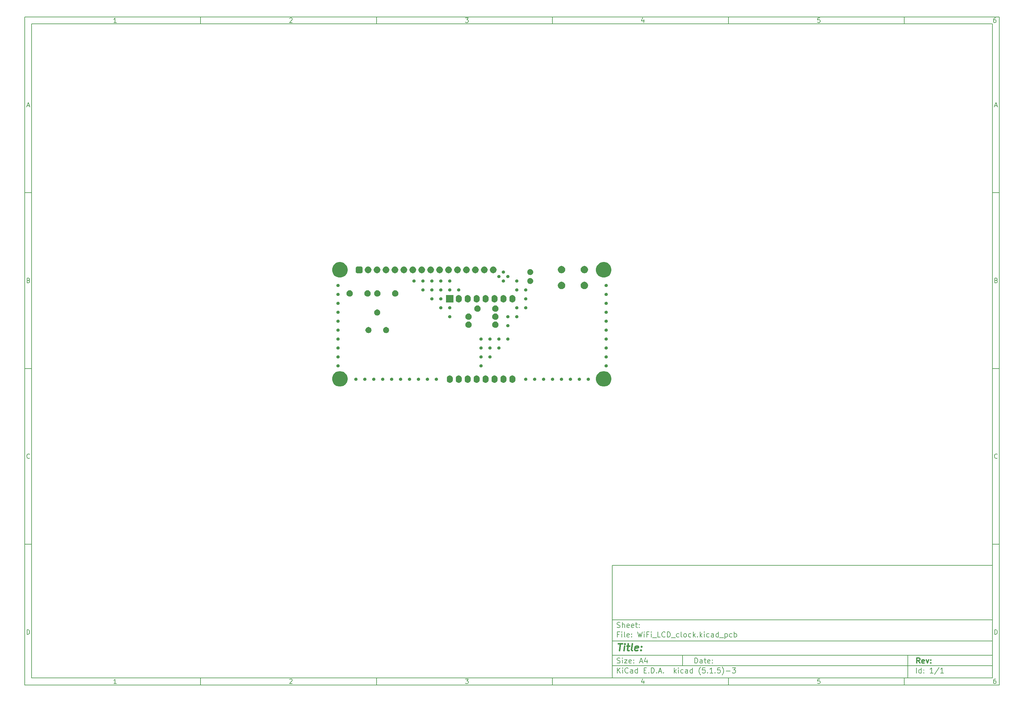
<source format=gbr>
G04 #@! TF.GenerationSoftware,KiCad,Pcbnew,(5.1.5)-3*
G04 #@! TF.CreationDate,2021-03-30T14:25:26+02:00*
G04 #@! TF.ProjectId,WiFi_LCD_clock,57694669-5f4c-4434-945f-636c6f636b2e,rev?*
G04 #@! TF.SameCoordinates,Original*
G04 #@! TF.FileFunction,Soldermask,Top*
G04 #@! TF.FilePolarity,Negative*
%FSLAX46Y46*%
G04 Gerber Fmt 4.6, Leading zero omitted, Abs format (unit mm)*
G04 Created by KiCad (PCBNEW (5.1.5)-3) date 2021-03-30 14:25:26*
%MOMM*%
%LPD*%
G04 APERTURE LIST*
%ADD10C,0.100000*%
%ADD11C,0.150000*%
%ADD12C,0.300000*%
%ADD13C,0.400000*%
G04 APERTURE END LIST*
D10*
D11*
X177002200Y-166007200D02*
X177002200Y-198007200D01*
X285002200Y-198007200D01*
X285002200Y-166007200D01*
X177002200Y-166007200D01*
D10*
D11*
X10000000Y-10000000D02*
X10000000Y-200007200D01*
X287002200Y-200007200D01*
X287002200Y-10000000D01*
X10000000Y-10000000D01*
D10*
D11*
X12000000Y-12000000D02*
X12000000Y-198007200D01*
X285002200Y-198007200D01*
X285002200Y-12000000D01*
X12000000Y-12000000D01*
D10*
D11*
X60000000Y-12000000D02*
X60000000Y-10000000D01*
D10*
D11*
X110000000Y-12000000D02*
X110000000Y-10000000D01*
D10*
D11*
X160000000Y-12000000D02*
X160000000Y-10000000D01*
D10*
D11*
X210000000Y-12000000D02*
X210000000Y-10000000D01*
D10*
D11*
X260000000Y-12000000D02*
X260000000Y-10000000D01*
D10*
D11*
X36065476Y-11588095D02*
X35322619Y-11588095D01*
X35694047Y-11588095D02*
X35694047Y-10288095D01*
X35570238Y-10473809D01*
X35446428Y-10597619D01*
X35322619Y-10659523D01*
D10*
D11*
X85322619Y-10411904D02*
X85384523Y-10350000D01*
X85508333Y-10288095D01*
X85817857Y-10288095D01*
X85941666Y-10350000D01*
X86003571Y-10411904D01*
X86065476Y-10535714D01*
X86065476Y-10659523D01*
X86003571Y-10845238D01*
X85260714Y-11588095D01*
X86065476Y-11588095D01*
D10*
D11*
X135260714Y-10288095D02*
X136065476Y-10288095D01*
X135632142Y-10783333D01*
X135817857Y-10783333D01*
X135941666Y-10845238D01*
X136003571Y-10907142D01*
X136065476Y-11030952D01*
X136065476Y-11340476D01*
X136003571Y-11464285D01*
X135941666Y-11526190D01*
X135817857Y-11588095D01*
X135446428Y-11588095D01*
X135322619Y-11526190D01*
X135260714Y-11464285D01*
D10*
D11*
X185941666Y-10721428D02*
X185941666Y-11588095D01*
X185632142Y-10226190D02*
X185322619Y-11154761D01*
X186127380Y-11154761D01*
D10*
D11*
X236003571Y-10288095D02*
X235384523Y-10288095D01*
X235322619Y-10907142D01*
X235384523Y-10845238D01*
X235508333Y-10783333D01*
X235817857Y-10783333D01*
X235941666Y-10845238D01*
X236003571Y-10907142D01*
X236065476Y-11030952D01*
X236065476Y-11340476D01*
X236003571Y-11464285D01*
X235941666Y-11526190D01*
X235817857Y-11588095D01*
X235508333Y-11588095D01*
X235384523Y-11526190D01*
X235322619Y-11464285D01*
D10*
D11*
X285941666Y-10288095D02*
X285694047Y-10288095D01*
X285570238Y-10350000D01*
X285508333Y-10411904D01*
X285384523Y-10597619D01*
X285322619Y-10845238D01*
X285322619Y-11340476D01*
X285384523Y-11464285D01*
X285446428Y-11526190D01*
X285570238Y-11588095D01*
X285817857Y-11588095D01*
X285941666Y-11526190D01*
X286003571Y-11464285D01*
X286065476Y-11340476D01*
X286065476Y-11030952D01*
X286003571Y-10907142D01*
X285941666Y-10845238D01*
X285817857Y-10783333D01*
X285570238Y-10783333D01*
X285446428Y-10845238D01*
X285384523Y-10907142D01*
X285322619Y-11030952D01*
D10*
D11*
X60000000Y-198007200D02*
X60000000Y-200007200D01*
D10*
D11*
X110000000Y-198007200D02*
X110000000Y-200007200D01*
D10*
D11*
X160000000Y-198007200D02*
X160000000Y-200007200D01*
D10*
D11*
X210000000Y-198007200D02*
X210000000Y-200007200D01*
D10*
D11*
X260000000Y-198007200D02*
X260000000Y-200007200D01*
D10*
D11*
X36065476Y-199595295D02*
X35322619Y-199595295D01*
X35694047Y-199595295D02*
X35694047Y-198295295D01*
X35570238Y-198481009D01*
X35446428Y-198604819D01*
X35322619Y-198666723D01*
D10*
D11*
X85322619Y-198419104D02*
X85384523Y-198357200D01*
X85508333Y-198295295D01*
X85817857Y-198295295D01*
X85941666Y-198357200D01*
X86003571Y-198419104D01*
X86065476Y-198542914D01*
X86065476Y-198666723D01*
X86003571Y-198852438D01*
X85260714Y-199595295D01*
X86065476Y-199595295D01*
D10*
D11*
X135260714Y-198295295D02*
X136065476Y-198295295D01*
X135632142Y-198790533D01*
X135817857Y-198790533D01*
X135941666Y-198852438D01*
X136003571Y-198914342D01*
X136065476Y-199038152D01*
X136065476Y-199347676D01*
X136003571Y-199471485D01*
X135941666Y-199533390D01*
X135817857Y-199595295D01*
X135446428Y-199595295D01*
X135322619Y-199533390D01*
X135260714Y-199471485D01*
D10*
D11*
X185941666Y-198728628D02*
X185941666Y-199595295D01*
X185632142Y-198233390D02*
X185322619Y-199161961D01*
X186127380Y-199161961D01*
D10*
D11*
X236003571Y-198295295D02*
X235384523Y-198295295D01*
X235322619Y-198914342D01*
X235384523Y-198852438D01*
X235508333Y-198790533D01*
X235817857Y-198790533D01*
X235941666Y-198852438D01*
X236003571Y-198914342D01*
X236065476Y-199038152D01*
X236065476Y-199347676D01*
X236003571Y-199471485D01*
X235941666Y-199533390D01*
X235817857Y-199595295D01*
X235508333Y-199595295D01*
X235384523Y-199533390D01*
X235322619Y-199471485D01*
D10*
D11*
X285941666Y-198295295D02*
X285694047Y-198295295D01*
X285570238Y-198357200D01*
X285508333Y-198419104D01*
X285384523Y-198604819D01*
X285322619Y-198852438D01*
X285322619Y-199347676D01*
X285384523Y-199471485D01*
X285446428Y-199533390D01*
X285570238Y-199595295D01*
X285817857Y-199595295D01*
X285941666Y-199533390D01*
X286003571Y-199471485D01*
X286065476Y-199347676D01*
X286065476Y-199038152D01*
X286003571Y-198914342D01*
X285941666Y-198852438D01*
X285817857Y-198790533D01*
X285570238Y-198790533D01*
X285446428Y-198852438D01*
X285384523Y-198914342D01*
X285322619Y-199038152D01*
D10*
D11*
X10000000Y-60000000D02*
X12000000Y-60000000D01*
D10*
D11*
X10000000Y-110000000D02*
X12000000Y-110000000D01*
D10*
D11*
X10000000Y-160000000D02*
X12000000Y-160000000D01*
D10*
D11*
X10690476Y-35216666D02*
X11309523Y-35216666D01*
X10566666Y-35588095D02*
X11000000Y-34288095D01*
X11433333Y-35588095D01*
D10*
D11*
X11092857Y-84907142D02*
X11278571Y-84969047D01*
X11340476Y-85030952D01*
X11402380Y-85154761D01*
X11402380Y-85340476D01*
X11340476Y-85464285D01*
X11278571Y-85526190D01*
X11154761Y-85588095D01*
X10659523Y-85588095D01*
X10659523Y-84288095D01*
X11092857Y-84288095D01*
X11216666Y-84350000D01*
X11278571Y-84411904D01*
X11340476Y-84535714D01*
X11340476Y-84659523D01*
X11278571Y-84783333D01*
X11216666Y-84845238D01*
X11092857Y-84907142D01*
X10659523Y-84907142D01*
D10*
D11*
X11402380Y-135464285D02*
X11340476Y-135526190D01*
X11154761Y-135588095D01*
X11030952Y-135588095D01*
X10845238Y-135526190D01*
X10721428Y-135402380D01*
X10659523Y-135278571D01*
X10597619Y-135030952D01*
X10597619Y-134845238D01*
X10659523Y-134597619D01*
X10721428Y-134473809D01*
X10845238Y-134350000D01*
X11030952Y-134288095D01*
X11154761Y-134288095D01*
X11340476Y-134350000D01*
X11402380Y-134411904D01*
D10*
D11*
X10659523Y-185588095D02*
X10659523Y-184288095D01*
X10969047Y-184288095D01*
X11154761Y-184350000D01*
X11278571Y-184473809D01*
X11340476Y-184597619D01*
X11402380Y-184845238D01*
X11402380Y-185030952D01*
X11340476Y-185278571D01*
X11278571Y-185402380D01*
X11154761Y-185526190D01*
X10969047Y-185588095D01*
X10659523Y-185588095D01*
D10*
D11*
X287002200Y-60000000D02*
X285002200Y-60000000D01*
D10*
D11*
X287002200Y-110000000D02*
X285002200Y-110000000D01*
D10*
D11*
X287002200Y-160000000D02*
X285002200Y-160000000D01*
D10*
D11*
X285692676Y-35216666D02*
X286311723Y-35216666D01*
X285568866Y-35588095D02*
X286002200Y-34288095D01*
X286435533Y-35588095D01*
D10*
D11*
X286095057Y-84907142D02*
X286280771Y-84969047D01*
X286342676Y-85030952D01*
X286404580Y-85154761D01*
X286404580Y-85340476D01*
X286342676Y-85464285D01*
X286280771Y-85526190D01*
X286156961Y-85588095D01*
X285661723Y-85588095D01*
X285661723Y-84288095D01*
X286095057Y-84288095D01*
X286218866Y-84350000D01*
X286280771Y-84411904D01*
X286342676Y-84535714D01*
X286342676Y-84659523D01*
X286280771Y-84783333D01*
X286218866Y-84845238D01*
X286095057Y-84907142D01*
X285661723Y-84907142D01*
D10*
D11*
X286404580Y-135464285D02*
X286342676Y-135526190D01*
X286156961Y-135588095D01*
X286033152Y-135588095D01*
X285847438Y-135526190D01*
X285723628Y-135402380D01*
X285661723Y-135278571D01*
X285599819Y-135030952D01*
X285599819Y-134845238D01*
X285661723Y-134597619D01*
X285723628Y-134473809D01*
X285847438Y-134350000D01*
X286033152Y-134288095D01*
X286156961Y-134288095D01*
X286342676Y-134350000D01*
X286404580Y-134411904D01*
D10*
D11*
X285661723Y-185588095D02*
X285661723Y-184288095D01*
X285971247Y-184288095D01*
X286156961Y-184350000D01*
X286280771Y-184473809D01*
X286342676Y-184597619D01*
X286404580Y-184845238D01*
X286404580Y-185030952D01*
X286342676Y-185278571D01*
X286280771Y-185402380D01*
X286156961Y-185526190D01*
X285971247Y-185588095D01*
X285661723Y-185588095D01*
D10*
D11*
X200434342Y-193785771D02*
X200434342Y-192285771D01*
X200791485Y-192285771D01*
X201005771Y-192357200D01*
X201148628Y-192500057D01*
X201220057Y-192642914D01*
X201291485Y-192928628D01*
X201291485Y-193142914D01*
X201220057Y-193428628D01*
X201148628Y-193571485D01*
X201005771Y-193714342D01*
X200791485Y-193785771D01*
X200434342Y-193785771D01*
X202577200Y-193785771D02*
X202577200Y-193000057D01*
X202505771Y-192857200D01*
X202362914Y-192785771D01*
X202077200Y-192785771D01*
X201934342Y-192857200D01*
X202577200Y-193714342D02*
X202434342Y-193785771D01*
X202077200Y-193785771D01*
X201934342Y-193714342D01*
X201862914Y-193571485D01*
X201862914Y-193428628D01*
X201934342Y-193285771D01*
X202077200Y-193214342D01*
X202434342Y-193214342D01*
X202577200Y-193142914D01*
X203077200Y-192785771D02*
X203648628Y-192785771D01*
X203291485Y-192285771D02*
X203291485Y-193571485D01*
X203362914Y-193714342D01*
X203505771Y-193785771D01*
X203648628Y-193785771D01*
X204720057Y-193714342D02*
X204577200Y-193785771D01*
X204291485Y-193785771D01*
X204148628Y-193714342D01*
X204077200Y-193571485D01*
X204077200Y-193000057D01*
X204148628Y-192857200D01*
X204291485Y-192785771D01*
X204577200Y-192785771D01*
X204720057Y-192857200D01*
X204791485Y-193000057D01*
X204791485Y-193142914D01*
X204077200Y-193285771D01*
X205434342Y-193642914D02*
X205505771Y-193714342D01*
X205434342Y-193785771D01*
X205362914Y-193714342D01*
X205434342Y-193642914D01*
X205434342Y-193785771D01*
X205434342Y-192857200D02*
X205505771Y-192928628D01*
X205434342Y-193000057D01*
X205362914Y-192928628D01*
X205434342Y-192857200D01*
X205434342Y-193000057D01*
D10*
D11*
X177002200Y-194507200D02*
X285002200Y-194507200D01*
D10*
D11*
X178434342Y-196585771D02*
X178434342Y-195085771D01*
X179291485Y-196585771D02*
X178648628Y-195728628D01*
X179291485Y-195085771D02*
X178434342Y-195942914D01*
X179934342Y-196585771D02*
X179934342Y-195585771D01*
X179934342Y-195085771D02*
X179862914Y-195157200D01*
X179934342Y-195228628D01*
X180005771Y-195157200D01*
X179934342Y-195085771D01*
X179934342Y-195228628D01*
X181505771Y-196442914D02*
X181434342Y-196514342D01*
X181220057Y-196585771D01*
X181077200Y-196585771D01*
X180862914Y-196514342D01*
X180720057Y-196371485D01*
X180648628Y-196228628D01*
X180577200Y-195942914D01*
X180577200Y-195728628D01*
X180648628Y-195442914D01*
X180720057Y-195300057D01*
X180862914Y-195157200D01*
X181077200Y-195085771D01*
X181220057Y-195085771D01*
X181434342Y-195157200D01*
X181505771Y-195228628D01*
X182791485Y-196585771D02*
X182791485Y-195800057D01*
X182720057Y-195657200D01*
X182577200Y-195585771D01*
X182291485Y-195585771D01*
X182148628Y-195657200D01*
X182791485Y-196514342D02*
X182648628Y-196585771D01*
X182291485Y-196585771D01*
X182148628Y-196514342D01*
X182077200Y-196371485D01*
X182077200Y-196228628D01*
X182148628Y-196085771D01*
X182291485Y-196014342D01*
X182648628Y-196014342D01*
X182791485Y-195942914D01*
X184148628Y-196585771D02*
X184148628Y-195085771D01*
X184148628Y-196514342D02*
X184005771Y-196585771D01*
X183720057Y-196585771D01*
X183577200Y-196514342D01*
X183505771Y-196442914D01*
X183434342Y-196300057D01*
X183434342Y-195871485D01*
X183505771Y-195728628D01*
X183577200Y-195657200D01*
X183720057Y-195585771D01*
X184005771Y-195585771D01*
X184148628Y-195657200D01*
X186005771Y-195800057D02*
X186505771Y-195800057D01*
X186720057Y-196585771D02*
X186005771Y-196585771D01*
X186005771Y-195085771D01*
X186720057Y-195085771D01*
X187362914Y-196442914D02*
X187434342Y-196514342D01*
X187362914Y-196585771D01*
X187291485Y-196514342D01*
X187362914Y-196442914D01*
X187362914Y-196585771D01*
X188077200Y-196585771D02*
X188077200Y-195085771D01*
X188434342Y-195085771D01*
X188648628Y-195157200D01*
X188791485Y-195300057D01*
X188862914Y-195442914D01*
X188934342Y-195728628D01*
X188934342Y-195942914D01*
X188862914Y-196228628D01*
X188791485Y-196371485D01*
X188648628Y-196514342D01*
X188434342Y-196585771D01*
X188077200Y-196585771D01*
X189577200Y-196442914D02*
X189648628Y-196514342D01*
X189577200Y-196585771D01*
X189505771Y-196514342D01*
X189577200Y-196442914D01*
X189577200Y-196585771D01*
X190220057Y-196157200D02*
X190934342Y-196157200D01*
X190077200Y-196585771D02*
X190577200Y-195085771D01*
X191077200Y-196585771D01*
X191577200Y-196442914D02*
X191648628Y-196514342D01*
X191577200Y-196585771D01*
X191505771Y-196514342D01*
X191577200Y-196442914D01*
X191577200Y-196585771D01*
X194577200Y-196585771D02*
X194577200Y-195085771D01*
X194720057Y-196014342D02*
X195148628Y-196585771D01*
X195148628Y-195585771D02*
X194577200Y-196157200D01*
X195791485Y-196585771D02*
X195791485Y-195585771D01*
X195791485Y-195085771D02*
X195720057Y-195157200D01*
X195791485Y-195228628D01*
X195862914Y-195157200D01*
X195791485Y-195085771D01*
X195791485Y-195228628D01*
X197148628Y-196514342D02*
X197005771Y-196585771D01*
X196720057Y-196585771D01*
X196577200Y-196514342D01*
X196505771Y-196442914D01*
X196434342Y-196300057D01*
X196434342Y-195871485D01*
X196505771Y-195728628D01*
X196577200Y-195657200D01*
X196720057Y-195585771D01*
X197005771Y-195585771D01*
X197148628Y-195657200D01*
X198434342Y-196585771D02*
X198434342Y-195800057D01*
X198362914Y-195657200D01*
X198220057Y-195585771D01*
X197934342Y-195585771D01*
X197791485Y-195657200D01*
X198434342Y-196514342D02*
X198291485Y-196585771D01*
X197934342Y-196585771D01*
X197791485Y-196514342D01*
X197720057Y-196371485D01*
X197720057Y-196228628D01*
X197791485Y-196085771D01*
X197934342Y-196014342D01*
X198291485Y-196014342D01*
X198434342Y-195942914D01*
X199791485Y-196585771D02*
X199791485Y-195085771D01*
X199791485Y-196514342D02*
X199648628Y-196585771D01*
X199362914Y-196585771D01*
X199220057Y-196514342D01*
X199148628Y-196442914D01*
X199077200Y-196300057D01*
X199077200Y-195871485D01*
X199148628Y-195728628D01*
X199220057Y-195657200D01*
X199362914Y-195585771D01*
X199648628Y-195585771D01*
X199791485Y-195657200D01*
X202077200Y-197157200D02*
X202005771Y-197085771D01*
X201862914Y-196871485D01*
X201791485Y-196728628D01*
X201720057Y-196514342D01*
X201648628Y-196157200D01*
X201648628Y-195871485D01*
X201720057Y-195514342D01*
X201791485Y-195300057D01*
X201862914Y-195157200D01*
X202005771Y-194942914D01*
X202077200Y-194871485D01*
X203362914Y-195085771D02*
X202648628Y-195085771D01*
X202577200Y-195800057D01*
X202648628Y-195728628D01*
X202791485Y-195657200D01*
X203148628Y-195657200D01*
X203291485Y-195728628D01*
X203362914Y-195800057D01*
X203434342Y-195942914D01*
X203434342Y-196300057D01*
X203362914Y-196442914D01*
X203291485Y-196514342D01*
X203148628Y-196585771D01*
X202791485Y-196585771D01*
X202648628Y-196514342D01*
X202577200Y-196442914D01*
X204077200Y-196442914D02*
X204148628Y-196514342D01*
X204077200Y-196585771D01*
X204005771Y-196514342D01*
X204077200Y-196442914D01*
X204077200Y-196585771D01*
X205577200Y-196585771D02*
X204720057Y-196585771D01*
X205148628Y-196585771D02*
X205148628Y-195085771D01*
X205005771Y-195300057D01*
X204862914Y-195442914D01*
X204720057Y-195514342D01*
X206220057Y-196442914D02*
X206291485Y-196514342D01*
X206220057Y-196585771D01*
X206148628Y-196514342D01*
X206220057Y-196442914D01*
X206220057Y-196585771D01*
X207648628Y-195085771D02*
X206934342Y-195085771D01*
X206862914Y-195800057D01*
X206934342Y-195728628D01*
X207077200Y-195657200D01*
X207434342Y-195657200D01*
X207577200Y-195728628D01*
X207648628Y-195800057D01*
X207720057Y-195942914D01*
X207720057Y-196300057D01*
X207648628Y-196442914D01*
X207577200Y-196514342D01*
X207434342Y-196585771D01*
X207077200Y-196585771D01*
X206934342Y-196514342D01*
X206862914Y-196442914D01*
X208220057Y-197157200D02*
X208291485Y-197085771D01*
X208434342Y-196871485D01*
X208505771Y-196728628D01*
X208577200Y-196514342D01*
X208648628Y-196157200D01*
X208648628Y-195871485D01*
X208577200Y-195514342D01*
X208505771Y-195300057D01*
X208434342Y-195157200D01*
X208291485Y-194942914D01*
X208220057Y-194871485D01*
X209362914Y-196014342D02*
X210505771Y-196014342D01*
X211077200Y-195085771D02*
X212005771Y-195085771D01*
X211505771Y-195657200D01*
X211720057Y-195657200D01*
X211862914Y-195728628D01*
X211934342Y-195800057D01*
X212005771Y-195942914D01*
X212005771Y-196300057D01*
X211934342Y-196442914D01*
X211862914Y-196514342D01*
X211720057Y-196585771D01*
X211291485Y-196585771D01*
X211148628Y-196514342D01*
X211077200Y-196442914D01*
D10*
D11*
X177002200Y-191507200D02*
X285002200Y-191507200D01*
D10*
D12*
X264411485Y-193785771D02*
X263911485Y-193071485D01*
X263554342Y-193785771D02*
X263554342Y-192285771D01*
X264125771Y-192285771D01*
X264268628Y-192357200D01*
X264340057Y-192428628D01*
X264411485Y-192571485D01*
X264411485Y-192785771D01*
X264340057Y-192928628D01*
X264268628Y-193000057D01*
X264125771Y-193071485D01*
X263554342Y-193071485D01*
X265625771Y-193714342D02*
X265482914Y-193785771D01*
X265197200Y-193785771D01*
X265054342Y-193714342D01*
X264982914Y-193571485D01*
X264982914Y-193000057D01*
X265054342Y-192857200D01*
X265197200Y-192785771D01*
X265482914Y-192785771D01*
X265625771Y-192857200D01*
X265697200Y-193000057D01*
X265697200Y-193142914D01*
X264982914Y-193285771D01*
X266197200Y-192785771D02*
X266554342Y-193785771D01*
X266911485Y-192785771D01*
X267482914Y-193642914D02*
X267554342Y-193714342D01*
X267482914Y-193785771D01*
X267411485Y-193714342D01*
X267482914Y-193642914D01*
X267482914Y-193785771D01*
X267482914Y-192857200D02*
X267554342Y-192928628D01*
X267482914Y-193000057D01*
X267411485Y-192928628D01*
X267482914Y-192857200D01*
X267482914Y-193000057D01*
D10*
D11*
X178362914Y-193714342D02*
X178577200Y-193785771D01*
X178934342Y-193785771D01*
X179077200Y-193714342D01*
X179148628Y-193642914D01*
X179220057Y-193500057D01*
X179220057Y-193357200D01*
X179148628Y-193214342D01*
X179077200Y-193142914D01*
X178934342Y-193071485D01*
X178648628Y-193000057D01*
X178505771Y-192928628D01*
X178434342Y-192857200D01*
X178362914Y-192714342D01*
X178362914Y-192571485D01*
X178434342Y-192428628D01*
X178505771Y-192357200D01*
X178648628Y-192285771D01*
X179005771Y-192285771D01*
X179220057Y-192357200D01*
X179862914Y-193785771D02*
X179862914Y-192785771D01*
X179862914Y-192285771D02*
X179791485Y-192357200D01*
X179862914Y-192428628D01*
X179934342Y-192357200D01*
X179862914Y-192285771D01*
X179862914Y-192428628D01*
X180434342Y-192785771D02*
X181220057Y-192785771D01*
X180434342Y-193785771D01*
X181220057Y-193785771D01*
X182362914Y-193714342D02*
X182220057Y-193785771D01*
X181934342Y-193785771D01*
X181791485Y-193714342D01*
X181720057Y-193571485D01*
X181720057Y-193000057D01*
X181791485Y-192857200D01*
X181934342Y-192785771D01*
X182220057Y-192785771D01*
X182362914Y-192857200D01*
X182434342Y-193000057D01*
X182434342Y-193142914D01*
X181720057Y-193285771D01*
X183077200Y-193642914D02*
X183148628Y-193714342D01*
X183077200Y-193785771D01*
X183005771Y-193714342D01*
X183077200Y-193642914D01*
X183077200Y-193785771D01*
X183077200Y-192857200D02*
X183148628Y-192928628D01*
X183077200Y-193000057D01*
X183005771Y-192928628D01*
X183077200Y-192857200D01*
X183077200Y-193000057D01*
X184862914Y-193357200D02*
X185577200Y-193357200D01*
X184720057Y-193785771D02*
X185220057Y-192285771D01*
X185720057Y-193785771D01*
X186862914Y-192785771D02*
X186862914Y-193785771D01*
X186505771Y-192214342D02*
X186148628Y-193285771D01*
X187077200Y-193285771D01*
D10*
D11*
X263434342Y-196585771D02*
X263434342Y-195085771D01*
X264791485Y-196585771D02*
X264791485Y-195085771D01*
X264791485Y-196514342D02*
X264648628Y-196585771D01*
X264362914Y-196585771D01*
X264220057Y-196514342D01*
X264148628Y-196442914D01*
X264077200Y-196300057D01*
X264077200Y-195871485D01*
X264148628Y-195728628D01*
X264220057Y-195657200D01*
X264362914Y-195585771D01*
X264648628Y-195585771D01*
X264791485Y-195657200D01*
X265505771Y-196442914D02*
X265577200Y-196514342D01*
X265505771Y-196585771D01*
X265434342Y-196514342D01*
X265505771Y-196442914D01*
X265505771Y-196585771D01*
X265505771Y-195657200D02*
X265577200Y-195728628D01*
X265505771Y-195800057D01*
X265434342Y-195728628D01*
X265505771Y-195657200D01*
X265505771Y-195800057D01*
X268148628Y-196585771D02*
X267291485Y-196585771D01*
X267720057Y-196585771D02*
X267720057Y-195085771D01*
X267577200Y-195300057D01*
X267434342Y-195442914D01*
X267291485Y-195514342D01*
X269862914Y-195014342D02*
X268577200Y-196942914D01*
X271148628Y-196585771D02*
X270291485Y-196585771D01*
X270720057Y-196585771D02*
X270720057Y-195085771D01*
X270577200Y-195300057D01*
X270434342Y-195442914D01*
X270291485Y-195514342D01*
D10*
D11*
X177002200Y-187507200D02*
X285002200Y-187507200D01*
D10*
D13*
X178714580Y-188211961D02*
X179857438Y-188211961D01*
X179036009Y-190211961D02*
X179286009Y-188211961D01*
X180274104Y-190211961D02*
X180440771Y-188878628D01*
X180524104Y-188211961D02*
X180416961Y-188307200D01*
X180500295Y-188402438D01*
X180607438Y-188307200D01*
X180524104Y-188211961D01*
X180500295Y-188402438D01*
X181107438Y-188878628D02*
X181869342Y-188878628D01*
X181476485Y-188211961D02*
X181262200Y-189926247D01*
X181333628Y-190116723D01*
X181512200Y-190211961D01*
X181702676Y-190211961D01*
X182655057Y-190211961D02*
X182476485Y-190116723D01*
X182405057Y-189926247D01*
X182619342Y-188211961D01*
X184190771Y-190116723D02*
X183988390Y-190211961D01*
X183607438Y-190211961D01*
X183428866Y-190116723D01*
X183357438Y-189926247D01*
X183452676Y-189164342D01*
X183571723Y-188973866D01*
X183774104Y-188878628D01*
X184155057Y-188878628D01*
X184333628Y-188973866D01*
X184405057Y-189164342D01*
X184381247Y-189354819D01*
X183405057Y-189545295D01*
X185155057Y-190021485D02*
X185238390Y-190116723D01*
X185131247Y-190211961D01*
X185047914Y-190116723D01*
X185155057Y-190021485D01*
X185131247Y-190211961D01*
X185286009Y-188973866D02*
X185369342Y-189069104D01*
X185262200Y-189164342D01*
X185178866Y-189069104D01*
X185286009Y-188973866D01*
X185262200Y-189164342D01*
D10*
D11*
X178934342Y-185600057D02*
X178434342Y-185600057D01*
X178434342Y-186385771D02*
X178434342Y-184885771D01*
X179148628Y-184885771D01*
X179720057Y-186385771D02*
X179720057Y-185385771D01*
X179720057Y-184885771D02*
X179648628Y-184957200D01*
X179720057Y-185028628D01*
X179791485Y-184957200D01*
X179720057Y-184885771D01*
X179720057Y-185028628D01*
X180648628Y-186385771D02*
X180505771Y-186314342D01*
X180434342Y-186171485D01*
X180434342Y-184885771D01*
X181791485Y-186314342D02*
X181648628Y-186385771D01*
X181362914Y-186385771D01*
X181220057Y-186314342D01*
X181148628Y-186171485D01*
X181148628Y-185600057D01*
X181220057Y-185457200D01*
X181362914Y-185385771D01*
X181648628Y-185385771D01*
X181791485Y-185457200D01*
X181862914Y-185600057D01*
X181862914Y-185742914D01*
X181148628Y-185885771D01*
X182505771Y-186242914D02*
X182577200Y-186314342D01*
X182505771Y-186385771D01*
X182434342Y-186314342D01*
X182505771Y-186242914D01*
X182505771Y-186385771D01*
X182505771Y-185457200D02*
X182577200Y-185528628D01*
X182505771Y-185600057D01*
X182434342Y-185528628D01*
X182505771Y-185457200D01*
X182505771Y-185600057D01*
X184220057Y-184885771D02*
X184577200Y-186385771D01*
X184862914Y-185314342D01*
X185148628Y-186385771D01*
X185505771Y-184885771D01*
X186077200Y-186385771D02*
X186077200Y-185385771D01*
X186077200Y-184885771D02*
X186005771Y-184957200D01*
X186077200Y-185028628D01*
X186148628Y-184957200D01*
X186077200Y-184885771D01*
X186077200Y-185028628D01*
X187291485Y-185600057D02*
X186791485Y-185600057D01*
X186791485Y-186385771D02*
X186791485Y-184885771D01*
X187505771Y-184885771D01*
X188077200Y-186385771D02*
X188077200Y-185385771D01*
X188077200Y-184885771D02*
X188005771Y-184957200D01*
X188077200Y-185028628D01*
X188148628Y-184957200D01*
X188077200Y-184885771D01*
X188077200Y-185028628D01*
X188434342Y-186528628D02*
X189577200Y-186528628D01*
X190648628Y-186385771D02*
X189934342Y-186385771D01*
X189934342Y-184885771D01*
X192005771Y-186242914D02*
X191934342Y-186314342D01*
X191720057Y-186385771D01*
X191577200Y-186385771D01*
X191362914Y-186314342D01*
X191220057Y-186171485D01*
X191148628Y-186028628D01*
X191077200Y-185742914D01*
X191077200Y-185528628D01*
X191148628Y-185242914D01*
X191220057Y-185100057D01*
X191362914Y-184957200D01*
X191577200Y-184885771D01*
X191720057Y-184885771D01*
X191934342Y-184957200D01*
X192005771Y-185028628D01*
X192648628Y-186385771D02*
X192648628Y-184885771D01*
X193005771Y-184885771D01*
X193220057Y-184957200D01*
X193362914Y-185100057D01*
X193434342Y-185242914D01*
X193505771Y-185528628D01*
X193505771Y-185742914D01*
X193434342Y-186028628D01*
X193362914Y-186171485D01*
X193220057Y-186314342D01*
X193005771Y-186385771D01*
X192648628Y-186385771D01*
X193791485Y-186528628D02*
X194934342Y-186528628D01*
X195934342Y-186314342D02*
X195791485Y-186385771D01*
X195505771Y-186385771D01*
X195362914Y-186314342D01*
X195291485Y-186242914D01*
X195220057Y-186100057D01*
X195220057Y-185671485D01*
X195291485Y-185528628D01*
X195362914Y-185457200D01*
X195505771Y-185385771D01*
X195791485Y-185385771D01*
X195934342Y-185457200D01*
X196791485Y-186385771D02*
X196648628Y-186314342D01*
X196577200Y-186171485D01*
X196577200Y-184885771D01*
X197577200Y-186385771D02*
X197434342Y-186314342D01*
X197362914Y-186242914D01*
X197291485Y-186100057D01*
X197291485Y-185671485D01*
X197362914Y-185528628D01*
X197434342Y-185457200D01*
X197577200Y-185385771D01*
X197791485Y-185385771D01*
X197934342Y-185457200D01*
X198005771Y-185528628D01*
X198077200Y-185671485D01*
X198077200Y-186100057D01*
X198005771Y-186242914D01*
X197934342Y-186314342D01*
X197791485Y-186385771D01*
X197577200Y-186385771D01*
X199362914Y-186314342D02*
X199220057Y-186385771D01*
X198934342Y-186385771D01*
X198791485Y-186314342D01*
X198720057Y-186242914D01*
X198648628Y-186100057D01*
X198648628Y-185671485D01*
X198720057Y-185528628D01*
X198791485Y-185457200D01*
X198934342Y-185385771D01*
X199220057Y-185385771D01*
X199362914Y-185457200D01*
X200005771Y-186385771D02*
X200005771Y-184885771D01*
X200148628Y-185814342D02*
X200577200Y-186385771D01*
X200577200Y-185385771D02*
X200005771Y-185957200D01*
X201220057Y-186242914D02*
X201291485Y-186314342D01*
X201220057Y-186385771D01*
X201148628Y-186314342D01*
X201220057Y-186242914D01*
X201220057Y-186385771D01*
X201934342Y-186385771D02*
X201934342Y-184885771D01*
X202077200Y-185814342D02*
X202505771Y-186385771D01*
X202505771Y-185385771D02*
X201934342Y-185957200D01*
X203148628Y-186385771D02*
X203148628Y-185385771D01*
X203148628Y-184885771D02*
X203077200Y-184957200D01*
X203148628Y-185028628D01*
X203220057Y-184957200D01*
X203148628Y-184885771D01*
X203148628Y-185028628D01*
X204505771Y-186314342D02*
X204362914Y-186385771D01*
X204077200Y-186385771D01*
X203934342Y-186314342D01*
X203862914Y-186242914D01*
X203791485Y-186100057D01*
X203791485Y-185671485D01*
X203862914Y-185528628D01*
X203934342Y-185457200D01*
X204077200Y-185385771D01*
X204362914Y-185385771D01*
X204505771Y-185457200D01*
X205791485Y-186385771D02*
X205791485Y-185600057D01*
X205720057Y-185457200D01*
X205577200Y-185385771D01*
X205291485Y-185385771D01*
X205148628Y-185457200D01*
X205791485Y-186314342D02*
X205648628Y-186385771D01*
X205291485Y-186385771D01*
X205148628Y-186314342D01*
X205077200Y-186171485D01*
X205077200Y-186028628D01*
X205148628Y-185885771D01*
X205291485Y-185814342D01*
X205648628Y-185814342D01*
X205791485Y-185742914D01*
X207148628Y-186385771D02*
X207148628Y-184885771D01*
X207148628Y-186314342D02*
X207005771Y-186385771D01*
X206720057Y-186385771D01*
X206577200Y-186314342D01*
X206505771Y-186242914D01*
X206434342Y-186100057D01*
X206434342Y-185671485D01*
X206505771Y-185528628D01*
X206577200Y-185457200D01*
X206720057Y-185385771D01*
X207005771Y-185385771D01*
X207148628Y-185457200D01*
X207505771Y-186528628D02*
X208648628Y-186528628D01*
X209005771Y-185385771D02*
X209005771Y-186885771D01*
X209005771Y-185457200D02*
X209148628Y-185385771D01*
X209434342Y-185385771D01*
X209577200Y-185457200D01*
X209648628Y-185528628D01*
X209720057Y-185671485D01*
X209720057Y-186100057D01*
X209648628Y-186242914D01*
X209577200Y-186314342D01*
X209434342Y-186385771D01*
X209148628Y-186385771D01*
X209005771Y-186314342D01*
X211005771Y-186314342D02*
X210862914Y-186385771D01*
X210577200Y-186385771D01*
X210434342Y-186314342D01*
X210362914Y-186242914D01*
X210291485Y-186100057D01*
X210291485Y-185671485D01*
X210362914Y-185528628D01*
X210434342Y-185457200D01*
X210577200Y-185385771D01*
X210862914Y-185385771D01*
X211005771Y-185457200D01*
X211648628Y-186385771D02*
X211648628Y-184885771D01*
X211648628Y-185457200D02*
X211791485Y-185385771D01*
X212077200Y-185385771D01*
X212220057Y-185457200D01*
X212291485Y-185528628D01*
X212362914Y-185671485D01*
X212362914Y-186100057D01*
X212291485Y-186242914D01*
X212220057Y-186314342D01*
X212077200Y-186385771D01*
X211791485Y-186385771D01*
X211648628Y-186314342D01*
D10*
D11*
X177002200Y-181507200D02*
X285002200Y-181507200D01*
D10*
D11*
X178362914Y-183614342D02*
X178577200Y-183685771D01*
X178934342Y-183685771D01*
X179077200Y-183614342D01*
X179148628Y-183542914D01*
X179220057Y-183400057D01*
X179220057Y-183257200D01*
X179148628Y-183114342D01*
X179077200Y-183042914D01*
X178934342Y-182971485D01*
X178648628Y-182900057D01*
X178505771Y-182828628D01*
X178434342Y-182757200D01*
X178362914Y-182614342D01*
X178362914Y-182471485D01*
X178434342Y-182328628D01*
X178505771Y-182257200D01*
X178648628Y-182185771D01*
X179005771Y-182185771D01*
X179220057Y-182257200D01*
X179862914Y-183685771D02*
X179862914Y-182185771D01*
X180505771Y-183685771D02*
X180505771Y-182900057D01*
X180434342Y-182757200D01*
X180291485Y-182685771D01*
X180077200Y-182685771D01*
X179934342Y-182757200D01*
X179862914Y-182828628D01*
X181791485Y-183614342D02*
X181648628Y-183685771D01*
X181362914Y-183685771D01*
X181220057Y-183614342D01*
X181148628Y-183471485D01*
X181148628Y-182900057D01*
X181220057Y-182757200D01*
X181362914Y-182685771D01*
X181648628Y-182685771D01*
X181791485Y-182757200D01*
X181862914Y-182900057D01*
X181862914Y-183042914D01*
X181148628Y-183185771D01*
X183077200Y-183614342D02*
X182934342Y-183685771D01*
X182648628Y-183685771D01*
X182505771Y-183614342D01*
X182434342Y-183471485D01*
X182434342Y-182900057D01*
X182505771Y-182757200D01*
X182648628Y-182685771D01*
X182934342Y-182685771D01*
X183077200Y-182757200D01*
X183148628Y-182900057D01*
X183148628Y-183042914D01*
X182434342Y-183185771D01*
X183577200Y-182685771D02*
X184148628Y-182685771D01*
X183791485Y-182185771D02*
X183791485Y-183471485D01*
X183862914Y-183614342D01*
X184005771Y-183685771D01*
X184148628Y-183685771D01*
X184648628Y-183542914D02*
X184720057Y-183614342D01*
X184648628Y-183685771D01*
X184577200Y-183614342D01*
X184648628Y-183542914D01*
X184648628Y-183685771D01*
X184648628Y-182757200D02*
X184720057Y-182828628D01*
X184648628Y-182900057D01*
X184577200Y-182828628D01*
X184648628Y-182757200D01*
X184648628Y-182900057D01*
D10*
D11*
X197002200Y-191507200D02*
X197002200Y-194507200D01*
D10*
D11*
X261002200Y-191507200D02*
X261002200Y-198007200D01*
D10*
G36*
X175207006Y-110814581D02*
G01*
X175607562Y-110980497D01*
X175607564Y-110980498D01*
X175968055Y-111221370D01*
X176274628Y-111527943D01*
X176515500Y-111888434D01*
X176515501Y-111888436D01*
X176681417Y-112288992D01*
X176765999Y-112714218D01*
X176765999Y-113147780D01*
X176681417Y-113573006D01*
X176515501Y-113973562D01*
X176515500Y-113973564D01*
X176274628Y-114334055D01*
X175968055Y-114640628D01*
X175607564Y-114881500D01*
X175607563Y-114881501D01*
X175607562Y-114881501D01*
X175207006Y-115047417D01*
X174781780Y-115131999D01*
X174348218Y-115131999D01*
X173922992Y-115047417D01*
X173522436Y-114881501D01*
X173522435Y-114881501D01*
X173522434Y-114881500D01*
X173161943Y-114640628D01*
X172855370Y-114334055D01*
X172614498Y-113973564D01*
X172614497Y-113973562D01*
X172448581Y-113573006D01*
X172363999Y-113147780D01*
X172363999Y-112714218D01*
X172448581Y-112288992D01*
X172614497Y-111888436D01*
X172614498Y-111888434D01*
X172855370Y-111527943D01*
X173161943Y-111221370D01*
X173522434Y-110980498D01*
X173522436Y-110980497D01*
X173922992Y-110814581D01*
X174348218Y-110729999D01*
X174781780Y-110729999D01*
X175207006Y-110814581D01*
G37*
G36*
X100207006Y-110814581D02*
G01*
X100607562Y-110980497D01*
X100607564Y-110980498D01*
X100968055Y-111221370D01*
X101274628Y-111527943D01*
X101515500Y-111888434D01*
X101515501Y-111888436D01*
X101681417Y-112288992D01*
X101765999Y-112714218D01*
X101765999Y-113147780D01*
X101681417Y-113573006D01*
X101515501Y-113973562D01*
X101515500Y-113973564D01*
X101274628Y-114334055D01*
X100968055Y-114640628D01*
X100607564Y-114881500D01*
X100607563Y-114881501D01*
X100607562Y-114881501D01*
X100207006Y-115047417D01*
X99781780Y-115131999D01*
X99348218Y-115131999D01*
X98922992Y-115047417D01*
X98522436Y-114881501D01*
X98522435Y-114881501D01*
X98522434Y-114881500D01*
X98161943Y-114640628D01*
X97855370Y-114334055D01*
X97614498Y-113973564D01*
X97614497Y-113973562D01*
X97448581Y-113573006D01*
X97363999Y-113147780D01*
X97363999Y-112714218D01*
X97448581Y-112288992D01*
X97614497Y-111888436D01*
X97614498Y-111888434D01*
X97855370Y-111527943D01*
X98161943Y-111221370D01*
X98522434Y-110980498D01*
X98522436Y-110980497D01*
X98922992Y-110814581D01*
X99348218Y-110729999D01*
X99781780Y-110729999D01*
X100207006Y-110814581D01*
G37*
G36*
X133516823Y-111991313D02*
G01*
X133677242Y-112039976D01*
X133809906Y-112110886D01*
X133825078Y-112118996D01*
X133954659Y-112225341D01*
X134061004Y-112354922D01*
X134061005Y-112354924D01*
X134140024Y-112502758D01*
X134188687Y-112663178D01*
X134201000Y-112788197D01*
X134201000Y-113271804D01*
X134188687Y-113396823D01*
X134140024Y-113557242D01*
X134131597Y-113573007D01*
X134061004Y-113705078D01*
X133954659Y-113834659D01*
X133825077Y-113941005D01*
X133677241Y-114020024D01*
X133516822Y-114068687D01*
X133350000Y-114085117D01*
X133183177Y-114068687D01*
X133022758Y-114020024D01*
X132874924Y-113941005D01*
X132874922Y-113941004D01*
X132745341Y-113834659D01*
X132638995Y-113705077D01*
X132559976Y-113557241D01*
X132511313Y-113396822D01*
X132499000Y-113271803D01*
X132499000Y-112788196D01*
X132511313Y-112663177D01*
X132559976Y-112502758D01*
X132638995Y-112354924D01*
X132638996Y-112354922D01*
X132745342Y-112225341D01*
X132874923Y-112118996D01*
X132890095Y-112110886D01*
X133022759Y-112039976D01*
X133183178Y-111991313D01*
X133350000Y-111974883D01*
X133516823Y-111991313D01*
G37*
G36*
X136056823Y-111991313D02*
G01*
X136217242Y-112039976D01*
X136349906Y-112110886D01*
X136365078Y-112118996D01*
X136494659Y-112225341D01*
X136601004Y-112354922D01*
X136601005Y-112354924D01*
X136680024Y-112502758D01*
X136728687Y-112663178D01*
X136741000Y-112788197D01*
X136741000Y-113271804D01*
X136728687Y-113396823D01*
X136680024Y-113557242D01*
X136671597Y-113573007D01*
X136601004Y-113705078D01*
X136494659Y-113834659D01*
X136365077Y-113941005D01*
X136217241Y-114020024D01*
X136056822Y-114068687D01*
X135890000Y-114085117D01*
X135723177Y-114068687D01*
X135562758Y-114020024D01*
X135414924Y-113941005D01*
X135414922Y-113941004D01*
X135285341Y-113834659D01*
X135178995Y-113705077D01*
X135099976Y-113557241D01*
X135051313Y-113396822D01*
X135039000Y-113271803D01*
X135039000Y-112788196D01*
X135051313Y-112663177D01*
X135099976Y-112502758D01*
X135178995Y-112354924D01*
X135178996Y-112354922D01*
X135285342Y-112225341D01*
X135414923Y-112118996D01*
X135430095Y-112110886D01*
X135562759Y-112039976D01*
X135723178Y-111991313D01*
X135890000Y-111974883D01*
X136056823Y-111991313D01*
G37*
G36*
X138596823Y-111991313D02*
G01*
X138757242Y-112039976D01*
X138889906Y-112110886D01*
X138905078Y-112118996D01*
X139034659Y-112225341D01*
X139141004Y-112354922D01*
X139141005Y-112354924D01*
X139220024Y-112502758D01*
X139268687Y-112663178D01*
X139281000Y-112788197D01*
X139281000Y-113271804D01*
X139268687Y-113396823D01*
X139220024Y-113557242D01*
X139211597Y-113573007D01*
X139141004Y-113705078D01*
X139034659Y-113834659D01*
X138905077Y-113941005D01*
X138757241Y-114020024D01*
X138596822Y-114068687D01*
X138430000Y-114085117D01*
X138263177Y-114068687D01*
X138102758Y-114020024D01*
X137954924Y-113941005D01*
X137954922Y-113941004D01*
X137825341Y-113834659D01*
X137718995Y-113705077D01*
X137639976Y-113557241D01*
X137591313Y-113396822D01*
X137579000Y-113271803D01*
X137579000Y-112788196D01*
X137591313Y-112663177D01*
X137639976Y-112502758D01*
X137718995Y-112354924D01*
X137718996Y-112354922D01*
X137825342Y-112225341D01*
X137954923Y-112118996D01*
X137970095Y-112110886D01*
X138102759Y-112039976D01*
X138263178Y-111991313D01*
X138430000Y-111974883D01*
X138596823Y-111991313D01*
G37*
G36*
X141136823Y-111991313D02*
G01*
X141297242Y-112039976D01*
X141429906Y-112110886D01*
X141445078Y-112118996D01*
X141574659Y-112225341D01*
X141681004Y-112354922D01*
X141681005Y-112354924D01*
X141760024Y-112502758D01*
X141808687Y-112663178D01*
X141821000Y-112788197D01*
X141821000Y-113271804D01*
X141808687Y-113396823D01*
X141760024Y-113557242D01*
X141751597Y-113573007D01*
X141681004Y-113705078D01*
X141574659Y-113834659D01*
X141445077Y-113941005D01*
X141297241Y-114020024D01*
X141136822Y-114068687D01*
X140970000Y-114085117D01*
X140803177Y-114068687D01*
X140642758Y-114020024D01*
X140494924Y-113941005D01*
X140494922Y-113941004D01*
X140365341Y-113834659D01*
X140258995Y-113705077D01*
X140179976Y-113557241D01*
X140131313Y-113396822D01*
X140119000Y-113271803D01*
X140119000Y-112788196D01*
X140131313Y-112663177D01*
X140179976Y-112502758D01*
X140258995Y-112354924D01*
X140258996Y-112354922D01*
X140365342Y-112225341D01*
X140494923Y-112118996D01*
X140510095Y-112110886D01*
X140642759Y-112039976D01*
X140803178Y-111991313D01*
X140970000Y-111974883D01*
X141136823Y-111991313D01*
G37*
G36*
X143676823Y-111991313D02*
G01*
X143837242Y-112039976D01*
X143969906Y-112110886D01*
X143985078Y-112118996D01*
X144114659Y-112225341D01*
X144221004Y-112354922D01*
X144221005Y-112354924D01*
X144300024Y-112502758D01*
X144348687Y-112663178D01*
X144361000Y-112788197D01*
X144361000Y-113271804D01*
X144348687Y-113396823D01*
X144300024Y-113557242D01*
X144291597Y-113573007D01*
X144221004Y-113705078D01*
X144114659Y-113834659D01*
X143985077Y-113941005D01*
X143837241Y-114020024D01*
X143676822Y-114068687D01*
X143510000Y-114085117D01*
X143343177Y-114068687D01*
X143182758Y-114020024D01*
X143034924Y-113941005D01*
X143034922Y-113941004D01*
X142905341Y-113834659D01*
X142798995Y-113705077D01*
X142719976Y-113557241D01*
X142671313Y-113396822D01*
X142659000Y-113271803D01*
X142659000Y-112788196D01*
X142671313Y-112663177D01*
X142719976Y-112502758D01*
X142798995Y-112354924D01*
X142798996Y-112354922D01*
X142905342Y-112225341D01*
X143034923Y-112118996D01*
X143050095Y-112110886D01*
X143182759Y-112039976D01*
X143343178Y-111991313D01*
X143510000Y-111974883D01*
X143676823Y-111991313D01*
G37*
G36*
X146216823Y-111991313D02*
G01*
X146377242Y-112039976D01*
X146509906Y-112110886D01*
X146525078Y-112118996D01*
X146654659Y-112225341D01*
X146761004Y-112354922D01*
X146761005Y-112354924D01*
X146840024Y-112502758D01*
X146888687Y-112663178D01*
X146901000Y-112788197D01*
X146901000Y-113271804D01*
X146888687Y-113396823D01*
X146840024Y-113557242D01*
X146831597Y-113573007D01*
X146761004Y-113705078D01*
X146654659Y-113834659D01*
X146525077Y-113941005D01*
X146377241Y-114020024D01*
X146216822Y-114068687D01*
X146050000Y-114085117D01*
X145883177Y-114068687D01*
X145722758Y-114020024D01*
X145574924Y-113941005D01*
X145574922Y-113941004D01*
X145445341Y-113834659D01*
X145338995Y-113705077D01*
X145259976Y-113557241D01*
X145211313Y-113396822D01*
X145199000Y-113271803D01*
X145199000Y-112788196D01*
X145211313Y-112663177D01*
X145259976Y-112502758D01*
X145338995Y-112354924D01*
X145338996Y-112354922D01*
X145445342Y-112225341D01*
X145574923Y-112118996D01*
X145590095Y-112110886D01*
X145722759Y-112039976D01*
X145883178Y-111991313D01*
X146050000Y-111974883D01*
X146216823Y-111991313D01*
G37*
G36*
X148756823Y-111991313D02*
G01*
X148917242Y-112039976D01*
X149049906Y-112110886D01*
X149065078Y-112118996D01*
X149194659Y-112225341D01*
X149301004Y-112354922D01*
X149301005Y-112354924D01*
X149380024Y-112502758D01*
X149428687Y-112663178D01*
X149441000Y-112788197D01*
X149441000Y-113271804D01*
X149428687Y-113396823D01*
X149380024Y-113557242D01*
X149371597Y-113573007D01*
X149301004Y-113705078D01*
X149194659Y-113834659D01*
X149065077Y-113941005D01*
X148917241Y-114020024D01*
X148756822Y-114068687D01*
X148590000Y-114085117D01*
X148423177Y-114068687D01*
X148262758Y-114020024D01*
X148114924Y-113941005D01*
X148114922Y-113941004D01*
X147985341Y-113834659D01*
X147878995Y-113705077D01*
X147799976Y-113557241D01*
X147751313Y-113396822D01*
X147739000Y-113271803D01*
X147739000Y-112788196D01*
X147751313Y-112663177D01*
X147799976Y-112502758D01*
X147878995Y-112354924D01*
X147878996Y-112354922D01*
X147985342Y-112225341D01*
X148114923Y-112118996D01*
X148130095Y-112110886D01*
X148262759Y-112039976D01*
X148423178Y-111991313D01*
X148590000Y-111974883D01*
X148756823Y-111991313D01*
G37*
G36*
X130976823Y-111991313D02*
G01*
X131137242Y-112039976D01*
X131269906Y-112110886D01*
X131285078Y-112118996D01*
X131414659Y-112225341D01*
X131521004Y-112354922D01*
X131521005Y-112354924D01*
X131600024Y-112502758D01*
X131648687Y-112663178D01*
X131661000Y-112788197D01*
X131661000Y-113271804D01*
X131648687Y-113396823D01*
X131600024Y-113557242D01*
X131591597Y-113573007D01*
X131521004Y-113705078D01*
X131414659Y-113834659D01*
X131285077Y-113941005D01*
X131137241Y-114020024D01*
X130976822Y-114068687D01*
X130810000Y-114085117D01*
X130643177Y-114068687D01*
X130482758Y-114020024D01*
X130334924Y-113941005D01*
X130334922Y-113941004D01*
X130205341Y-113834659D01*
X130098995Y-113705077D01*
X130019976Y-113557241D01*
X129971313Y-113396822D01*
X129959000Y-113271803D01*
X129959000Y-112788196D01*
X129971313Y-112663177D01*
X130019976Y-112502758D01*
X130098995Y-112354924D01*
X130098996Y-112354922D01*
X130205342Y-112225341D01*
X130334923Y-112118996D01*
X130350095Y-112110886D01*
X130482759Y-112039976D01*
X130643178Y-111991313D01*
X130810000Y-111974883D01*
X130976823Y-111991313D01*
G37*
G36*
X162691552Y-112596331D02*
G01*
X162773627Y-112630328D01*
X162773629Y-112630329D01*
X162810813Y-112655175D01*
X162847495Y-112679685D01*
X162910315Y-112742505D01*
X162959672Y-112816373D01*
X162993669Y-112898448D01*
X163011000Y-112985579D01*
X163011000Y-113074421D01*
X162993669Y-113161552D01*
X162959672Y-113243627D01*
X162910315Y-113317495D01*
X162847495Y-113380315D01*
X162822786Y-113396825D01*
X162773629Y-113429671D01*
X162773628Y-113429672D01*
X162773627Y-113429672D01*
X162691552Y-113463669D01*
X162604421Y-113481000D01*
X162515579Y-113481000D01*
X162428448Y-113463669D01*
X162346373Y-113429672D01*
X162346372Y-113429672D01*
X162346371Y-113429671D01*
X162297214Y-113396825D01*
X162272505Y-113380315D01*
X162209685Y-113317495D01*
X162160328Y-113243627D01*
X162126331Y-113161552D01*
X162109000Y-113074421D01*
X162109000Y-112985579D01*
X162126331Y-112898448D01*
X162160328Y-112816373D01*
X162209685Y-112742505D01*
X162272505Y-112679685D01*
X162309187Y-112655175D01*
X162346371Y-112630329D01*
X162346373Y-112630328D01*
X162428448Y-112596331D01*
X162515579Y-112579000D01*
X162604421Y-112579000D01*
X162691552Y-112596331D01*
G37*
G36*
X124591552Y-112596331D02*
G01*
X124673627Y-112630328D01*
X124673629Y-112630329D01*
X124710813Y-112655175D01*
X124747495Y-112679685D01*
X124810315Y-112742505D01*
X124859672Y-112816373D01*
X124893669Y-112898448D01*
X124911000Y-112985579D01*
X124911000Y-113074421D01*
X124893669Y-113161552D01*
X124859672Y-113243627D01*
X124810315Y-113317495D01*
X124747495Y-113380315D01*
X124722786Y-113396825D01*
X124673629Y-113429671D01*
X124673628Y-113429672D01*
X124673627Y-113429672D01*
X124591552Y-113463669D01*
X124504421Y-113481000D01*
X124415579Y-113481000D01*
X124328448Y-113463669D01*
X124246373Y-113429672D01*
X124246372Y-113429672D01*
X124246371Y-113429671D01*
X124197214Y-113396825D01*
X124172505Y-113380315D01*
X124109685Y-113317495D01*
X124060328Y-113243627D01*
X124026331Y-113161552D01*
X124009000Y-113074421D01*
X124009000Y-112985579D01*
X124026331Y-112898448D01*
X124060328Y-112816373D01*
X124109685Y-112742505D01*
X124172505Y-112679685D01*
X124209187Y-112655175D01*
X124246371Y-112630329D01*
X124246373Y-112630328D01*
X124328448Y-112596331D01*
X124415579Y-112579000D01*
X124504421Y-112579000D01*
X124591552Y-112596331D01*
G37*
G36*
X127131552Y-112596331D02*
G01*
X127213627Y-112630328D01*
X127213629Y-112630329D01*
X127250813Y-112655175D01*
X127287495Y-112679685D01*
X127350315Y-112742505D01*
X127399672Y-112816373D01*
X127433669Y-112898448D01*
X127451000Y-112985579D01*
X127451000Y-113074421D01*
X127433669Y-113161552D01*
X127399672Y-113243627D01*
X127350315Y-113317495D01*
X127287495Y-113380315D01*
X127262786Y-113396825D01*
X127213629Y-113429671D01*
X127213628Y-113429672D01*
X127213627Y-113429672D01*
X127131552Y-113463669D01*
X127044421Y-113481000D01*
X126955579Y-113481000D01*
X126868448Y-113463669D01*
X126786373Y-113429672D01*
X126786372Y-113429672D01*
X126786371Y-113429671D01*
X126737214Y-113396825D01*
X126712505Y-113380315D01*
X126649685Y-113317495D01*
X126600328Y-113243627D01*
X126566331Y-113161552D01*
X126549000Y-113074421D01*
X126549000Y-112985579D01*
X126566331Y-112898448D01*
X126600328Y-112816373D01*
X126649685Y-112742505D01*
X126712505Y-112679685D01*
X126749187Y-112655175D01*
X126786371Y-112630329D01*
X126786373Y-112630328D01*
X126868448Y-112596331D01*
X126955579Y-112579000D01*
X127044421Y-112579000D01*
X127131552Y-112596331D01*
G37*
G36*
X104271552Y-112596331D02*
G01*
X104353627Y-112630328D01*
X104353629Y-112630329D01*
X104390813Y-112655175D01*
X104427495Y-112679685D01*
X104490315Y-112742505D01*
X104539672Y-112816373D01*
X104573669Y-112898448D01*
X104591000Y-112985579D01*
X104591000Y-113074421D01*
X104573669Y-113161552D01*
X104539672Y-113243627D01*
X104490315Y-113317495D01*
X104427495Y-113380315D01*
X104402786Y-113396825D01*
X104353629Y-113429671D01*
X104353628Y-113429672D01*
X104353627Y-113429672D01*
X104271552Y-113463669D01*
X104184421Y-113481000D01*
X104095579Y-113481000D01*
X104008448Y-113463669D01*
X103926373Y-113429672D01*
X103926372Y-113429672D01*
X103926371Y-113429671D01*
X103877214Y-113396825D01*
X103852505Y-113380315D01*
X103789685Y-113317495D01*
X103740328Y-113243627D01*
X103706331Y-113161552D01*
X103689000Y-113074421D01*
X103689000Y-112985579D01*
X103706331Y-112898448D01*
X103740328Y-112816373D01*
X103789685Y-112742505D01*
X103852505Y-112679685D01*
X103889187Y-112655175D01*
X103926371Y-112630329D01*
X103926373Y-112630328D01*
X104008448Y-112596331D01*
X104095579Y-112579000D01*
X104184421Y-112579000D01*
X104271552Y-112596331D01*
G37*
G36*
X116971552Y-112596331D02*
G01*
X117053627Y-112630328D01*
X117053629Y-112630329D01*
X117090813Y-112655175D01*
X117127495Y-112679685D01*
X117190315Y-112742505D01*
X117239672Y-112816373D01*
X117273669Y-112898448D01*
X117291000Y-112985579D01*
X117291000Y-113074421D01*
X117273669Y-113161552D01*
X117239672Y-113243627D01*
X117190315Y-113317495D01*
X117127495Y-113380315D01*
X117102786Y-113396825D01*
X117053629Y-113429671D01*
X117053628Y-113429672D01*
X117053627Y-113429672D01*
X116971552Y-113463669D01*
X116884421Y-113481000D01*
X116795579Y-113481000D01*
X116708448Y-113463669D01*
X116626373Y-113429672D01*
X116626372Y-113429672D01*
X116626371Y-113429671D01*
X116577214Y-113396825D01*
X116552505Y-113380315D01*
X116489685Y-113317495D01*
X116440328Y-113243627D01*
X116406331Y-113161552D01*
X116389000Y-113074421D01*
X116389000Y-112985579D01*
X116406331Y-112898448D01*
X116440328Y-112816373D01*
X116489685Y-112742505D01*
X116552505Y-112679685D01*
X116589187Y-112655175D01*
X116626371Y-112630329D01*
X116626373Y-112630328D01*
X116708448Y-112596331D01*
X116795579Y-112579000D01*
X116884421Y-112579000D01*
X116971552Y-112596331D01*
G37*
G36*
X122051552Y-112596331D02*
G01*
X122133627Y-112630328D01*
X122133629Y-112630329D01*
X122170813Y-112655175D01*
X122207495Y-112679685D01*
X122270315Y-112742505D01*
X122319672Y-112816373D01*
X122353669Y-112898448D01*
X122371000Y-112985579D01*
X122371000Y-113074421D01*
X122353669Y-113161552D01*
X122319672Y-113243627D01*
X122270315Y-113317495D01*
X122207495Y-113380315D01*
X122182786Y-113396825D01*
X122133629Y-113429671D01*
X122133628Y-113429672D01*
X122133627Y-113429672D01*
X122051552Y-113463669D01*
X121964421Y-113481000D01*
X121875579Y-113481000D01*
X121788448Y-113463669D01*
X121706373Y-113429672D01*
X121706372Y-113429672D01*
X121706371Y-113429671D01*
X121657214Y-113396825D01*
X121632505Y-113380315D01*
X121569685Y-113317495D01*
X121520328Y-113243627D01*
X121486331Y-113161552D01*
X121469000Y-113074421D01*
X121469000Y-112985579D01*
X121486331Y-112898448D01*
X121520328Y-112816373D01*
X121569685Y-112742505D01*
X121632505Y-112679685D01*
X121669187Y-112655175D01*
X121706371Y-112630329D01*
X121706373Y-112630328D01*
X121788448Y-112596331D01*
X121875579Y-112579000D01*
X121964421Y-112579000D01*
X122051552Y-112596331D01*
G37*
G36*
X111891552Y-112596331D02*
G01*
X111973627Y-112630328D01*
X111973629Y-112630329D01*
X112010813Y-112655175D01*
X112047495Y-112679685D01*
X112110315Y-112742505D01*
X112159672Y-112816373D01*
X112193669Y-112898448D01*
X112211000Y-112985579D01*
X112211000Y-113074421D01*
X112193669Y-113161552D01*
X112159672Y-113243627D01*
X112110315Y-113317495D01*
X112047495Y-113380315D01*
X112022786Y-113396825D01*
X111973629Y-113429671D01*
X111973628Y-113429672D01*
X111973627Y-113429672D01*
X111891552Y-113463669D01*
X111804421Y-113481000D01*
X111715579Y-113481000D01*
X111628448Y-113463669D01*
X111546373Y-113429672D01*
X111546372Y-113429672D01*
X111546371Y-113429671D01*
X111497214Y-113396825D01*
X111472505Y-113380315D01*
X111409685Y-113317495D01*
X111360328Y-113243627D01*
X111326331Y-113161552D01*
X111309000Y-113074421D01*
X111309000Y-112985579D01*
X111326331Y-112898448D01*
X111360328Y-112816373D01*
X111409685Y-112742505D01*
X111472505Y-112679685D01*
X111509187Y-112655175D01*
X111546371Y-112630329D01*
X111546373Y-112630328D01*
X111628448Y-112596331D01*
X111715579Y-112579000D01*
X111804421Y-112579000D01*
X111891552Y-112596331D01*
G37*
G36*
X109351552Y-112596331D02*
G01*
X109433627Y-112630328D01*
X109433629Y-112630329D01*
X109470813Y-112655175D01*
X109507495Y-112679685D01*
X109570315Y-112742505D01*
X109619672Y-112816373D01*
X109653669Y-112898448D01*
X109671000Y-112985579D01*
X109671000Y-113074421D01*
X109653669Y-113161552D01*
X109619672Y-113243627D01*
X109570315Y-113317495D01*
X109507495Y-113380315D01*
X109482786Y-113396825D01*
X109433629Y-113429671D01*
X109433628Y-113429672D01*
X109433627Y-113429672D01*
X109351552Y-113463669D01*
X109264421Y-113481000D01*
X109175579Y-113481000D01*
X109088448Y-113463669D01*
X109006373Y-113429672D01*
X109006372Y-113429672D01*
X109006371Y-113429671D01*
X108957214Y-113396825D01*
X108932505Y-113380315D01*
X108869685Y-113317495D01*
X108820328Y-113243627D01*
X108786331Y-113161552D01*
X108769000Y-113074421D01*
X108769000Y-112985579D01*
X108786331Y-112898448D01*
X108820328Y-112816373D01*
X108869685Y-112742505D01*
X108932505Y-112679685D01*
X108969187Y-112655175D01*
X109006371Y-112630329D01*
X109006373Y-112630328D01*
X109088448Y-112596331D01*
X109175579Y-112579000D01*
X109264421Y-112579000D01*
X109351552Y-112596331D01*
G37*
G36*
X119511552Y-112596331D02*
G01*
X119593627Y-112630328D01*
X119593629Y-112630329D01*
X119630813Y-112655175D01*
X119667495Y-112679685D01*
X119730315Y-112742505D01*
X119779672Y-112816373D01*
X119813669Y-112898448D01*
X119831000Y-112985579D01*
X119831000Y-113074421D01*
X119813669Y-113161552D01*
X119779672Y-113243627D01*
X119730315Y-113317495D01*
X119667495Y-113380315D01*
X119642786Y-113396825D01*
X119593629Y-113429671D01*
X119593628Y-113429672D01*
X119593627Y-113429672D01*
X119511552Y-113463669D01*
X119424421Y-113481000D01*
X119335579Y-113481000D01*
X119248448Y-113463669D01*
X119166373Y-113429672D01*
X119166372Y-113429672D01*
X119166371Y-113429671D01*
X119117214Y-113396825D01*
X119092505Y-113380315D01*
X119029685Y-113317495D01*
X118980328Y-113243627D01*
X118946331Y-113161552D01*
X118929000Y-113074421D01*
X118929000Y-112985579D01*
X118946331Y-112898448D01*
X118980328Y-112816373D01*
X119029685Y-112742505D01*
X119092505Y-112679685D01*
X119129187Y-112655175D01*
X119166371Y-112630329D01*
X119166373Y-112630328D01*
X119248448Y-112596331D01*
X119335579Y-112579000D01*
X119424421Y-112579000D01*
X119511552Y-112596331D01*
G37*
G36*
X106811552Y-112596331D02*
G01*
X106893627Y-112630328D01*
X106893629Y-112630329D01*
X106930813Y-112655175D01*
X106967495Y-112679685D01*
X107030315Y-112742505D01*
X107079672Y-112816373D01*
X107113669Y-112898448D01*
X107131000Y-112985579D01*
X107131000Y-113074421D01*
X107113669Y-113161552D01*
X107079672Y-113243627D01*
X107030315Y-113317495D01*
X106967495Y-113380315D01*
X106942786Y-113396825D01*
X106893629Y-113429671D01*
X106893628Y-113429672D01*
X106893627Y-113429672D01*
X106811552Y-113463669D01*
X106724421Y-113481000D01*
X106635579Y-113481000D01*
X106548448Y-113463669D01*
X106466373Y-113429672D01*
X106466372Y-113429672D01*
X106466371Y-113429671D01*
X106417214Y-113396825D01*
X106392505Y-113380315D01*
X106329685Y-113317495D01*
X106280328Y-113243627D01*
X106246331Y-113161552D01*
X106229000Y-113074421D01*
X106229000Y-112985579D01*
X106246331Y-112898448D01*
X106280328Y-112816373D01*
X106329685Y-112742505D01*
X106392505Y-112679685D01*
X106429187Y-112655175D01*
X106466371Y-112630329D01*
X106466373Y-112630328D01*
X106548448Y-112596331D01*
X106635579Y-112579000D01*
X106724421Y-112579000D01*
X106811552Y-112596331D01*
G37*
G36*
X114431552Y-112596331D02*
G01*
X114513627Y-112630328D01*
X114513629Y-112630329D01*
X114550813Y-112655175D01*
X114587495Y-112679685D01*
X114650315Y-112742505D01*
X114699672Y-112816373D01*
X114733669Y-112898448D01*
X114751000Y-112985579D01*
X114751000Y-113074421D01*
X114733669Y-113161552D01*
X114699672Y-113243627D01*
X114650315Y-113317495D01*
X114587495Y-113380315D01*
X114562786Y-113396825D01*
X114513629Y-113429671D01*
X114513628Y-113429672D01*
X114513627Y-113429672D01*
X114431552Y-113463669D01*
X114344421Y-113481000D01*
X114255579Y-113481000D01*
X114168448Y-113463669D01*
X114086373Y-113429672D01*
X114086372Y-113429672D01*
X114086371Y-113429671D01*
X114037214Y-113396825D01*
X114012505Y-113380315D01*
X113949685Y-113317495D01*
X113900328Y-113243627D01*
X113866331Y-113161552D01*
X113849000Y-113074421D01*
X113849000Y-112985579D01*
X113866331Y-112898448D01*
X113900328Y-112816373D01*
X113949685Y-112742505D01*
X114012505Y-112679685D01*
X114049187Y-112655175D01*
X114086371Y-112630329D01*
X114086373Y-112630328D01*
X114168448Y-112596331D01*
X114255579Y-112579000D01*
X114344421Y-112579000D01*
X114431552Y-112596331D01*
G37*
G36*
X165231552Y-112596331D02*
G01*
X165313627Y-112630328D01*
X165313629Y-112630329D01*
X165350813Y-112655175D01*
X165387495Y-112679685D01*
X165450315Y-112742505D01*
X165499672Y-112816373D01*
X165533669Y-112898448D01*
X165551000Y-112985579D01*
X165551000Y-113074421D01*
X165533669Y-113161552D01*
X165499672Y-113243627D01*
X165450315Y-113317495D01*
X165387495Y-113380315D01*
X165362786Y-113396825D01*
X165313629Y-113429671D01*
X165313628Y-113429672D01*
X165313627Y-113429672D01*
X165231552Y-113463669D01*
X165144421Y-113481000D01*
X165055579Y-113481000D01*
X164968448Y-113463669D01*
X164886373Y-113429672D01*
X164886372Y-113429672D01*
X164886371Y-113429671D01*
X164837214Y-113396825D01*
X164812505Y-113380315D01*
X164749685Y-113317495D01*
X164700328Y-113243627D01*
X164666331Y-113161552D01*
X164649000Y-113074421D01*
X164649000Y-112985579D01*
X164666331Y-112898448D01*
X164700328Y-112816373D01*
X164749685Y-112742505D01*
X164812505Y-112679685D01*
X164849187Y-112655175D01*
X164886371Y-112630329D01*
X164886373Y-112630328D01*
X164968448Y-112596331D01*
X165055579Y-112579000D01*
X165144421Y-112579000D01*
X165231552Y-112596331D01*
G37*
G36*
X160151552Y-112596331D02*
G01*
X160233627Y-112630328D01*
X160233629Y-112630329D01*
X160270813Y-112655175D01*
X160307495Y-112679685D01*
X160370315Y-112742505D01*
X160419672Y-112816373D01*
X160453669Y-112898448D01*
X160471000Y-112985579D01*
X160471000Y-113074421D01*
X160453669Y-113161552D01*
X160419672Y-113243627D01*
X160370315Y-113317495D01*
X160307495Y-113380315D01*
X160282786Y-113396825D01*
X160233629Y-113429671D01*
X160233628Y-113429672D01*
X160233627Y-113429672D01*
X160151552Y-113463669D01*
X160064421Y-113481000D01*
X159975579Y-113481000D01*
X159888448Y-113463669D01*
X159806373Y-113429672D01*
X159806372Y-113429672D01*
X159806371Y-113429671D01*
X159757214Y-113396825D01*
X159732505Y-113380315D01*
X159669685Y-113317495D01*
X159620328Y-113243627D01*
X159586331Y-113161552D01*
X159569000Y-113074421D01*
X159569000Y-112985579D01*
X159586331Y-112898448D01*
X159620328Y-112816373D01*
X159669685Y-112742505D01*
X159732505Y-112679685D01*
X159769187Y-112655175D01*
X159806371Y-112630329D01*
X159806373Y-112630328D01*
X159888448Y-112596331D01*
X159975579Y-112579000D01*
X160064421Y-112579000D01*
X160151552Y-112596331D01*
G37*
G36*
X155071552Y-112596331D02*
G01*
X155153627Y-112630328D01*
X155153629Y-112630329D01*
X155190813Y-112655175D01*
X155227495Y-112679685D01*
X155290315Y-112742505D01*
X155339672Y-112816373D01*
X155373669Y-112898448D01*
X155391000Y-112985579D01*
X155391000Y-113074421D01*
X155373669Y-113161552D01*
X155339672Y-113243627D01*
X155290315Y-113317495D01*
X155227495Y-113380315D01*
X155202786Y-113396825D01*
X155153629Y-113429671D01*
X155153628Y-113429672D01*
X155153627Y-113429672D01*
X155071552Y-113463669D01*
X154984421Y-113481000D01*
X154895579Y-113481000D01*
X154808448Y-113463669D01*
X154726373Y-113429672D01*
X154726372Y-113429672D01*
X154726371Y-113429671D01*
X154677214Y-113396825D01*
X154652505Y-113380315D01*
X154589685Y-113317495D01*
X154540328Y-113243627D01*
X154506331Y-113161552D01*
X154489000Y-113074421D01*
X154489000Y-112985579D01*
X154506331Y-112898448D01*
X154540328Y-112816373D01*
X154589685Y-112742505D01*
X154652505Y-112679685D01*
X154689187Y-112655175D01*
X154726371Y-112630329D01*
X154726373Y-112630328D01*
X154808448Y-112596331D01*
X154895579Y-112579000D01*
X154984421Y-112579000D01*
X155071552Y-112596331D01*
G37*
G36*
X152531552Y-112596331D02*
G01*
X152613627Y-112630328D01*
X152613629Y-112630329D01*
X152650813Y-112655175D01*
X152687495Y-112679685D01*
X152750315Y-112742505D01*
X152799672Y-112816373D01*
X152833669Y-112898448D01*
X152851000Y-112985579D01*
X152851000Y-113074421D01*
X152833669Y-113161552D01*
X152799672Y-113243627D01*
X152750315Y-113317495D01*
X152687495Y-113380315D01*
X152662786Y-113396825D01*
X152613629Y-113429671D01*
X152613628Y-113429672D01*
X152613627Y-113429672D01*
X152531552Y-113463669D01*
X152444421Y-113481000D01*
X152355579Y-113481000D01*
X152268448Y-113463669D01*
X152186373Y-113429672D01*
X152186372Y-113429672D01*
X152186371Y-113429671D01*
X152137214Y-113396825D01*
X152112505Y-113380315D01*
X152049685Y-113317495D01*
X152000328Y-113243627D01*
X151966331Y-113161552D01*
X151949000Y-113074421D01*
X151949000Y-112985579D01*
X151966331Y-112898448D01*
X152000328Y-112816373D01*
X152049685Y-112742505D01*
X152112505Y-112679685D01*
X152149187Y-112655175D01*
X152186371Y-112630329D01*
X152186373Y-112630328D01*
X152268448Y-112596331D01*
X152355579Y-112579000D01*
X152444421Y-112579000D01*
X152531552Y-112596331D01*
G37*
G36*
X170311552Y-112596331D02*
G01*
X170393627Y-112630328D01*
X170393629Y-112630329D01*
X170430813Y-112655175D01*
X170467495Y-112679685D01*
X170530315Y-112742505D01*
X170579672Y-112816373D01*
X170613669Y-112898448D01*
X170631000Y-112985579D01*
X170631000Y-113074421D01*
X170613669Y-113161552D01*
X170579672Y-113243627D01*
X170530315Y-113317495D01*
X170467495Y-113380315D01*
X170442786Y-113396825D01*
X170393629Y-113429671D01*
X170393628Y-113429672D01*
X170393627Y-113429672D01*
X170311552Y-113463669D01*
X170224421Y-113481000D01*
X170135579Y-113481000D01*
X170048448Y-113463669D01*
X169966373Y-113429672D01*
X169966372Y-113429672D01*
X169966371Y-113429671D01*
X169917214Y-113396825D01*
X169892505Y-113380315D01*
X169829685Y-113317495D01*
X169780328Y-113243627D01*
X169746331Y-113161552D01*
X169729000Y-113074421D01*
X169729000Y-112985579D01*
X169746331Y-112898448D01*
X169780328Y-112816373D01*
X169829685Y-112742505D01*
X169892505Y-112679685D01*
X169929187Y-112655175D01*
X169966371Y-112630329D01*
X169966373Y-112630328D01*
X170048448Y-112596331D01*
X170135579Y-112579000D01*
X170224421Y-112579000D01*
X170311552Y-112596331D01*
G37*
G36*
X167771552Y-112596331D02*
G01*
X167853627Y-112630328D01*
X167853629Y-112630329D01*
X167890813Y-112655175D01*
X167927495Y-112679685D01*
X167990315Y-112742505D01*
X168039672Y-112816373D01*
X168073669Y-112898448D01*
X168091000Y-112985579D01*
X168091000Y-113074421D01*
X168073669Y-113161552D01*
X168039672Y-113243627D01*
X167990315Y-113317495D01*
X167927495Y-113380315D01*
X167902786Y-113396825D01*
X167853629Y-113429671D01*
X167853628Y-113429672D01*
X167853627Y-113429672D01*
X167771552Y-113463669D01*
X167684421Y-113481000D01*
X167595579Y-113481000D01*
X167508448Y-113463669D01*
X167426373Y-113429672D01*
X167426372Y-113429672D01*
X167426371Y-113429671D01*
X167377214Y-113396825D01*
X167352505Y-113380315D01*
X167289685Y-113317495D01*
X167240328Y-113243627D01*
X167206331Y-113161552D01*
X167189000Y-113074421D01*
X167189000Y-112985579D01*
X167206331Y-112898448D01*
X167240328Y-112816373D01*
X167289685Y-112742505D01*
X167352505Y-112679685D01*
X167389187Y-112655175D01*
X167426371Y-112630329D01*
X167426373Y-112630328D01*
X167508448Y-112596331D01*
X167595579Y-112579000D01*
X167684421Y-112579000D01*
X167771552Y-112596331D01*
G37*
G36*
X157611552Y-112596331D02*
G01*
X157693627Y-112630328D01*
X157693629Y-112630329D01*
X157730813Y-112655175D01*
X157767495Y-112679685D01*
X157830315Y-112742505D01*
X157879672Y-112816373D01*
X157913669Y-112898448D01*
X157931000Y-112985579D01*
X157931000Y-113074421D01*
X157913669Y-113161552D01*
X157879672Y-113243627D01*
X157830315Y-113317495D01*
X157767495Y-113380315D01*
X157742786Y-113396825D01*
X157693629Y-113429671D01*
X157693628Y-113429672D01*
X157693627Y-113429672D01*
X157611552Y-113463669D01*
X157524421Y-113481000D01*
X157435579Y-113481000D01*
X157348448Y-113463669D01*
X157266373Y-113429672D01*
X157266372Y-113429672D01*
X157266371Y-113429671D01*
X157217214Y-113396825D01*
X157192505Y-113380315D01*
X157129685Y-113317495D01*
X157080328Y-113243627D01*
X157046331Y-113161552D01*
X157029000Y-113074421D01*
X157029000Y-112985579D01*
X157046331Y-112898448D01*
X157080328Y-112816373D01*
X157129685Y-112742505D01*
X157192505Y-112679685D01*
X157229187Y-112655175D01*
X157266371Y-112630329D01*
X157266373Y-112630328D01*
X157348448Y-112596331D01*
X157435579Y-112579000D01*
X157524421Y-112579000D01*
X157611552Y-112596331D01*
G37*
G36*
X175391552Y-108786331D02*
G01*
X175473627Y-108820328D01*
X175473629Y-108820329D01*
X175510813Y-108845175D01*
X175547495Y-108869685D01*
X175610315Y-108932505D01*
X175659672Y-109006373D01*
X175693669Y-109088448D01*
X175711000Y-109175579D01*
X175711000Y-109264421D01*
X175693669Y-109351552D01*
X175659672Y-109433627D01*
X175659671Y-109433629D01*
X175610314Y-109507496D01*
X175547496Y-109570314D01*
X175473629Y-109619671D01*
X175473628Y-109619672D01*
X175473627Y-109619672D01*
X175391552Y-109653669D01*
X175304421Y-109671000D01*
X175215579Y-109671000D01*
X175128448Y-109653669D01*
X175046373Y-109619672D01*
X175046372Y-109619672D01*
X175046371Y-109619671D01*
X174972504Y-109570314D01*
X174909686Y-109507496D01*
X174860329Y-109433629D01*
X174860328Y-109433627D01*
X174826331Y-109351552D01*
X174809000Y-109264421D01*
X174809000Y-109175579D01*
X174826331Y-109088448D01*
X174860328Y-109006373D01*
X174909685Y-108932505D01*
X174972505Y-108869685D01*
X175009187Y-108845175D01*
X175046371Y-108820329D01*
X175046373Y-108820328D01*
X175128448Y-108786331D01*
X175215579Y-108769000D01*
X175304421Y-108769000D01*
X175391552Y-108786331D01*
G37*
G36*
X139831552Y-108786331D02*
G01*
X139913627Y-108820328D01*
X139913629Y-108820329D01*
X139950813Y-108845175D01*
X139987495Y-108869685D01*
X140050315Y-108932505D01*
X140099672Y-109006373D01*
X140133669Y-109088448D01*
X140151000Y-109175579D01*
X140151000Y-109264421D01*
X140133669Y-109351552D01*
X140099672Y-109433627D01*
X140099671Y-109433629D01*
X140050314Y-109507496D01*
X139987496Y-109570314D01*
X139913629Y-109619671D01*
X139913628Y-109619672D01*
X139913627Y-109619672D01*
X139831552Y-109653669D01*
X139744421Y-109671000D01*
X139655579Y-109671000D01*
X139568448Y-109653669D01*
X139486373Y-109619672D01*
X139486372Y-109619672D01*
X139486371Y-109619671D01*
X139412504Y-109570314D01*
X139349686Y-109507496D01*
X139300329Y-109433629D01*
X139300328Y-109433627D01*
X139266331Y-109351552D01*
X139249000Y-109264421D01*
X139249000Y-109175579D01*
X139266331Y-109088448D01*
X139300328Y-109006373D01*
X139349685Y-108932505D01*
X139412505Y-108869685D01*
X139449187Y-108845175D01*
X139486371Y-108820329D01*
X139486373Y-108820328D01*
X139568448Y-108786331D01*
X139655579Y-108769000D01*
X139744421Y-108769000D01*
X139831552Y-108786331D01*
G37*
G36*
X99191552Y-108786331D02*
G01*
X99273627Y-108820328D01*
X99273629Y-108820329D01*
X99310813Y-108845175D01*
X99347495Y-108869685D01*
X99410315Y-108932505D01*
X99459672Y-109006373D01*
X99493669Y-109088448D01*
X99511000Y-109175579D01*
X99511000Y-109264421D01*
X99493669Y-109351552D01*
X99459672Y-109433627D01*
X99459671Y-109433629D01*
X99410314Y-109507496D01*
X99347496Y-109570314D01*
X99273629Y-109619671D01*
X99273628Y-109619672D01*
X99273627Y-109619672D01*
X99191552Y-109653669D01*
X99104421Y-109671000D01*
X99015579Y-109671000D01*
X98928448Y-109653669D01*
X98846373Y-109619672D01*
X98846372Y-109619672D01*
X98846371Y-109619671D01*
X98772504Y-109570314D01*
X98709686Y-109507496D01*
X98660329Y-109433629D01*
X98660328Y-109433627D01*
X98626331Y-109351552D01*
X98609000Y-109264421D01*
X98609000Y-109175579D01*
X98626331Y-109088448D01*
X98660328Y-109006373D01*
X98709685Y-108932505D01*
X98772505Y-108869685D01*
X98809187Y-108845175D01*
X98846371Y-108820329D01*
X98846373Y-108820328D01*
X98928448Y-108786331D01*
X99015579Y-108769000D01*
X99104421Y-108769000D01*
X99191552Y-108786331D01*
G37*
G36*
X142371552Y-106246331D02*
G01*
X142453627Y-106280328D01*
X142453629Y-106280329D01*
X142490813Y-106305175D01*
X142527495Y-106329685D01*
X142590315Y-106392505D01*
X142639672Y-106466373D01*
X142673669Y-106548448D01*
X142691000Y-106635579D01*
X142691000Y-106724421D01*
X142673669Y-106811552D01*
X142639672Y-106893627D01*
X142639671Y-106893629D01*
X142590314Y-106967496D01*
X142527496Y-107030314D01*
X142453629Y-107079671D01*
X142453628Y-107079672D01*
X142453627Y-107079672D01*
X142371552Y-107113669D01*
X142284421Y-107131000D01*
X142195579Y-107131000D01*
X142108448Y-107113669D01*
X142026373Y-107079672D01*
X142026372Y-107079672D01*
X142026371Y-107079671D01*
X141952504Y-107030314D01*
X141889686Y-106967496D01*
X141840329Y-106893629D01*
X141840328Y-106893627D01*
X141806331Y-106811552D01*
X141789000Y-106724421D01*
X141789000Y-106635579D01*
X141806331Y-106548448D01*
X141840328Y-106466373D01*
X141889685Y-106392505D01*
X141952505Y-106329685D01*
X141989187Y-106305175D01*
X142026371Y-106280329D01*
X142026373Y-106280328D01*
X142108448Y-106246331D01*
X142195579Y-106229000D01*
X142284421Y-106229000D01*
X142371552Y-106246331D01*
G37*
G36*
X99191552Y-106246331D02*
G01*
X99273627Y-106280328D01*
X99273629Y-106280329D01*
X99310813Y-106305175D01*
X99347495Y-106329685D01*
X99410315Y-106392505D01*
X99459672Y-106466373D01*
X99493669Y-106548448D01*
X99511000Y-106635579D01*
X99511000Y-106724421D01*
X99493669Y-106811552D01*
X99459672Y-106893627D01*
X99459671Y-106893629D01*
X99410314Y-106967496D01*
X99347496Y-107030314D01*
X99273629Y-107079671D01*
X99273628Y-107079672D01*
X99273627Y-107079672D01*
X99191552Y-107113669D01*
X99104421Y-107131000D01*
X99015579Y-107131000D01*
X98928448Y-107113669D01*
X98846373Y-107079672D01*
X98846372Y-107079672D01*
X98846371Y-107079671D01*
X98772504Y-107030314D01*
X98709686Y-106967496D01*
X98660329Y-106893629D01*
X98660328Y-106893627D01*
X98626331Y-106811552D01*
X98609000Y-106724421D01*
X98609000Y-106635579D01*
X98626331Y-106548448D01*
X98660328Y-106466373D01*
X98709685Y-106392505D01*
X98772505Y-106329685D01*
X98809187Y-106305175D01*
X98846371Y-106280329D01*
X98846373Y-106280328D01*
X98928448Y-106246331D01*
X99015579Y-106229000D01*
X99104421Y-106229000D01*
X99191552Y-106246331D01*
G37*
G36*
X139831552Y-106246331D02*
G01*
X139913627Y-106280328D01*
X139913629Y-106280329D01*
X139950813Y-106305175D01*
X139987495Y-106329685D01*
X140050315Y-106392505D01*
X140099672Y-106466373D01*
X140133669Y-106548448D01*
X140151000Y-106635579D01*
X140151000Y-106724421D01*
X140133669Y-106811552D01*
X140099672Y-106893627D01*
X140099671Y-106893629D01*
X140050314Y-106967496D01*
X139987496Y-107030314D01*
X139913629Y-107079671D01*
X139913628Y-107079672D01*
X139913627Y-107079672D01*
X139831552Y-107113669D01*
X139744421Y-107131000D01*
X139655579Y-107131000D01*
X139568448Y-107113669D01*
X139486373Y-107079672D01*
X139486372Y-107079672D01*
X139486371Y-107079671D01*
X139412504Y-107030314D01*
X139349686Y-106967496D01*
X139300329Y-106893629D01*
X139300328Y-106893627D01*
X139266331Y-106811552D01*
X139249000Y-106724421D01*
X139249000Y-106635579D01*
X139266331Y-106548448D01*
X139300328Y-106466373D01*
X139349685Y-106392505D01*
X139412505Y-106329685D01*
X139449187Y-106305175D01*
X139486371Y-106280329D01*
X139486373Y-106280328D01*
X139568448Y-106246331D01*
X139655579Y-106229000D01*
X139744421Y-106229000D01*
X139831552Y-106246331D01*
G37*
G36*
X175391552Y-106246331D02*
G01*
X175473627Y-106280328D01*
X175473629Y-106280329D01*
X175510813Y-106305175D01*
X175547495Y-106329685D01*
X175610315Y-106392505D01*
X175659672Y-106466373D01*
X175693669Y-106548448D01*
X175711000Y-106635579D01*
X175711000Y-106724421D01*
X175693669Y-106811552D01*
X175659672Y-106893627D01*
X175659671Y-106893629D01*
X175610314Y-106967496D01*
X175547496Y-107030314D01*
X175473629Y-107079671D01*
X175473628Y-107079672D01*
X175473627Y-107079672D01*
X175391552Y-107113669D01*
X175304421Y-107131000D01*
X175215579Y-107131000D01*
X175128448Y-107113669D01*
X175046373Y-107079672D01*
X175046372Y-107079672D01*
X175046371Y-107079671D01*
X174972504Y-107030314D01*
X174909686Y-106967496D01*
X174860329Y-106893629D01*
X174860328Y-106893627D01*
X174826331Y-106811552D01*
X174809000Y-106724421D01*
X174809000Y-106635579D01*
X174826331Y-106548448D01*
X174860328Y-106466373D01*
X174909685Y-106392505D01*
X174972505Y-106329685D01*
X175009187Y-106305175D01*
X175046371Y-106280329D01*
X175046373Y-106280328D01*
X175128448Y-106246331D01*
X175215579Y-106229000D01*
X175304421Y-106229000D01*
X175391552Y-106246331D01*
G37*
G36*
X99191552Y-103706331D02*
G01*
X99273627Y-103740328D01*
X99273629Y-103740329D01*
X99310813Y-103765175D01*
X99347495Y-103789685D01*
X99410315Y-103852505D01*
X99459672Y-103926373D01*
X99493669Y-104008448D01*
X99511000Y-104095579D01*
X99511000Y-104184421D01*
X99493669Y-104271552D01*
X99459672Y-104353627D01*
X99459671Y-104353629D01*
X99410314Y-104427496D01*
X99347496Y-104490314D01*
X99273629Y-104539671D01*
X99273628Y-104539672D01*
X99273627Y-104539672D01*
X99191552Y-104573669D01*
X99104421Y-104591000D01*
X99015579Y-104591000D01*
X98928448Y-104573669D01*
X98846373Y-104539672D01*
X98846372Y-104539672D01*
X98846371Y-104539671D01*
X98772504Y-104490314D01*
X98709686Y-104427496D01*
X98660329Y-104353629D01*
X98660328Y-104353627D01*
X98626331Y-104271552D01*
X98609000Y-104184421D01*
X98609000Y-104095579D01*
X98626331Y-104008448D01*
X98660328Y-103926373D01*
X98709685Y-103852505D01*
X98772505Y-103789685D01*
X98809187Y-103765175D01*
X98846371Y-103740329D01*
X98846373Y-103740328D01*
X98928448Y-103706331D01*
X99015579Y-103689000D01*
X99104421Y-103689000D01*
X99191552Y-103706331D01*
G37*
G36*
X139831552Y-103706331D02*
G01*
X139913627Y-103740328D01*
X139913629Y-103740329D01*
X139950813Y-103765175D01*
X139987495Y-103789685D01*
X140050315Y-103852505D01*
X140099672Y-103926373D01*
X140133669Y-104008448D01*
X140151000Y-104095579D01*
X140151000Y-104184421D01*
X140133669Y-104271552D01*
X140099672Y-104353627D01*
X140099671Y-104353629D01*
X140050314Y-104427496D01*
X139987496Y-104490314D01*
X139913629Y-104539671D01*
X139913628Y-104539672D01*
X139913627Y-104539672D01*
X139831552Y-104573669D01*
X139744421Y-104591000D01*
X139655579Y-104591000D01*
X139568448Y-104573669D01*
X139486373Y-104539672D01*
X139486372Y-104539672D01*
X139486371Y-104539671D01*
X139412504Y-104490314D01*
X139349686Y-104427496D01*
X139300329Y-104353629D01*
X139300328Y-104353627D01*
X139266331Y-104271552D01*
X139249000Y-104184421D01*
X139249000Y-104095579D01*
X139266331Y-104008448D01*
X139300328Y-103926373D01*
X139349685Y-103852505D01*
X139412505Y-103789685D01*
X139449187Y-103765175D01*
X139486371Y-103740329D01*
X139486373Y-103740328D01*
X139568448Y-103706331D01*
X139655579Y-103689000D01*
X139744421Y-103689000D01*
X139831552Y-103706331D01*
G37*
G36*
X142371552Y-103706331D02*
G01*
X142453627Y-103740328D01*
X142453629Y-103740329D01*
X142490813Y-103765175D01*
X142527495Y-103789685D01*
X142590315Y-103852505D01*
X142639672Y-103926373D01*
X142673669Y-104008448D01*
X142691000Y-104095579D01*
X142691000Y-104184421D01*
X142673669Y-104271552D01*
X142639672Y-104353627D01*
X142639671Y-104353629D01*
X142590314Y-104427496D01*
X142527496Y-104490314D01*
X142453629Y-104539671D01*
X142453628Y-104539672D01*
X142453627Y-104539672D01*
X142371552Y-104573669D01*
X142284421Y-104591000D01*
X142195579Y-104591000D01*
X142108448Y-104573669D01*
X142026373Y-104539672D01*
X142026372Y-104539672D01*
X142026371Y-104539671D01*
X141952504Y-104490314D01*
X141889686Y-104427496D01*
X141840329Y-104353629D01*
X141840328Y-104353627D01*
X141806331Y-104271552D01*
X141789000Y-104184421D01*
X141789000Y-104095579D01*
X141806331Y-104008448D01*
X141840328Y-103926373D01*
X141889685Y-103852505D01*
X141952505Y-103789685D01*
X141989187Y-103765175D01*
X142026371Y-103740329D01*
X142026373Y-103740328D01*
X142108448Y-103706331D01*
X142195579Y-103689000D01*
X142284421Y-103689000D01*
X142371552Y-103706331D01*
G37*
G36*
X144911552Y-103706331D02*
G01*
X144993627Y-103740328D01*
X144993629Y-103740329D01*
X145030813Y-103765175D01*
X145067495Y-103789685D01*
X145130315Y-103852505D01*
X145179672Y-103926373D01*
X145213669Y-104008448D01*
X145231000Y-104095579D01*
X145231000Y-104184421D01*
X145213669Y-104271552D01*
X145179672Y-104353627D01*
X145179671Y-104353629D01*
X145130314Y-104427496D01*
X145067496Y-104490314D01*
X144993629Y-104539671D01*
X144993628Y-104539672D01*
X144993627Y-104539672D01*
X144911552Y-104573669D01*
X144824421Y-104591000D01*
X144735579Y-104591000D01*
X144648448Y-104573669D01*
X144566373Y-104539672D01*
X144566372Y-104539672D01*
X144566371Y-104539671D01*
X144492504Y-104490314D01*
X144429686Y-104427496D01*
X144380329Y-104353629D01*
X144380328Y-104353627D01*
X144346331Y-104271552D01*
X144329000Y-104184421D01*
X144329000Y-104095579D01*
X144346331Y-104008448D01*
X144380328Y-103926373D01*
X144429685Y-103852505D01*
X144492505Y-103789685D01*
X144529187Y-103765175D01*
X144566371Y-103740329D01*
X144566373Y-103740328D01*
X144648448Y-103706331D01*
X144735579Y-103689000D01*
X144824421Y-103689000D01*
X144911552Y-103706331D01*
G37*
G36*
X175391552Y-103706331D02*
G01*
X175473627Y-103740328D01*
X175473629Y-103740329D01*
X175510813Y-103765175D01*
X175547495Y-103789685D01*
X175610315Y-103852505D01*
X175659672Y-103926373D01*
X175693669Y-104008448D01*
X175711000Y-104095579D01*
X175711000Y-104184421D01*
X175693669Y-104271552D01*
X175659672Y-104353627D01*
X175659671Y-104353629D01*
X175610314Y-104427496D01*
X175547496Y-104490314D01*
X175473629Y-104539671D01*
X175473628Y-104539672D01*
X175473627Y-104539672D01*
X175391552Y-104573669D01*
X175304421Y-104591000D01*
X175215579Y-104591000D01*
X175128448Y-104573669D01*
X175046373Y-104539672D01*
X175046372Y-104539672D01*
X175046371Y-104539671D01*
X174972504Y-104490314D01*
X174909686Y-104427496D01*
X174860329Y-104353629D01*
X174860328Y-104353627D01*
X174826331Y-104271552D01*
X174809000Y-104184421D01*
X174809000Y-104095579D01*
X174826331Y-104008448D01*
X174860328Y-103926373D01*
X174909685Y-103852505D01*
X174972505Y-103789685D01*
X175009187Y-103765175D01*
X175046371Y-103740329D01*
X175046373Y-103740328D01*
X175128448Y-103706331D01*
X175215579Y-103689000D01*
X175304421Y-103689000D01*
X175391552Y-103706331D01*
G37*
G36*
X147451552Y-101166331D02*
G01*
X147533627Y-101200328D01*
X147533629Y-101200329D01*
X147570813Y-101225175D01*
X147607495Y-101249685D01*
X147670315Y-101312505D01*
X147719672Y-101386373D01*
X147753669Y-101468448D01*
X147771000Y-101555579D01*
X147771000Y-101644421D01*
X147753669Y-101731552D01*
X147719672Y-101813627D01*
X147719671Y-101813629D01*
X147670314Y-101887496D01*
X147607496Y-101950314D01*
X147533629Y-101999671D01*
X147533628Y-101999672D01*
X147533627Y-101999672D01*
X147451552Y-102033669D01*
X147364421Y-102051000D01*
X147275579Y-102051000D01*
X147188448Y-102033669D01*
X147106373Y-101999672D01*
X147106372Y-101999672D01*
X147106371Y-101999671D01*
X147032504Y-101950314D01*
X146969686Y-101887496D01*
X146920329Y-101813629D01*
X146920328Y-101813627D01*
X146886331Y-101731552D01*
X146869000Y-101644421D01*
X146869000Y-101555579D01*
X146886331Y-101468448D01*
X146920328Y-101386373D01*
X146969685Y-101312505D01*
X147032505Y-101249685D01*
X147069187Y-101225175D01*
X147106371Y-101200329D01*
X147106373Y-101200328D01*
X147188448Y-101166331D01*
X147275579Y-101149000D01*
X147364421Y-101149000D01*
X147451552Y-101166331D01*
G37*
G36*
X175391552Y-101166331D02*
G01*
X175473627Y-101200328D01*
X175473629Y-101200329D01*
X175510813Y-101225175D01*
X175547495Y-101249685D01*
X175610315Y-101312505D01*
X175659672Y-101386373D01*
X175693669Y-101468448D01*
X175711000Y-101555579D01*
X175711000Y-101644421D01*
X175693669Y-101731552D01*
X175659672Y-101813627D01*
X175659671Y-101813629D01*
X175610314Y-101887496D01*
X175547496Y-101950314D01*
X175473629Y-101999671D01*
X175473628Y-101999672D01*
X175473627Y-101999672D01*
X175391552Y-102033669D01*
X175304421Y-102051000D01*
X175215579Y-102051000D01*
X175128448Y-102033669D01*
X175046373Y-101999672D01*
X175046372Y-101999672D01*
X175046371Y-101999671D01*
X174972504Y-101950314D01*
X174909686Y-101887496D01*
X174860329Y-101813629D01*
X174860328Y-101813627D01*
X174826331Y-101731552D01*
X174809000Y-101644421D01*
X174809000Y-101555579D01*
X174826331Y-101468448D01*
X174860328Y-101386373D01*
X174909685Y-101312505D01*
X174972505Y-101249685D01*
X175009187Y-101225175D01*
X175046371Y-101200329D01*
X175046373Y-101200328D01*
X175128448Y-101166331D01*
X175215579Y-101149000D01*
X175304421Y-101149000D01*
X175391552Y-101166331D01*
G37*
G36*
X99191552Y-101166331D02*
G01*
X99273627Y-101200328D01*
X99273629Y-101200329D01*
X99310813Y-101225175D01*
X99347495Y-101249685D01*
X99410315Y-101312505D01*
X99459672Y-101386373D01*
X99493669Y-101468448D01*
X99511000Y-101555579D01*
X99511000Y-101644421D01*
X99493669Y-101731552D01*
X99459672Y-101813627D01*
X99459671Y-101813629D01*
X99410314Y-101887496D01*
X99347496Y-101950314D01*
X99273629Y-101999671D01*
X99273628Y-101999672D01*
X99273627Y-101999672D01*
X99191552Y-102033669D01*
X99104421Y-102051000D01*
X99015579Y-102051000D01*
X98928448Y-102033669D01*
X98846373Y-101999672D01*
X98846372Y-101999672D01*
X98846371Y-101999671D01*
X98772504Y-101950314D01*
X98709686Y-101887496D01*
X98660329Y-101813629D01*
X98660328Y-101813627D01*
X98626331Y-101731552D01*
X98609000Y-101644421D01*
X98609000Y-101555579D01*
X98626331Y-101468448D01*
X98660328Y-101386373D01*
X98709685Y-101312505D01*
X98772505Y-101249685D01*
X98809187Y-101225175D01*
X98846371Y-101200329D01*
X98846373Y-101200328D01*
X98928448Y-101166331D01*
X99015579Y-101149000D01*
X99104421Y-101149000D01*
X99191552Y-101166331D01*
G37*
G36*
X144911552Y-101166331D02*
G01*
X144993627Y-101200328D01*
X144993629Y-101200329D01*
X145030813Y-101225175D01*
X145067495Y-101249685D01*
X145130315Y-101312505D01*
X145179672Y-101386373D01*
X145213669Y-101468448D01*
X145231000Y-101555579D01*
X145231000Y-101644421D01*
X145213669Y-101731552D01*
X145179672Y-101813627D01*
X145179671Y-101813629D01*
X145130314Y-101887496D01*
X145067496Y-101950314D01*
X144993629Y-101999671D01*
X144993628Y-101999672D01*
X144993627Y-101999672D01*
X144911552Y-102033669D01*
X144824421Y-102051000D01*
X144735579Y-102051000D01*
X144648448Y-102033669D01*
X144566373Y-101999672D01*
X144566372Y-101999672D01*
X144566371Y-101999671D01*
X144492504Y-101950314D01*
X144429686Y-101887496D01*
X144380329Y-101813629D01*
X144380328Y-101813627D01*
X144346331Y-101731552D01*
X144329000Y-101644421D01*
X144329000Y-101555579D01*
X144346331Y-101468448D01*
X144380328Y-101386373D01*
X144429685Y-101312505D01*
X144492505Y-101249685D01*
X144529187Y-101225175D01*
X144566371Y-101200329D01*
X144566373Y-101200328D01*
X144648448Y-101166331D01*
X144735579Y-101149000D01*
X144824421Y-101149000D01*
X144911552Y-101166331D01*
G37*
G36*
X142371552Y-101166331D02*
G01*
X142453627Y-101200328D01*
X142453629Y-101200329D01*
X142490813Y-101225175D01*
X142527495Y-101249685D01*
X142590315Y-101312505D01*
X142639672Y-101386373D01*
X142673669Y-101468448D01*
X142691000Y-101555579D01*
X142691000Y-101644421D01*
X142673669Y-101731552D01*
X142639672Y-101813627D01*
X142639671Y-101813629D01*
X142590314Y-101887496D01*
X142527496Y-101950314D01*
X142453629Y-101999671D01*
X142453628Y-101999672D01*
X142453627Y-101999672D01*
X142371552Y-102033669D01*
X142284421Y-102051000D01*
X142195579Y-102051000D01*
X142108448Y-102033669D01*
X142026373Y-101999672D01*
X142026372Y-101999672D01*
X142026371Y-101999671D01*
X141952504Y-101950314D01*
X141889686Y-101887496D01*
X141840329Y-101813629D01*
X141840328Y-101813627D01*
X141806331Y-101731552D01*
X141789000Y-101644421D01*
X141789000Y-101555579D01*
X141806331Y-101468448D01*
X141840328Y-101386373D01*
X141889685Y-101312505D01*
X141952505Y-101249685D01*
X141989187Y-101225175D01*
X142026371Y-101200329D01*
X142026373Y-101200328D01*
X142108448Y-101166331D01*
X142195579Y-101149000D01*
X142284421Y-101149000D01*
X142371552Y-101166331D01*
G37*
G36*
X139831552Y-101166331D02*
G01*
X139913627Y-101200328D01*
X139913629Y-101200329D01*
X139950813Y-101225175D01*
X139987495Y-101249685D01*
X140050315Y-101312505D01*
X140099672Y-101386373D01*
X140133669Y-101468448D01*
X140151000Y-101555579D01*
X140151000Y-101644421D01*
X140133669Y-101731552D01*
X140099672Y-101813627D01*
X140099671Y-101813629D01*
X140050314Y-101887496D01*
X139987496Y-101950314D01*
X139913629Y-101999671D01*
X139913628Y-101999672D01*
X139913627Y-101999672D01*
X139831552Y-102033669D01*
X139744421Y-102051000D01*
X139655579Y-102051000D01*
X139568448Y-102033669D01*
X139486373Y-101999672D01*
X139486372Y-101999672D01*
X139486371Y-101999671D01*
X139412504Y-101950314D01*
X139349686Y-101887496D01*
X139300329Y-101813629D01*
X139300328Y-101813627D01*
X139266331Y-101731552D01*
X139249000Y-101644421D01*
X139249000Y-101555579D01*
X139266331Y-101468448D01*
X139300328Y-101386373D01*
X139349685Y-101312505D01*
X139412505Y-101249685D01*
X139449187Y-101225175D01*
X139486371Y-101200329D01*
X139486373Y-101200328D01*
X139568448Y-101166331D01*
X139655579Y-101149000D01*
X139744421Y-101149000D01*
X139831552Y-101166331D01*
G37*
G36*
X107947143Y-98232087D02*
G01*
X108103838Y-98296992D01*
X108244853Y-98391215D01*
X108364785Y-98511147D01*
X108459008Y-98652162D01*
X108523913Y-98808857D01*
X108557000Y-98975198D01*
X108557000Y-99144802D01*
X108523913Y-99311143D01*
X108459008Y-99467838D01*
X108364785Y-99608853D01*
X108244853Y-99728785D01*
X108103838Y-99823008D01*
X107947143Y-99887913D01*
X107780802Y-99921000D01*
X107611198Y-99921000D01*
X107444857Y-99887913D01*
X107288162Y-99823008D01*
X107147147Y-99728785D01*
X107027215Y-99608853D01*
X106932992Y-99467838D01*
X106868087Y-99311143D01*
X106835000Y-99144802D01*
X106835000Y-98975198D01*
X106868087Y-98808857D01*
X106932992Y-98652162D01*
X107027215Y-98511147D01*
X107147147Y-98391215D01*
X107288162Y-98296992D01*
X107444857Y-98232087D01*
X107611198Y-98199000D01*
X107780802Y-98199000D01*
X107947143Y-98232087D01*
G37*
G36*
X112947143Y-98232087D02*
G01*
X113103838Y-98296992D01*
X113244853Y-98391215D01*
X113364785Y-98511147D01*
X113459008Y-98652162D01*
X113523913Y-98808857D01*
X113557000Y-98975198D01*
X113557000Y-99144802D01*
X113523913Y-99311143D01*
X113459008Y-99467838D01*
X113364785Y-99608853D01*
X113244853Y-99728785D01*
X113103838Y-99823008D01*
X112947143Y-99887913D01*
X112780802Y-99921000D01*
X112611198Y-99921000D01*
X112444857Y-99887913D01*
X112288162Y-99823008D01*
X112147147Y-99728785D01*
X112027215Y-99608853D01*
X111932992Y-99467838D01*
X111868087Y-99311143D01*
X111835000Y-99144802D01*
X111835000Y-98975198D01*
X111868087Y-98808857D01*
X111932992Y-98652162D01*
X112027215Y-98511147D01*
X112147147Y-98391215D01*
X112288162Y-98296992D01*
X112444857Y-98232087D01*
X112611198Y-98199000D01*
X112780802Y-98199000D01*
X112947143Y-98232087D01*
G37*
G36*
X175391552Y-98626331D02*
G01*
X175473627Y-98660328D01*
X175473629Y-98660329D01*
X175510813Y-98685175D01*
X175547495Y-98709685D01*
X175610315Y-98772505D01*
X175659672Y-98846373D01*
X175693669Y-98928448D01*
X175711000Y-99015579D01*
X175711000Y-99104421D01*
X175693669Y-99191552D01*
X175659672Y-99273627D01*
X175659671Y-99273629D01*
X175610314Y-99347496D01*
X175547496Y-99410314D01*
X175473629Y-99459671D01*
X175473628Y-99459672D01*
X175473627Y-99459672D01*
X175391552Y-99493669D01*
X175304421Y-99511000D01*
X175215579Y-99511000D01*
X175128448Y-99493669D01*
X175046373Y-99459672D01*
X175046372Y-99459672D01*
X175046371Y-99459671D01*
X174972504Y-99410314D01*
X174909686Y-99347496D01*
X174860329Y-99273629D01*
X174860328Y-99273627D01*
X174826331Y-99191552D01*
X174809000Y-99104421D01*
X174809000Y-99015579D01*
X174826331Y-98928448D01*
X174860328Y-98846373D01*
X174909685Y-98772505D01*
X174972505Y-98709685D01*
X175009187Y-98685175D01*
X175046371Y-98660329D01*
X175046373Y-98660328D01*
X175128448Y-98626331D01*
X175215579Y-98609000D01*
X175304421Y-98609000D01*
X175391552Y-98626331D01*
G37*
G36*
X99191552Y-98626331D02*
G01*
X99273627Y-98660328D01*
X99273629Y-98660329D01*
X99310813Y-98685175D01*
X99347495Y-98709685D01*
X99410315Y-98772505D01*
X99459672Y-98846373D01*
X99493669Y-98928448D01*
X99511000Y-99015579D01*
X99511000Y-99104421D01*
X99493669Y-99191552D01*
X99459672Y-99273627D01*
X99459671Y-99273629D01*
X99410314Y-99347496D01*
X99347496Y-99410314D01*
X99273629Y-99459671D01*
X99273628Y-99459672D01*
X99273627Y-99459672D01*
X99191552Y-99493669D01*
X99104421Y-99511000D01*
X99015579Y-99511000D01*
X98928448Y-99493669D01*
X98846373Y-99459672D01*
X98846372Y-99459672D01*
X98846371Y-99459671D01*
X98772504Y-99410314D01*
X98709686Y-99347496D01*
X98660329Y-99273629D01*
X98660328Y-99273627D01*
X98626331Y-99191552D01*
X98609000Y-99104421D01*
X98609000Y-99015579D01*
X98626331Y-98928448D01*
X98660328Y-98846373D01*
X98709685Y-98772505D01*
X98772505Y-98709685D01*
X98809187Y-98685175D01*
X98846371Y-98660329D01*
X98846373Y-98660328D01*
X98928448Y-98626331D01*
X99015579Y-98609000D01*
X99104421Y-98609000D01*
X99191552Y-98626331D01*
G37*
G36*
X143877512Y-96639927D02*
G01*
X144026812Y-96669624D01*
X144190784Y-96737544D01*
X144338354Y-96836147D01*
X144463853Y-96961646D01*
X144562456Y-97109216D01*
X144630376Y-97273188D01*
X144653676Y-97390328D01*
X144663494Y-97439685D01*
X144665000Y-97447259D01*
X144665000Y-97624741D01*
X144630376Y-97798812D01*
X144562456Y-97962784D01*
X144463853Y-98110354D01*
X144338354Y-98235853D01*
X144190784Y-98334456D01*
X144026812Y-98402376D01*
X143877512Y-98432073D01*
X143852742Y-98437000D01*
X143675258Y-98437000D01*
X143650488Y-98432073D01*
X143501188Y-98402376D01*
X143337216Y-98334456D01*
X143189646Y-98235853D01*
X143064147Y-98110354D01*
X142965544Y-97962784D01*
X142897624Y-97798812D01*
X142863000Y-97624741D01*
X142863000Y-97447259D01*
X142864507Y-97439685D01*
X142874324Y-97390328D01*
X142897624Y-97273188D01*
X142965544Y-97109216D01*
X143064147Y-96961646D01*
X143189646Y-96836147D01*
X143337216Y-96737544D01*
X143501188Y-96669624D01*
X143650488Y-96639927D01*
X143675258Y-96635000D01*
X143852742Y-96635000D01*
X143877512Y-96639927D01*
G37*
G36*
X136257512Y-96639927D02*
G01*
X136406812Y-96669624D01*
X136570784Y-96737544D01*
X136718354Y-96836147D01*
X136843853Y-96961646D01*
X136942456Y-97109216D01*
X137010376Y-97273188D01*
X137033676Y-97390328D01*
X137043494Y-97439685D01*
X137045000Y-97447259D01*
X137045000Y-97624741D01*
X137010376Y-97798812D01*
X136942456Y-97962784D01*
X136843853Y-98110354D01*
X136718354Y-98235853D01*
X136570784Y-98334456D01*
X136406812Y-98402376D01*
X136257512Y-98432073D01*
X136232742Y-98437000D01*
X136055258Y-98437000D01*
X136030488Y-98432073D01*
X135881188Y-98402376D01*
X135717216Y-98334456D01*
X135569646Y-98235853D01*
X135444147Y-98110354D01*
X135345544Y-97962784D01*
X135277624Y-97798812D01*
X135243000Y-97624741D01*
X135243000Y-97447259D01*
X135244507Y-97439685D01*
X135254324Y-97390328D01*
X135277624Y-97273188D01*
X135345544Y-97109216D01*
X135444147Y-96961646D01*
X135569646Y-96836147D01*
X135717216Y-96737544D01*
X135881188Y-96669624D01*
X136030488Y-96639927D01*
X136055258Y-96635000D01*
X136232742Y-96635000D01*
X136257512Y-96639927D01*
G37*
G36*
X147451552Y-97356331D02*
G01*
X147533627Y-97390328D01*
X147533629Y-97390329D01*
X147570813Y-97415175D01*
X147607495Y-97439685D01*
X147670315Y-97502505D01*
X147719672Y-97576373D01*
X147753669Y-97658448D01*
X147771000Y-97745579D01*
X147771000Y-97834421D01*
X147753669Y-97921552D01*
X147719672Y-98003627D01*
X147719671Y-98003629D01*
X147670314Y-98077496D01*
X147607496Y-98140314D01*
X147533629Y-98189671D01*
X147533628Y-98189672D01*
X147533627Y-98189672D01*
X147451552Y-98223669D01*
X147364421Y-98241000D01*
X147275579Y-98241000D01*
X147188448Y-98223669D01*
X147106373Y-98189672D01*
X147106372Y-98189672D01*
X147106371Y-98189671D01*
X147032504Y-98140314D01*
X146969686Y-98077496D01*
X146920329Y-98003629D01*
X146920328Y-98003627D01*
X146886331Y-97921552D01*
X146869000Y-97834421D01*
X146869000Y-97745579D01*
X146886331Y-97658448D01*
X146920328Y-97576373D01*
X146969685Y-97502505D01*
X147032505Y-97439685D01*
X147069187Y-97415175D01*
X147106371Y-97390329D01*
X147106373Y-97390328D01*
X147188448Y-97356331D01*
X147275579Y-97339000D01*
X147364421Y-97339000D01*
X147451552Y-97356331D01*
G37*
G36*
X175391552Y-96086331D02*
G01*
X175473627Y-96120328D01*
X175473629Y-96120329D01*
X175510813Y-96145175D01*
X175547495Y-96169685D01*
X175610315Y-96232505D01*
X175659672Y-96306373D01*
X175693669Y-96388448D01*
X175711000Y-96475579D01*
X175711000Y-96564421D01*
X175693669Y-96651552D01*
X175659672Y-96733627D01*
X175659671Y-96733629D01*
X175610314Y-96807496D01*
X175547496Y-96870314D01*
X175473629Y-96919671D01*
X175473628Y-96919672D01*
X175473627Y-96919672D01*
X175391552Y-96953669D01*
X175304421Y-96971000D01*
X175215579Y-96971000D01*
X175128448Y-96953669D01*
X175046373Y-96919672D01*
X175046372Y-96919672D01*
X175046371Y-96919671D01*
X174972504Y-96870314D01*
X174909686Y-96807496D01*
X174860329Y-96733629D01*
X174860328Y-96733627D01*
X174826331Y-96651552D01*
X174809000Y-96564421D01*
X174809000Y-96475579D01*
X174826331Y-96388448D01*
X174860328Y-96306373D01*
X174909685Y-96232505D01*
X174972505Y-96169685D01*
X175009187Y-96145175D01*
X175046371Y-96120329D01*
X175046373Y-96120328D01*
X175128448Y-96086331D01*
X175215579Y-96069000D01*
X175304421Y-96069000D01*
X175391552Y-96086331D01*
G37*
G36*
X99191552Y-96086331D02*
G01*
X99273627Y-96120328D01*
X99273629Y-96120329D01*
X99310813Y-96145175D01*
X99347495Y-96169685D01*
X99410315Y-96232505D01*
X99459672Y-96306373D01*
X99493669Y-96388448D01*
X99511000Y-96475579D01*
X99511000Y-96564421D01*
X99493669Y-96651552D01*
X99459672Y-96733627D01*
X99459671Y-96733629D01*
X99410314Y-96807496D01*
X99347496Y-96870314D01*
X99273629Y-96919671D01*
X99273628Y-96919672D01*
X99273627Y-96919672D01*
X99191552Y-96953669D01*
X99104421Y-96971000D01*
X99015579Y-96971000D01*
X98928448Y-96953669D01*
X98846373Y-96919672D01*
X98846372Y-96919672D01*
X98846371Y-96919671D01*
X98772504Y-96870314D01*
X98709686Y-96807496D01*
X98660329Y-96733629D01*
X98660328Y-96733627D01*
X98626331Y-96651552D01*
X98609000Y-96564421D01*
X98609000Y-96475579D01*
X98626331Y-96388448D01*
X98660328Y-96306373D01*
X98709685Y-96232505D01*
X98772505Y-96169685D01*
X98809187Y-96145175D01*
X98846371Y-96120329D01*
X98846373Y-96120328D01*
X98928448Y-96086331D01*
X99015579Y-96069000D01*
X99104421Y-96069000D01*
X99191552Y-96086331D01*
G37*
G36*
X136257512Y-94353927D02*
G01*
X136406812Y-94383624D01*
X136570784Y-94451544D01*
X136718354Y-94550147D01*
X136843853Y-94675646D01*
X136942456Y-94823216D01*
X137010376Y-94987188D01*
X137045000Y-95161259D01*
X137045000Y-95338741D01*
X137010376Y-95512812D01*
X136942456Y-95676784D01*
X136843853Y-95824354D01*
X136718354Y-95949853D01*
X136570784Y-96048456D01*
X136406812Y-96116376D01*
X136257512Y-96146073D01*
X136232742Y-96151000D01*
X136055258Y-96151000D01*
X136030488Y-96146073D01*
X135881188Y-96116376D01*
X135717216Y-96048456D01*
X135569646Y-95949853D01*
X135444147Y-95824354D01*
X135345544Y-95676784D01*
X135277624Y-95512812D01*
X135243000Y-95338741D01*
X135243000Y-95161259D01*
X135277624Y-94987188D01*
X135345544Y-94823216D01*
X135444147Y-94675646D01*
X135569646Y-94550147D01*
X135717216Y-94451544D01*
X135881188Y-94383624D01*
X136030488Y-94353927D01*
X136055258Y-94349000D01*
X136232742Y-94349000D01*
X136257512Y-94353927D01*
G37*
G36*
X143877512Y-94353927D02*
G01*
X144026812Y-94383624D01*
X144190784Y-94451544D01*
X144338354Y-94550147D01*
X144463853Y-94675646D01*
X144562456Y-94823216D01*
X144630376Y-94987188D01*
X144665000Y-95161259D01*
X144665000Y-95338741D01*
X144630376Y-95512812D01*
X144562456Y-95676784D01*
X144463853Y-95824354D01*
X144338354Y-95949853D01*
X144190784Y-96048456D01*
X144026812Y-96116376D01*
X143877512Y-96146073D01*
X143852742Y-96151000D01*
X143675258Y-96151000D01*
X143650488Y-96146073D01*
X143501188Y-96116376D01*
X143337216Y-96048456D01*
X143189646Y-95949853D01*
X143064147Y-95824354D01*
X142965544Y-95676784D01*
X142897624Y-95512812D01*
X142863000Y-95338741D01*
X142863000Y-95161259D01*
X142897624Y-94987188D01*
X142965544Y-94823216D01*
X143064147Y-94675646D01*
X143189646Y-94550147D01*
X143337216Y-94451544D01*
X143501188Y-94383624D01*
X143650488Y-94353927D01*
X143675258Y-94349000D01*
X143852742Y-94349000D01*
X143877512Y-94353927D01*
G37*
G36*
X147451552Y-94816331D02*
G01*
X147533627Y-94850328D01*
X147533629Y-94850329D01*
X147570813Y-94875175D01*
X147607495Y-94899685D01*
X147670315Y-94962505D01*
X147719672Y-95036373D01*
X147753669Y-95118448D01*
X147771000Y-95205579D01*
X147771000Y-95294421D01*
X147753669Y-95381552D01*
X147719672Y-95463627D01*
X147719671Y-95463629D01*
X147670314Y-95537496D01*
X147607496Y-95600314D01*
X147533629Y-95649671D01*
X147533628Y-95649672D01*
X147533627Y-95649672D01*
X147451552Y-95683669D01*
X147364421Y-95701000D01*
X147275579Y-95701000D01*
X147188448Y-95683669D01*
X147106373Y-95649672D01*
X147106372Y-95649672D01*
X147106371Y-95649671D01*
X147032504Y-95600314D01*
X146969686Y-95537496D01*
X146920329Y-95463629D01*
X146920328Y-95463627D01*
X146886331Y-95381552D01*
X146869000Y-95294421D01*
X146869000Y-95205579D01*
X146886331Y-95118448D01*
X146920328Y-95036373D01*
X146969685Y-94962505D01*
X147032505Y-94899685D01*
X147069187Y-94875175D01*
X147106371Y-94850329D01*
X147106373Y-94850328D01*
X147188448Y-94816331D01*
X147275579Y-94799000D01*
X147364421Y-94799000D01*
X147451552Y-94816331D01*
G37*
G36*
X149991552Y-94816331D02*
G01*
X150073627Y-94850328D01*
X150073629Y-94850329D01*
X150110813Y-94875175D01*
X150147495Y-94899685D01*
X150210315Y-94962505D01*
X150259672Y-95036373D01*
X150293669Y-95118448D01*
X150311000Y-95205579D01*
X150311000Y-95294421D01*
X150293669Y-95381552D01*
X150259672Y-95463627D01*
X150259671Y-95463629D01*
X150210314Y-95537496D01*
X150147496Y-95600314D01*
X150073629Y-95649671D01*
X150073628Y-95649672D01*
X150073627Y-95649672D01*
X149991552Y-95683669D01*
X149904421Y-95701000D01*
X149815579Y-95701000D01*
X149728448Y-95683669D01*
X149646373Y-95649672D01*
X149646372Y-95649672D01*
X149646371Y-95649671D01*
X149572504Y-95600314D01*
X149509686Y-95537496D01*
X149460329Y-95463629D01*
X149460328Y-95463627D01*
X149426331Y-95381552D01*
X149409000Y-95294421D01*
X149409000Y-95205579D01*
X149426331Y-95118448D01*
X149460328Y-95036373D01*
X149509685Y-94962505D01*
X149572505Y-94899685D01*
X149609187Y-94875175D01*
X149646371Y-94850329D01*
X149646373Y-94850328D01*
X149728448Y-94816331D01*
X149815579Y-94799000D01*
X149904421Y-94799000D01*
X149991552Y-94816331D01*
G37*
G36*
X130941552Y-94816331D02*
G01*
X131023627Y-94850328D01*
X131023629Y-94850329D01*
X131060813Y-94875175D01*
X131097495Y-94899685D01*
X131160315Y-94962505D01*
X131209672Y-95036373D01*
X131243669Y-95118448D01*
X131261000Y-95205579D01*
X131261000Y-95294421D01*
X131243669Y-95381552D01*
X131209672Y-95463627D01*
X131209671Y-95463629D01*
X131160314Y-95537496D01*
X131097496Y-95600314D01*
X131023629Y-95649671D01*
X131023628Y-95649672D01*
X131023627Y-95649672D01*
X130941552Y-95683669D01*
X130854421Y-95701000D01*
X130765579Y-95701000D01*
X130678448Y-95683669D01*
X130596373Y-95649672D01*
X130596372Y-95649672D01*
X130596371Y-95649671D01*
X130522504Y-95600314D01*
X130459686Y-95537496D01*
X130410329Y-95463629D01*
X130410328Y-95463627D01*
X130376331Y-95381552D01*
X130359000Y-95294421D01*
X130359000Y-95205579D01*
X130376331Y-95118448D01*
X130410328Y-95036373D01*
X130459685Y-94962505D01*
X130522505Y-94899685D01*
X130559187Y-94875175D01*
X130596371Y-94850329D01*
X130596373Y-94850328D01*
X130678448Y-94816331D01*
X130765579Y-94799000D01*
X130854421Y-94799000D01*
X130941552Y-94816331D01*
G37*
G36*
X110447143Y-93232087D02*
G01*
X110603838Y-93296992D01*
X110744853Y-93391215D01*
X110864785Y-93511147D01*
X110959008Y-93652162D01*
X111023913Y-93808857D01*
X111057000Y-93975198D01*
X111057000Y-94144802D01*
X111023913Y-94311143D01*
X110959008Y-94467838D01*
X110864785Y-94608853D01*
X110744853Y-94728785D01*
X110603838Y-94823008D01*
X110447143Y-94887913D01*
X110280802Y-94921000D01*
X110111198Y-94921000D01*
X109944857Y-94887913D01*
X109788162Y-94823008D01*
X109647147Y-94728785D01*
X109527215Y-94608853D01*
X109432992Y-94467838D01*
X109368087Y-94311143D01*
X109335000Y-94144802D01*
X109335000Y-93975198D01*
X109368087Y-93808857D01*
X109432992Y-93652162D01*
X109527215Y-93511147D01*
X109647147Y-93391215D01*
X109788162Y-93296992D01*
X109944857Y-93232087D01*
X110111198Y-93199000D01*
X110280802Y-93199000D01*
X110447143Y-93232087D01*
G37*
G36*
X99191552Y-93546331D02*
G01*
X99273627Y-93580328D01*
X99273629Y-93580329D01*
X99310813Y-93605175D01*
X99347495Y-93629685D01*
X99410315Y-93692505D01*
X99459672Y-93766373D01*
X99493669Y-93848448D01*
X99511000Y-93935579D01*
X99511000Y-94024421D01*
X99493669Y-94111552D01*
X99479896Y-94144802D01*
X99459671Y-94193629D01*
X99410314Y-94267496D01*
X99347496Y-94330314D01*
X99273629Y-94379671D01*
X99273628Y-94379672D01*
X99273627Y-94379672D01*
X99191552Y-94413669D01*
X99104421Y-94431000D01*
X99015579Y-94431000D01*
X98928448Y-94413669D01*
X98846373Y-94379672D01*
X98846372Y-94379672D01*
X98846371Y-94379671D01*
X98772504Y-94330314D01*
X98709686Y-94267496D01*
X98660329Y-94193629D01*
X98640104Y-94144802D01*
X98626331Y-94111552D01*
X98609000Y-94024421D01*
X98609000Y-93935579D01*
X98626331Y-93848448D01*
X98660328Y-93766373D01*
X98709685Y-93692505D01*
X98772505Y-93629685D01*
X98809187Y-93605175D01*
X98846371Y-93580329D01*
X98846373Y-93580328D01*
X98928448Y-93546331D01*
X99015579Y-93529000D01*
X99104421Y-93529000D01*
X99191552Y-93546331D01*
G37*
G36*
X175391552Y-93546331D02*
G01*
X175473627Y-93580328D01*
X175473629Y-93580329D01*
X175510813Y-93605175D01*
X175547495Y-93629685D01*
X175610315Y-93692505D01*
X175659672Y-93766373D01*
X175693669Y-93848448D01*
X175711000Y-93935579D01*
X175711000Y-94024421D01*
X175693669Y-94111552D01*
X175679896Y-94144802D01*
X175659671Y-94193629D01*
X175610314Y-94267496D01*
X175547496Y-94330314D01*
X175473629Y-94379671D01*
X175473628Y-94379672D01*
X175473627Y-94379672D01*
X175391552Y-94413669D01*
X175304421Y-94431000D01*
X175215579Y-94431000D01*
X175128448Y-94413669D01*
X175046373Y-94379672D01*
X175046372Y-94379672D01*
X175046371Y-94379671D01*
X174972504Y-94330314D01*
X174909686Y-94267496D01*
X174860329Y-94193629D01*
X174840104Y-94144802D01*
X174826331Y-94111552D01*
X174809000Y-94024421D01*
X174809000Y-93935579D01*
X174826331Y-93848448D01*
X174860328Y-93766373D01*
X174909685Y-93692505D01*
X174972505Y-93629685D01*
X175009187Y-93605175D01*
X175046371Y-93580329D01*
X175046373Y-93580328D01*
X175128448Y-93546331D01*
X175215579Y-93529000D01*
X175304421Y-93529000D01*
X175391552Y-93546331D01*
G37*
G36*
X143877512Y-92067927D02*
G01*
X144026812Y-92097624D01*
X144190784Y-92165544D01*
X144338354Y-92264147D01*
X144463853Y-92389646D01*
X144562456Y-92537216D01*
X144630376Y-92701188D01*
X144640964Y-92754421D01*
X144665000Y-92875258D01*
X144665000Y-93052742D01*
X144660073Y-93077512D01*
X144630376Y-93226812D01*
X144562456Y-93390784D01*
X144463853Y-93538354D01*
X144338354Y-93663853D01*
X144190784Y-93762456D01*
X144026812Y-93830376D01*
X143877512Y-93860073D01*
X143852742Y-93865000D01*
X143675258Y-93865000D01*
X143650488Y-93860073D01*
X143501188Y-93830376D01*
X143337216Y-93762456D01*
X143189646Y-93663853D01*
X143064147Y-93538354D01*
X142965544Y-93390784D01*
X142897624Y-93226812D01*
X142867927Y-93077512D01*
X142863000Y-93052742D01*
X142863000Y-92875258D01*
X142887036Y-92754421D01*
X142897624Y-92701188D01*
X142965544Y-92537216D01*
X143064147Y-92389646D01*
X143189646Y-92264147D01*
X143337216Y-92165544D01*
X143501188Y-92097624D01*
X143650488Y-92067927D01*
X143675258Y-92063000D01*
X143852742Y-92063000D01*
X143877512Y-92067927D01*
G37*
G36*
X138797512Y-92067927D02*
G01*
X138946812Y-92097624D01*
X139110784Y-92165544D01*
X139258354Y-92264147D01*
X139383853Y-92389646D01*
X139482456Y-92537216D01*
X139550376Y-92701188D01*
X139560964Y-92754421D01*
X139585000Y-92875258D01*
X139585000Y-93052742D01*
X139580073Y-93077512D01*
X139550376Y-93226812D01*
X139482456Y-93390784D01*
X139383853Y-93538354D01*
X139258354Y-93663853D01*
X139110784Y-93762456D01*
X138946812Y-93830376D01*
X138797512Y-93860073D01*
X138772742Y-93865000D01*
X138595258Y-93865000D01*
X138570488Y-93860073D01*
X138421188Y-93830376D01*
X138257216Y-93762456D01*
X138109646Y-93663853D01*
X137984147Y-93538354D01*
X137885544Y-93390784D01*
X137817624Y-93226812D01*
X137787927Y-93077512D01*
X137783000Y-93052742D01*
X137783000Y-92875258D01*
X137807036Y-92754421D01*
X137817624Y-92701188D01*
X137885544Y-92537216D01*
X137984147Y-92389646D01*
X138109646Y-92264147D01*
X138257216Y-92165544D01*
X138421188Y-92097624D01*
X138570488Y-92067927D01*
X138595258Y-92063000D01*
X138772742Y-92063000D01*
X138797512Y-92067927D01*
G37*
G36*
X130941552Y-92276331D02*
G01*
X131023627Y-92310328D01*
X131023629Y-92310329D01*
X131060813Y-92335175D01*
X131097495Y-92359685D01*
X131160315Y-92422505D01*
X131209672Y-92496373D01*
X131243669Y-92578448D01*
X131261000Y-92665579D01*
X131261000Y-92754421D01*
X131243669Y-92841552D01*
X131209672Y-92923627D01*
X131209671Y-92923629D01*
X131160314Y-92997496D01*
X131097496Y-93060314D01*
X131023629Y-93109671D01*
X131023628Y-93109672D01*
X131023627Y-93109672D01*
X130941552Y-93143669D01*
X130854421Y-93161000D01*
X130765579Y-93161000D01*
X130678448Y-93143669D01*
X130596373Y-93109672D01*
X130596372Y-93109672D01*
X130596371Y-93109671D01*
X130522504Y-93060314D01*
X130459686Y-92997496D01*
X130410329Y-92923629D01*
X130410328Y-92923627D01*
X130376331Y-92841552D01*
X130359000Y-92754421D01*
X130359000Y-92665579D01*
X130376331Y-92578448D01*
X130410328Y-92496373D01*
X130459685Y-92422505D01*
X130522505Y-92359685D01*
X130559187Y-92335175D01*
X130596371Y-92310329D01*
X130596373Y-92310328D01*
X130678448Y-92276331D01*
X130765579Y-92259000D01*
X130854421Y-92259000D01*
X130941552Y-92276331D01*
G37*
G36*
X152531552Y-92276331D02*
G01*
X152613627Y-92310328D01*
X152613629Y-92310329D01*
X152650813Y-92335175D01*
X152687495Y-92359685D01*
X152750315Y-92422505D01*
X152799672Y-92496373D01*
X152833669Y-92578448D01*
X152851000Y-92665579D01*
X152851000Y-92754421D01*
X152833669Y-92841552D01*
X152799672Y-92923627D01*
X152799671Y-92923629D01*
X152750314Y-92997496D01*
X152687496Y-93060314D01*
X152613629Y-93109671D01*
X152613628Y-93109672D01*
X152613627Y-93109672D01*
X152531552Y-93143669D01*
X152444421Y-93161000D01*
X152355579Y-93161000D01*
X152268448Y-93143669D01*
X152186373Y-93109672D01*
X152186372Y-93109672D01*
X152186371Y-93109671D01*
X152112504Y-93060314D01*
X152049686Y-92997496D01*
X152000329Y-92923629D01*
X152000328Y-92923627D01*
X151966331Y-92841552D01*
X151949000Y-92754421D01*
X151949000Y-92665579D01*
X151966331Y-92578448D01*
X152000328Y-92496373D01*
X152049685Y-92422505D01*
X152112505Y-92359685D01*
X152149187Y-92335175D01*
X152186371Y-92310329D01*
X152186373Y-92310328D01*
X152268448Y-92276331D01*
X152355579Y-92259000D01*
X152444421Y-92259000D01*
X152531552Y-92276331D01*
G37*
G36*
X128401552Y-92276331D02*
G01*
X128483627Y-92310328D01*
X128483629Y-92310329D01*
X128520813Y-92335175D01*
X128557495Y-92359685D01*
X128620315Y-92422505D01*
X128669672Y-92496373D01*
X128703669Y-92578448D01*
X128721000Y-92665579D01*
X128721000Y-92754421D01*
X128703669Y-92841552D01*
X128669672Y-92923627D01*
X128669671Y-92923629D01*
X128620314Y-92997496D01*
X128557496Y-93060314D01*
X128483629Y-93109671D01*
X128483628Y-93109672D01*
X128483627Y-93109672D01*
X128401552Y-93143669D01*
X128314421Y-93161000D01*
X128225579Y-93161000D01*
X128138448Y-93143669D01*
X128056373Y-93109672D01*
X128056372Y-93109672D01*
X128056371Y-93109671D01*
X127982504Y-93060314D01*
X127919686Y-92997496D01*
X127870329Y-92923629D01*
X127870328Y-92923627D01*
X127836331Y-92841552D01*
X127819000Y-92754421D01*
X127819000Y-92665579D01*
X127836331Y-92578448D01*
X127870328Y-92496373D01*
X127919685Y-92422505D01*
X127982505Y-92359685D01*
X128019187Y-92335175D01*
X128056371Y-92310329D01*
X128056373Y-92310328D01*
X128138448Y-92276331D01*
X128225579Y-92259000D01*
X128314421Y-92259000D01*
X128401552Y-92276331D01*
G37*
G36*
X149991552Y-92276331D02*
G01*
X150073627Y-92310328D01*
X150073629Y-92310329D01*
X150110813Y-92335175D01*
X150147495Y-92359685D01*
X150210315Y-92422505D01*
X150259672Y-92496373D01*
X150293669Y-92578448D01*
X150311000Y-92665579D01*
X150311000Y-92754421D01*
X150293669Y-92841552D01*
X150259672Y-92923627D01*
X150259671Y-92923629D01*
X150210314Y-92997496D01*
X150147496Y-93060314D01*
X150073629Y-93109671D01*
X150073628Y-93109672D01*
X150073627Y-93109672D01*
X149991552Y-93143669D01*
X149904421Y-93161000D01*
X149815579Y-93161000D01*
X149728448Y-93143669D01*
X149646373Y-93109672D01*
X149646372Y-93109672D01*
X149646371Y-93109671D01*
X149572504Y-93060314D01*
X149509686Y-92997496D01*
X149460329Y-92923629D01*
X149460328Y-92923627D01*
X149426331Y-92841552D01*
X149409000Y-92754421D01*
X149409000Y-92665579D01*
X149426331Y-92578448D01*
X149460328Y-92496373D01*
X149509685Y-92422505D01*
X149572505Y-92359685D01*
X149609187Y-92335175D01*
X149646371Y-92310329D01*
X149646373Y-92310328D01*
X149728448Y-92276331D01*
X149815579Y-92259000D01*
X149904421Y-92259000D01*
X149991552Y-92276331D01*
G37*
G36*
X175391552Y-91006331D02*
G01*
X175473627Y-91040328D01*
X175473629Y-91040329D01*
X175510813Y-91065175D01*
X175547495Y-91089685D01*
X175610315Y-91152505D01*
X175659672Y-91226373D01*
X175693669Y-91308448D01*
X175711000Y-91395579D01*
X175711000Y-91484421D01*
X175693669Y-91571552D01*
X175659672Y-91653627D01*
X175659671Y-91653629D01*
X175610314Y-91727496D01*
X175547496Y-91790314D01*
X175473629Y-91839671D01*
X175473628Y-91839672D01*
X175473627Y-91839672D01*
X175391552Y-91873669D01*
X175304421Y-91891000D01*
X175215579Y-91891000D01*
X175128448Y-91873669D01*
X175046373Y-91839672D01*
X175046372Y-91839672D01*
X175046371Y-91839671D01*
X174972504Y-91790314D01*
X174909686Y-91727496D01*
X174860329Y-91653629D01*
X174860328Y-91653627D01*
X174826331Y-91571552D01*
X174809000Y-91484421D01*
X174809000Y-91395579D01*
X174826331Y-91308448D01*
X174860328Y-91226373D01*
X174909685Y-91152505D01*
X174972505Y-91089685D01*
X175009187Y-91065175D01*
X175046371Y-91040329D01*
X175046373Y-91040328D01*
X175128448Y-91006331D01*
X175215579Y-90989000D01*
X175304421Y-90989000D01*
X175391552Y-91006331D01*
G37*
G36*
X99191552Y-91006331D02*
G01*
X99273627Y-91040328D01*
X99273629Y-91040329D01*
X99310813Y-91065175D01*
X99347495Y-91089685D01*
X99410315Y-91152505D01*
X99459672Y-91226373D01*
X99493669Y-91308448D01*
X99511000Y-91395579D01*
X99511000Y-91484421D01*
X99493669Y-91571552D01*
X99459672Y-91653627D01*
X99459671Y-91653629D01*
X99410314Y-91727496D01*
X99347496Y-91790314D01*
X99273629Y-91839671D01*
X99273628Y-91839672D01*
X99273627Y-91839672D01*
X99191552Y-91873669D01*
X99104421Y-91891000D01*
X99015579Y-91891000D01*
X98928448Y-91873669D01*
X98846373Y-91839672D01*
X98846372Y-91839672D01*
X98846371Y-91839671D01*
X98772504Y-91790314D01*
X98709686Y-91727496D01*
X98660329Y-91653629D01*
X98660328Y-91653627D01*
X98626331Y-91571552D01*
X98609000Y-91484421D01*
X98609000Y-91395579D01*
X98626331Y-91308448D01*
X98660328Y-91226373D01*
X98709685Y-91152505D01*
X98772505Y-91089685D01*
X98809187Y-91065175D01*
X98846371Y-91040329D01*
X98846373Y-91040328D01*
X98928448Y-91006331D01*
X99015579Y-90989000D01*
X99104421Y-90989000D01*
X99191552Y-91006331D01*
G37*
G36*
X141136823Y-89131313D02*
G01*
X141297242Y-89179976D01*
X141428835Y-89250314D01*
X141445078Y-89258996D01*
X141574659Y-89365341D01*
X141681004Y-89494922D01*
X141681005Y-89494924D01*
X141760024Y-89642758D01*
X141808687Y-89803178D01*
X141821000Y-89928197D01*
X141821000Y-90411804D01*
X141808687Y-90536823D01*
X141760024Y-90697242D01*
X141689114Y-90829906D01*
X141681004Y-90845078D01*
X141574659Y-90974659D01*
X141445077Y-91081005D01*
X141297241Y-91160024D01*
X141136822Y-91208687D01*
X140970000Y-91225117D01*
X140803177Y-91208687D01*
X140642758Y-91160024D01*
X140494924Y-91081005D01*
X140494922Y-91081004D01*
X140365341Y-90974659D01*
X140258995Y-90845077D01*
X140179976Y-90697241D01*
X140131313Y-90536822D01*
X140119000Y-90411803D01*
X140119000Y-89928196D01*
X140131313Y-89803177D01*
X140179976Y-89642758D01*
X140258995Y-89494924D01*
X140258996Y-89494922D01*
X140365342Y-89365341D01*
X140494923Y-89258996D01*
X140511166Y-89250314D01*
X140642759Y-89179976D01*
X140803178Y-89131313D01*
X140970000Y-89114883D01*
X141136823Y-89131313D01*
G37*
G36*
X148756823Y-89131313D02*
G01*
X148917242Y-89179976D01*
X149048835Y-89250314D01*
X149065078Y-89258996D01*
X149194659Y-89365341D01*
X149301004Y-89494922D01*
X149301005Y-89494924D01*
X149380024Y-89642758D01*
X149428687Y-89803178D01*
X149441000Y-89928197D01*
X149441000Y-90411804D01*
X149428687Y-90536823D01*
X149380024Y-90697242D01*
X149309114Y-90829906D01*
X149301004Y-90845078D01*
X149194659Y-90974659D01*
X149065077Y-91081005D01*
X148917241Y-91160024D01*
X148756822Y-91208687D01*
X148590000Y-91225117D01*
X148423177Y-91208687D01*
X148262758Y-91160024D01*
X148114924Y-91081005D01*
X148114922Y-91081004D01*
X147985341Y-90974659D01*
X147878995Y-90845077D01*
X147799976Y-90697241D01*
X147751313Y-90536822D01*
X147739000Y-90411803D01*
X147739000Y-89928196D01*
X147751313Y-89803177D01*
X147799976Y-89642758D01*
X147878995Y-89494924D01*
X147878996Y-89494922D01*
X147985342Y-89365341D01*
X148114923Y-89258996D01*
X148131166Y-89250314D01*
X148262759Y-89179976D01*
X148423178Y-89131313D01*
X148590000Y-89114883D01*
X148756823Y-89131313D01*
G37*
G36*
X146216823Y-89131313D02*
G01*
X146377242Y-89179976D01*
X146508835Y-89250314D01*
X146525078Y-89258996D01*
X146654659Y-89365341D01*
X146761004Y-89494922D01*
X146761005Y-89494924D01*
X146840024Y-89642758D01*
X146888687Y-89803178D01*
X146901000Y-89928197D01*
X146901000Y-90411804D01*
X146888687Y-90536823D01*
X146840024Y-90697242D01*
X146769114Y-90829906D01*
X146761004Y-90845078D01*
X146654659Y-90974659D01*
X146525077Y-91081005D01*
X146377241Y-91160024D01*
X146216822Y-91208687D01*
X146050000Y-91225117D01*
X145883177Y-91208687D01*
X145722758Y-91160024D01*
X145574924Y-91081005D01*
X145574922Y-91081004D01*
X145445341Y-90974659D01*
X145338995Y-90845077D01*
X145259976Y-90697241D01*
X145211313Y-90536822D01*
X145199000Y-90411803D01*
X145199000Y-89928196D01*
X145211313Y-89803177D01*
X145259976Y-89642758D01*
X145338995Y-89494924D01*
X145338996Y-89494922D01*
X145445342Y-89365341D01*
X145574923Y-89258996D01*
X145591166Y-89250314D01*
X145722759Y-89179976D01*
X145883178Y-89131313D01*
X146050000Y-89114883D01*
X146216823Y-89131313D01*
G37*
G36*
X143676823Y-89131313D02*
G01*
X143837242Y-89179976D01*
X143968835Y-89250314D01*
X143985078Y-89258996D01*
X144114659Y-89365341D01*
X144221004Y-89494922D01*
X144221005Y-89494924D01*
X144300024Y-89642758D01*
X144348687Y-89803178D01*
X144361000Y-89928197D01*
X144361000Y-90411804D01*
X144348687Y-90536823D01*
X144300024Y-90697242D01*
X144229114Y-90829906D01*
X144221004Y-90845078D01*
X144114659Y-90974659D01*
X143985077Y-91081005D01*
X143837241Y-91160024D01*
X143676822Y-91208687D01*
X143510000Y-91225117D01*
X143343177Y-91208687D01*
X143182758Y-91160024D01*
X143034924Y-91081005D01*
X143034922Y-91081004D01*
X142905341Y-90974659D01*
X142798995Y-90845077D01*
X142719976Y-90697241D01*
X142671313Y-90536822D01*
X142659000Y-90411803D01*
X142659000Y-89928196D01*
X142671313Y-89803177D01*
X142719976Y-89642758D01*
X142798995Y-89494924D01*
X142798996Y-89494922D01*
X142905342Y-89365341D01*
X143034923Y-89258996D01*
X143051166Y-89250314D01*
X143182759Y-89179976D01*
X143343178Y-89131313D01*
X143510000Y-89114883D01*
X143676823Y-89131313D01*
G37*
G36*
X138596823Y-89131313D02*
G01*
X138757242Y-89179976D01*
X138888835Y-89250314D01*
X138905078Y-89258996D01*
X139034659Y-89365341D01*
X139141004Y-89494922D01*
X139141005Y-89494924D01*
X139220024Y-89642758D01*
X139268687Y-89803178D01*
X139281000Y-89928197D01*
X139281000Y-90411804D01*
X139268687Y-90536823D01*
X139220024Y-90697242D01*
X139149114Y-90829906D01*
X139141004Y-90845078D01*
X139034659Y-90974659D01*
X138905077Y-91081005D01*
X138757241Y-91160024D01*
X138596822Y-91208687D01*
X138430000Y-91225117D01*
X138263177Y-91208687D01*
X138102758Y-91160024D01*
X137954924Y-91081005D01*
X137954922Y-91081004D01*
X137825341Y-90974659D01*
X137718995Y-90845077D01*
X137639976Y-90697241D01*
X137591313Y-90536822D01*
X137579000Y-90411803D01*
X137579000Y-89928196D01*
X137591313Y-89803177D01*
X137639976Y-89642758D01*
X137718995Y-89494924D01*
X137718996Y-89494922D01*
X137825342Y-89365341D01*
X137954923Y-89258996D01*
X137971166Y-89250314D01*
X138102759Y-89179976D01*
X138263178Y-89131313D01*
X138430000Y-89114883D01*
X138596823Y-89131313D01*
G37*
G36*
X136056823Y-89131313D02*
G01*
X136217242Y-89179976D01*
X136348835Y-89250314D01*
X136365078Y-89258996D01*
X136494659Y-89365341D01*
X136601004Y-89494922D01*
X136601005Y-89494924D01*
X136680024Y-89642758D01*
X136728687Y-89803178D01*
X136741000Y-89928197D01*
X136741000Y-90411804D01*
X136728687Y-90536823D01*
X136680024Y-90697242D01*
X136609114Y-90829906D01*
X136601004Y-90845078D01*
X136494659Y-90974659D01*
X136365077Y-91081005D01*
X136217241Y-91160024D01*
X136056822Y-91208687D01*
X135890000Y-91225117D01*
X135723177Y-91208687D01*
X135562758Y-91160024D01*
X135414924Y-91081005D01*
X135414922Y-91081004D01*
X135285341Y-90974659D01*
X135178995Y-90845077D01*
X135099976Y-90697241D01*
X135051313Y-90536822D01*
X135039000Y-90411803D01*
X135039000Y-89928196D01*
X135051313Y-89803177D01*
X135099976Y-89642758D01*
X135178995Y-89494924D01*
X135178996Y-89494922D01*
X135285342Y-89365341D01*
X135414923Y-89258996D01*
X135431166Y-89250314D01*
X135562759Y-89179976D01*
X135723178Y-89131313D01*
X135890000Y-89114883D01*
X136056823Y-89131313D01*
G37*
G36*
X133516823Y-89131313D02*
G01*
X133677242Y-89179976D01*
X133808835Y-89250314D01*
X133825078Y-89258996D01*
X133954659Y-89365341D01*
X134061004Y-89494922D01*
X134061005Y-89494924D01*
X134140024Y-89642758D01*
X134188687Y-89803178D01*
X134201000Y-89928197D01*
X134201000Y-90411804D01*
X134188687Y-90536823D01*
X134140024Y-90697242D01*
X134069114Y-90829906D01*
X134061004Y-90845078D01*
X133954659Y-90974659D01*
X133825077Y-91081005D01*
X133677241Y-91160024D01*
X133516822Y-91208687D01*
X133350000Y-91225117D01*
X133183177Y-91208687D01*
X133022758Y-91160024D01*
X132874924Y-91081005D01*
X132874922Y-91081004D01*
X132745341Y-90974659D01*
X132638995Y-90845077D01*
X132559976Y-90697241D01*
X132511313Y-90536822D01*
X132499000Y-90411803D01*
X132499000Y-89928196D01*
X132511313Y-89803177D01*
X132559976Y-89642758D01*
X132638995Y-89494924D01*
X132638996Y-89494922D01*
X132745342Y-89365341D01*
X132874923Y-89258996D01*
X132891166Y-89250314D01*
X133022759Y-89179976D01*
X133183178Y-89131313D01*
X133350000Y-89114883D01*
X133516823Y-89131313D01*
G37*
G36*
X131861000Y-91221000D02*
G01*
X129759000Y-91221000D01*
X129759000Y-89119000D01*
X131861000Y-89119000D01*
X131861000Y-91221000D01*
G37*
G36*
X152531552Y-89736331D02*
G01*
X152613627Y-89770328D01*
X152613629Y-89770329D01*
X152650813Y-89795175D01*
X152687495Y-89819685D01*
X152750315Y-89882505D01*
X152799672Y-89956373D01*
X152833669Y-90038448D01*
X152851000Y-90125579D01*
X152851000Y-90214421D01*
X152833669Y-90301552D01*
X152799672Y-90383627D01*
X152750315Y-90457495D01*
X152687495Y-90520315D01*
X152662786Y-90536825D01*
X152613629Y-90569671D01*
X152613628Y-90569672D01*
X152613627Y-90569672D01*
X152531552Y-90603669D01*
X152444421Y-90621000D01*
X152355579Y-90621000D01*
X152268448Y-90603669D01*
X152186373Y-90569672D01*
X152186372Y-90569672D01*
X152186371Y-90569671D01*
X152137214Y-90536825D01*
X152112505Y-90520315D01*
X152049685Y-90457495D01*
X152000328Y-90383627D01*
X151966331Y-90301552D01*
X151949000Y-90214421D01*
X151949000Y-90125579D01*
X151966331Y-90038448D01*
X152000328Y-89956373D01*
X152049685Y-89882505D01*
X152112505Y-89819685D01*
X152149187Y-89795175D01*
X152186371Y-89770329D01*
X152186373Y-89770328D01*
X152268448Y-89736331D01*
X152355579Y-89719000D01*
X152444421Y-89719000D01*
X152531552Y-89736331D01*
G37*
G36*
X125861552Y-89736331D02*
G01*
X125943627Y-89770328D01*
X125943629Y-89770329D01*
X125980813Y-89795175D01*
X126017495Y-89819685D01*
X126080315Y-89882505D01*
X126129672Y-89956373D01*
X126163669Y-90038448D01*
X126181000Y-90125579D01*
X126181000Y-90214421D01*
X126163669Y-90301552D01*
X126129672Y-90383627D01*
X126080315Y-90457495D01*
X126017495Y-90520315D01*
X125992786Y-90536825D01*
X125943629Y-90569671D01*
X125943628Y-90569672D01*
X125943627Y-90569672D01*
X125861552Y-90603669D01*
X125774421Y-90621000D01*
X125685579Y-90621000D01*
X125598448Y-90603669D01*
X125516373Y-90569672D01*
X125516372Y-90569672D01*
X125516371Y-90569671D01*
X125467214Y-90536825D01*
X125442505Y-90520315D01*
X125379685Y-90457495D01*
X125330328Y-90383627D01*
X125296331Y-90301552D01*
X125279000Y-90214421D01*
X125279000Y-90125579D01*
X125296331Y-90038448D01*
X125330328Y-89956373D01*
X125379685Y-89882505D01*
X125442505Y-89819685D01*
X125479187Y-89795175D01*
X125516371Y-89770329D01*
X125516373Y-89770328D01*
X125598448Y-89736331D01*
X125685579Y-89719000D01*
X125774421Y-89719000D01*
X125861552Y-89736331D01*
G37*
G36*
X128401552Y-89736331D02*
G01*
X128483627Y-89770328D01*
X128483629Y-89770329D01*
X128520813Y-89795175D01*
X128557495Y-89819685D01*
X128620315Y-89882505D01*
X128669672Y-89956373D01*
X128703669Y-90038448D01*
X128721000Y-90125579D01*
X128721000Y-90214421D01*
X128703669Y-90301552D01*
X128669672Y-90383627D01*
X128620315Y-90457495D01*
X128557495Y-90520315D01*
X128532786Y-90536825D01*
X128483629Y-90569671D01*
X128483628Y-90569672D01*
X128483627Y-90569672D01*
X128401552Y-90603669D01*
X128314421Y-90621000D01*
X128225579Y-90621000D01*
X128138448Y-90603669D01*
X128056373Y-90569672D01*
X128056372Y-90569672D01*
X128056371Y-90569671D01*
X128007214Y-90536825D01*
X127982505Y-90520315D01*
X127919685Y-90457495D01*
X127870328Y-90383627D01*
X127836331Y-90301552D01*
X127819000Y-90214421D01*
X127819000Y-90125579D01*
X127836331Y-90038448D01*
X127870328Y-89956373D01*
X127919685Y-89882505D01*
X127982505Y-89819685D01*
X128019187Y-89795175D01*
X128056371Y-89770329D01*
X128056373Y-89770328D01*
X128138448Y-89736331D01*
X128225579Y-89719000D01*
X128314421Y-89719000D01*
X128401552Y-89736331D01*
G37*
G36*
X107555512Y-87749927D02*
G01*
X107704812Y-87779624D01*
X107868784Y-87847544D01*
X108016354Y-87946147D01*
X108141853Y-88071646D01*
X108240456Y-88219216D01*
X108308376Y-88383188D01*
X108331676Y-88500328D01*
X108341494Y-88549685D01*
X108343000Y-88557259D01*
X108343000Y-88734741D01*
X108308376Y-88908812D01*
X108240456Y-89072784D01*
X108141853Y-89220354D01*
X108016354Y-89345853D01*
X107868784Y-89444456D01*
X107704812Y-89512376D01*
X107555512Y-89542073D01*
X107530742Y-89547000D01*
X107353258Y-89547000D01*
X107328488Y-89542073D01*
X107179188Y-89512376D01*
X107015216Y-89444456D01*
X106867646Y-89345853D01*
X106742147Y-89220354D01*
X106643544Y-89072784D01*
X106575624Y-88908812D01*
X106541000Y-88734741D01*
X106541000Y-88557259D01*
X106542507Y-88549685D01*
X106552324Y-88500328D01*
X106575624Y-88383188D01*
X106643544Y-88219216D01*
X106742147Y-88071646D01*
X106867646Y-87946147D01*
X107015216Y-87847544D01*
X107179188Y-87779624D01*
X107328488Y-87749927D01*
X107353258Y-87745000D01*
X107530742Y-87745000D01*
X107555512Y-87749927D01*
G37*
G36*
X102475512Y-87749927D02*
G01*
X102624812Y-87779624D01*
X102788784Y-87847544D01*
X102936354Y-87946147D01*
X103061853Y-88071646D01*
X103160456Y-88219216D01*
X103228376Y-88383188D01*
X103251676Y-88500328D01*
X103261494Y-88549685D01*
X103263000Y-88557259D01*
X103263000Y-88734741D01*
X103228376Y-88908812D01*
X103160456Y-89072784D01*
X103061853Y-89220354D01*
X102936354Y-89345853D01*
X102788784Y-89444456D01*
X102624812Y-89512376D01*
X102475512Y-89542073D01*
X102450742Y-89547000D01*
X102273258Y-89547000D01*
X102248488Y-89542073D01*
X102099188Y-89512376D01*
X101935216Y-89444456D01*
X101787646Y-89345853D01*
X101662147Y-89220354D01*
X101563544Y-89072784D01*
X101495624Y-88908812D01*
X101461000Y-88734741D01*
X101461000Y-88557259D01*
X101462507Y-88549685D01*
X101472324Y-88500328D01*
X101495624Y-88383188D01*
X101563544Y-88219216D01*
X101662147Y-88071646D01*
X101787646Y-87946147D01*
X101935216Y-87847544D01*
X102099188Y-87779624D01*
X102248488Y-87749927D01*
X102273258Y-87745000D01*
X102450742Y-87745000D01*
X102475512Y-87749927D01*
G37*
G36*
X110324012Y-87749927D02*
G01*
X110473312Y-87779624D01*
X110637284Y-87847544D01*
X110784854Y-87946147D01*
X110910353Y-88071646D01*
X111008956Y-88219216D01*
X111076876Y-88383188D01*
X111100176Y-88500328D01*
X111109994Y-88549685D01*
X111111500Y-88557259D01*
X111111500Y-88734741D01*
X111076876Y-88908812D01*
X111008956Y-89072784D01*
X110910353Y-89220354D01*
X110784854Y-89345853D01*
X110637284Y-89444456D01*
X110473312Y-89512376D01*
X110324012Y-89542073D01*
X110299242Y-89547000D01*
X110121758Y-89547000D01*
X110096988Y-89542073D01*
X109947688Y-89512376D01*
X109783716Y-89444456D01*
X109636146Y-89345853D01*
X109510647Y-89220354D01*
X109412044Y-89072784D01*
X109344124Y-88908812D01*
X109309500Y-88734741D01*
X109309500Y-88557259D01*
X109311007Y-88549685D01*
X109320824Y-88500328D01*
X109344124Y-88383188D01*
X109412044Y-88219216D01*
X109510647Y-88071646D01*
X109636146Y-87946147D01*
X109783716Y-87847544D01*
X109947688Y-87779624D01*
X110096988Y-87749927D01*
X110121758Y-87745000D01*
X110299242Y-87745000D01*
X110324012Y-87749927D01*
G37*
G36*
X115404012Y-87749927D02*
G01*
X115553312Y-87779624D01*
X115717284Y-87847544D01*
X115864854Y-87946147D01*
X115990353Y-88071646D01*
X116088956Y-88219216D01*
X116156876Y-88383188D01*
X116180176Y-88500328D01*
X116189994Y-88549685D01*
X116191500Y-88557259D01*
X116191500Y-88734741D01*
X116156876Y-88908812D01*
X116088956Y-89072784D01*
X115990353Y-89220354D01*
X115864854Y-89345853D01*
X115717284Y-89444456D01*
X115553312Y-89512376D01*
X115404012Y-89542073D01*
X115379242Y-89547000D01*
X115201758Y-89547000D01*
X115176988Y-89542073D01*
X115027688Y-89512376D01*
X114863716Y-89444456D01*
X114716146Y-89345853D01*
X114590647Y-89220354D01*
X114492044Y-89072784D01*
X114424124Y-88908812D01*
X114389500Y-88734741D01*
X114389500Y-88557259D01*
X114391007Y-88549685D01*
X114400824Y-88500328D01*
X114424124Y-88383188D01*
X114492044Y-88219216D01*
X114590647Y-88071646D01*
X114716146Y-87946147D01*
X114863716Y-87847544D01*
X115027688Y-87779624D01*
X115176988Y-87749927D01*
X115201758Y-87745000D01*
X115379242Y-87745000D01*
X115404012Y-87749927D01*
G37*
G36*
X99191552Y-88466331D02*
G01*
X99273627Y-88500328D01*
X99273629Y-88500329D01*
X99310813Y-88525175D01*
X99347495Y-88549685D01*
X99410315Y-88612505D01*
X99459672Y-88686373D01*
X99493669Y-88768448D01*
X99511000Y-88855579D01*
X99511000Y-88944421D01*
X99493669Y-89031552D01*
X99459672Y-89113627D01*
X99415340Y-89179975D01*
X99410314Y-89187496D01*
X99347496Y-89250314D01*
X99273629Y-89299671D01*
X99273628Y-89299672D01*
X99273627Y-89299672D01*
X99191552Y-89333669D01*
X99104421Y-89351000D01*
X99015579Y-89351000D01*
X98928448Y-89333669D01*
X98846373Y-89299672D01*
X98846372Y-89299672D01*
X98846371Y-89299671D01*
X98772504Y-89250314D01*
X98709686Y-89187496D01*
X98704661Y-89179975D01*
X98660328Y-89113627D01*
X98626331Y-89031552D01*
X98609000Y-88944421D01*
X98609000Y-88855579D01*
X98626331Y-88768448D01*
X98660328Y-88686373D01*
X98709685Y-88612505D01*
X98772505Y-88549685D01*
X98809187Y-88525175D01*
X98846371Y-88500329D01*
X98846373Y-88500328D01*
X98928448Y-88466331D01*
X99015579Y-88449000D01*
X99104421Y-88449000D01*
X99191552Y-88466331D01*
G37*
G36*
X175391552Y-88466331D02*
G01*
X175473627Y-88500328D01*
X175473629Y-88500329D01*
X175510813Y-88525175D01*
X175547495Y-88549685D01*
X175610315Y-88612505D01*
X175659672Y-88686373D01*
X175693669Y-88768448D01*
X175711000Y-88855579D01*
X175711000Y-88944421D01*
X175693669Y-89031552D01*
X175659672Y-89113627D01*
X175615340Y-89179975D01*
X175610314Y-89187496D01*
X175547496Y-89250314D01*
X175473629Y-89299671D01*
X175473628Y-89299672D01*
X175473627Y-89299672D01*
X175391552Y-89333669D01*
X175304421Y-89351000D01*
X175215579Y-89351000D01*
X175128448Y-89333669D01*
X175046373Y-89299672D01*
X175046372Y-89299672D01*
X175046371Y-89299671D01*
X174972504Y-89250314D01*
X174909686Y-89187496D01*
X174904661Y-89179975D01*
X174860328Y-89113627D01*
X174826331Y-89031552D01*
X174809000Y-88944421D01*
X174809000Y-88855579D01*
X174826331Y-88768448D01*
X174860328Y-88686373D01*
X174909685Y-88612505D01*
X174972505Y-88549685D01*
X175009187Y-88525175D01*
X175046371Y-88500329D01*
X175046373Y-88500328D01*
X175128448Y-88466331D01*
X175215579Y-88449000D01*
X175304421Y-88449000D01*
X175391552Y-88466331D01*
G37*
G36*
X123321552Y-87196331D02*
G01*
X123403627Y-87230328D01*
X123403629Y-87230329D01*
X123440813Y-87255175D01*
X123477495Y-87279685D01*
X123540315Y-87342505D01*
X123589672Y-87416373D01*
X123623669Y-87498448D01*
X123641000Y-87585579D01*
X123641000Y-87674421D01*
X123623669Y-87761552D01*
X123589672Y-87843627D01*
X123589671Y-87843629D01*
X123540314Y-87917496D01*
X123477496Y-87980314D01*
X123403629Y-88029671D01*
X123403628Y-88029672D01*
X123403627Y-88029672D01*
X123321552Y-88063669D01*
X123234421Y-88081000D01*
X123145579Y-88081000D01*
X123058448Y-88063669D01*
X122976373Y-88029672D01*
X122976372Y-88029672D01*
X122976371Y-88029671D01*
X122902504Y-87980314D01*
X122839686Y-87917496D01*
X122790329Y-87843629D01*
X122790328Y-87843627D01*
X122756331Y-87761552D01*
X122739000Y-87674421D01*
X122739000Y-87585579D01*
X122756331Y-87498448D01*
X122790328Y-87416373D01*
X122839685Y-87342505D01*
X122902505Y-87279685D01*
X122939187Y-87255175D01*
X122976371Y-87230329D01*
X122976373Y-87230328D01*
X123058448Y-87196331D01*
X123145579Y-87179000D01*
X123234421Y-87179000D01*
X123321552Y-87196331D01*
G37*
G36*
X149991552Y-87196331D02*
G01*
X150073627Y-87230328D01*
X150073629Y-87230329D01*
X150110813Y-87255175D01*
X150147495Y-87279685D01*
X150210315Y-87342505D01*
X150259672Y-87416373D01*
X150293669Y-87498448D01*
X150311000Y-87585579D01*
X150311000Y-87674421D01*
X150293669Y-87761552D01*
X150259672Y-87843627D01*
X150259671Y-87843629D01*
X150210314Y-87917496D01*
X150147496Y-87980314D01*
X150073629Y-88029671D01*
X150073628Y-88029672D01*
X150073627Y-88029672D01*
X149991552Y-88063669D01*
X149904421Y-88081000D01*
X149815579Y-88081000D01*
X149728448Y-88063669D01*
X149646373Y-88029672D01*
X149646372Y-88029672D01*
X149646371Y-88029671D01*
X149572504Y-87980314D01*
X149509686Y-87917496D01*
X149460329Y-87843629D01*
X149460328Y-87843627D01*
X149426331Y-87761552D01*
X149409000Y-87674421D01*
X149409000Y-87585579D01*
X149426331Y-87498448D01*
X149460328Y-87416373D01*
X149509685Y-87342505D01*
X149572505Y-87279685D01*
X149609187Y-87255175D01*
X149646371Y-87230329D01*
X149646373Y-87230328D01*
X149728448Y-87196331D01*
X149815579Y-87179000D01*
X149904421Y-87179000D01*
X149991552Y-87196331D01*
G37*
G36*
X130941552Y-87196331D02*
G01*
X131023627Y-87230328D01*
X131023629Y-87230329D01*
X131060813Y-87255175D01*
X131097495Y-87279685D01*
X131160315Y-87342505D01*
X131209672Y-87416373D01*
X131243669Y-87498448D01*
X131261000Y-87585579D01*
X131261000Y-87674421D01*
X131243669Y-87761552D01*
X131209672Y-87843627D01*
X131209671Y-87843629D01*
X131160314Y-87917496D01*
X131097496Y-87980314D01*
X131023629Y-88029671D01*
X131023628Y-88029672D01*
X131023627Y-88029672D01*
X130941552Y-88063669D01*
X130854421Y-88081000D01*
X130765579Y-88081000D01*
X130678448Y-88063669D01*
X130596373Y-88029672D01*
X130596372Y-88029672D01*
X130596371Y-88029671D01*
X130522504Y-87980314D01*
X130459686Y-87917496D01*
X130410329Y-87843629D01*
X130410328Y-87843627D01*
X130376331Y-87761552D01*
X130359000Y-87674421D01*
X130359000Y-87585579D01*
X130376331Y-87498448D01*
X130410328Y-87416373D01*
X130459685Y-87342505D01*
X130522505Y-87279685D01*
X130559187Y-87255175D01*
X130596371Y-87230329D01*
X130596373Y-87230328D01*
X130678448Y-87196331D01*
X130765579Y-87179000D01*
X130854421Y-87179000D01*
X130941552Y-87196331D01*
G37*
G36*
X133481552Y-87196331D02*
G01*
X133563627Y-87230328D01*
X133563629Y-87230329D01*
X133600813Y-87255175D01*
X133637495Y-87279685D01*
X133700315Y-87342505D01*
X133749672Y-87416373D01*
X133783669Y-87498448D01*
X133801000Y-87585579D01*
X133801000Y-87674421D01*
X133783669Y-87761552D01*
X133749672Y-87843627D01*
X133749671Y-87843629D01*
X133700314Y-87917496D01*
X133637496Y-87980314D01*
X133563629Y-88029671D01*
X133563628Y-88029672D01*
X133563627Y-88029672D01*
X133481552Y-88063669D01*
X133394421Y-88081000D01*
X133305579Y-88081000D01*
X133218448Y-88063669D01*
X133136373Y-88029672D01*
X133136372Y-88029672D01*
X133136371Y-88029671D01*
X133062504Y-87980314D01*
X132999686Y-87917496D01*
X132950329Y-87843629D01*
X132950328Y-87843627D01*
X132916331Y-87761552D01*
X132899000Y-87674421D01*
X132899000Y-87585579D01*
X132916331Y-87498448D01*
X132950328Y-87416373D01*
X132999685Y-87342505D01*
X133062505Y-87279685D01*
X133099187Y-87255175D01*
X133136371Y-87230329D01*
X133136373Y-87230328D01*
X133218448Y-87196331D01*
X133305579Y-87179000D01*
X133394421Y-87179000D01*
X133481552Y-87196331D01*
G37*
G36*
X128401552Y-87196331D02*
G01*
X128483627Y-87230328D01*
X128483629Y-87230329D01*
X128520813Y-87255175D01*
X128557495Y-87279685D01*
X128620315Y-87342505D01*
X128669672Y-87416373D01*
X128703669Y-87498448D01*
X128721000Y-87585579D01*
X128721000Y-87674421D01*
X128703669Y-87761552D01*
X128669672Y-87843627D01*
X128669671Y-87843629D01*
X128620314Y-87917496D01*
X128557496Y-87980314D01*
X128483629Y-88029671D01*
X128483628Y-88029672D01*
X128483627Y-88029672D01*
X128401552Y-88063669D01*
X128314421Y-88081000D01*
X128225579Y-88081000D01*
X128138448Y-88063669D01*
X128056373Y-88029672D01*
X128056372Y-88029672D01*
X128056371Y-88029671D01*
X127982504Y-87980314D01*
X127919686Y-87917496D01*
X127870329Y-87843629D01*
X127870328Y-87843627D01*
X127836331Y-87761552D01*
X127819000Y-87674421D01*
X127819000Y-87585579D01*
X127836331Y-87498448D01*
X127870328Y-87416373D01*
X127919685Y-87342505D01*
X127982505Y-87279685D01*
X128019187Y-87255175D01*
X128056371Y-87230329D01*
X128056373Y-87230328D01*
X128138448Y-87196331D01*
X128225579Y-87179000D01*
X128314421Y-87179000D01*
X128401552Y-87196331D01*
G37*
G36*
X125861552Y-87196331D02*
G01*
X125943627Y-87230328D01*
X125943629Y-87230329D01*
X125980813Y-87255175D01*
X126017495Y-87279685D01*
X126080315Y-87342505D01*
X126129672Y-87416373D01*
X126163669Y-87498448D01*
X126181000Y-87585579D01*
X126181000Y-87674421D01*
X126163669Y-87761552D01*
X126129672Y-87843627D01*
X126129671Y-87843629D01*
X126080314Y-87917496D01*
X126017496Y-87980314D01*
X125943629Y-88029671D01*
X125943628Y-88029672D01*
X125943627Y-88029672D01*
X125861552Y-88063669D01*
X125774421Y-88081000D01*
X125685579Y-88081000D01*
X125598448Y-88063669D01*
X125516373Y-88029672D01*
X125516372Y-88029672D01*
X125516371Y-88029671D01*
X125442504Y-87980314D01*
X125379686Y-87917496D01*
X125330329Y-87843629D01*
X125330328Y-87843627D01*
X125296331Y-87761552D01*
X125279000Y-87674421D01*
X125279000Y-87585579D01*
X125296331Y-87498448D01*
X125330328Y-87416373D01*
X125379685Y-87342505D01*
X125442505Y-87279685D01*
X125479187Y-87255175D01*
X125516371Y-87230329D01*
X125516373Y-87230328D01*
X125598448Y-87196331D01*
X125685579Y-87179000D01*
X125774421Y-87179000D01*
X125861552Y-87196331D01*
G37*
G36*
X152531552Y-87196331D02*
G01*
X152613627Y-87230328D01*
X152613629Y-87230329D01*
X152650813Y-87255175D01*
X152687495Y-87279685D01*
X152750315Y-87342505D01*
X152799672Y-87416373D01*
X152833669Y-87498448D01*
X152851000Y-87585579D01*
X152851000Y-87674421D01*
X152833669Y-87761552D01*
X152799672Y-87843627D01*
X152799671Y-87843629D01*
X152750314Y-87917496D01*
X152687496Y-87980314D01*
X152613629Y-88029671D01*
X152613628Y-88029672D01*
X152613627Y-88029672D01*
X152531552Y-88063669D01*
X152444421Y-88081000D01*
X152355579Y-88081000D01*
X152268448Y-88063669D01*
X152186373Y-88029672D01*
X152186372Y-88029672D01*
X152186371Y-88029671D01*
X152112504Y-87980314D01*
X152049686Y-87917496D01*
X152000329Y-87843629D01*
X152000328Y-87843627D01*
X151966331Y-87761552D01*
X151949000Y-87674421D01*
X151949000Y-87585579D01*
X151966331Y-87498448D01*
X152000328Y-87416373D01*
X152049685Y-87342505D01*
X152112505Y-87279685D01*
X152149187Y-87255175D01*
X152186371Y-87230329D01*
X152186373Y-87230328D01*
X152268448Y-87196331D01*
X152355579Y-87179000D01*
X152444421Y-87179000D01*
X152531552Y-87196331D01*
G37*
G36*
X169366564Y-85349389D02*
G01*
X169557833Y-85428615D01*
X169557835Y-85428616D01*
X169729973Y-85543635D01*
X169876365Y-85690027D01*
X169979345Y-85844147D01*
X169991385Y-85862167D01*
X170070611Y-86053436D01*
X170111000Y-86256484D01*
X170111000Y-86463516D01*
X170070611Y-86666564D01*
X170010784Y-86811000D01*
X169991384Y-86857835D01*
X169876365Y-87029973D01*
X169729973Y-87176365D01*
X169557835Y-87291384D01*
X169557834Y-87291385D01*
X169557833Y-87291385D01*
X169366564Y-87370611D01*
X169163516Y-87411000D01*
X168956484Y-87411000D01*
X168753436Y-87370611D01*
X168562167Y-87291385D01*
X168562166Y-87291385D01*
X168562165Y-87291384D01*
X168390027Y-87176365D01*
X168243635Y-87029973D01*
X168128616Y-86857835D01*
X168109216Y-86811000D01*
X168049389Y-86666564D01*
X168009000Y-86463516D01*
X168009000Y-86256484D01*
X168049389Y-86053436D01*
X168128615Y-85862167D01*
X168140656Y-85844147D01*
X168243635Y-85690027D01*
X168390027Y-85543635D01*
X168562165Y-85428616D01*
X168562167Y-85428615D01*
X168753436Y-85349389D01*
X168956484Y-85309000D01*
X169163516Y-85309000D01*
X169366564Y-85349389D01*
G37*
G36*
X162866564Y-85349389D02*
G01*
X163057833Y-85428615D01*
X163057835Y-85428616D01*
X163229973Y-85543635D01*
X163376365Y-85690027D01*
X163479345Y-85844147D01*
X163491385Y-85862167D01*
X163570611Y-86053436D01*
X163611000Y-86256484D01*
X163611000Y-86463516D01*
X163570611Y-86666564D01*
X163510784Y-86811000D01*
X163491384Y-86857835D01*
X163376365Y-87029973D01*
X163229973Y-87176365D01*
X163057835Y-87291384D01*
X163057834Y-87291385D01*
X163057833Y-87291385D01*
X162866564Y-87370611D01*
X162663516Y-87411000D01*
X162456484Y-87411000D01*
X162253436Y-87370611D01*
X162062167Y-87291385D01*
X162062166Y-87291385D01*
X162062165Y-87291384D01*
X161890027Y-87176365D01*
X161743635Y-87029973D01*
X161628616Y-86857835D01*
X161609216Y-86811000D01*
X161549389Y-86666564D01*
X161509000Y-86463516D01*
X161509000Y-86256484D01*
X161549389Y-86053436D01*
X161628615Y-85862167D01*
X161640656Y-85844147D01*
X161743635Y-85690027D01*
X161890027Y-85543635D01*
X162062165Y-85428616D01*
X162062167Y-85428615D01*
X162253436Y-85349389D01*
X162456484Y-85309000D01*
X162663516Y-85309000D01*
X162866564Y-85349389D01*
G37*
G36*
X175391552Y-85926331D02*
G01*
X175473627Y-85960328D01*
X175473629Y-85960329D01*
X175510813Y-85985175D01*
X175547495Y-86009685D01*
X175610315Y-86072505D01*
X175659672Y-86146373D01*
X175693669Y-86228448D01*
X175711000Y-86315579D01*
X175711000Y-86404421D01*
X175693669Y-86491552D01*
X175659672Y-86573627D01*
X175659671Y-86573629D01*
X175610314Y-86647496D01*
X175547496Y-86710314D01*
X175473629Y-86759671D01*
X175473628Y-86759672D01*
X175473627Y-86759672D01*
X175391552Y-86793669D01*
X175304421Y-86811000D01*
X175215579Y-86811000D01*
X175128448Y-86793669D01*
X175046373Y-86759672D01*
X175046372Y-86759672D01*
X175046371Y-86759671D01*
X174972504Y-86710314D01*
X174909686Y-86647496D01*
X174860329Y-86573629D01*
X174860328Y-86573627D01*
X174826331Y-86491552D01*
X174809000Y-86404421D01*
X174809000Y-86315579D01*
X174826331Y-86228448D01*
X174860328Y-86146373D01*
X174909685Y-86072505D01*
X174972505Y-86009685D01*
X175009187Y-85985175D01*
X175046371Y-85960329D01*
X175046373Y-85960328D01*
X175128448Y-85926331D01*
X175215579Y-85909000D01*
X175304421Y-85909000D01*
X175391552Y-85926331D01*
G37*
G36*
X99191552Y-85926331D02*
G01*
X99273627Y-85960328D01*
X99273629Y-85960329D01*
X99310813Y-85985175D01*
X99347495Y-86009685D01*
X99410315Y-86072505D01*
X99459672Y-86146373D01*
X99493669Y-86228448D01*
X99511000Y-86315579D01*
X99511000Y-86404421D01*
X99493669Y-86491552D01*
X99459672Y-86573627D01*
X99459671Y-86573629D01*
X99410314Y-86647496D01*
X99347496Y-86710314D01*
X99273629Y-86759671D01*
X99273628Y-86759672D01*
X99273627Y-86759672D01*
X99191552Y-86793669D01*
X99104421Y-86811000D01*
X99015579Y-86811000D01*
X98928448Y-86793669D01*
X98846373Y-86759672D01*
X98846372Y-86759672D01*
X98846371Y-86759671D01*
X98772504Y-86710314D01*
X98709686Y-86647496D01*
X98660329Y-86573629D01*
X98660328Y-86573627D01*
X98626331Y-86491552D01*
X98609000Y-86404421D01*
X98609000Y-86315579D01*
X98626331Y-86228448D01*
X98660328Y-86146373D01*
X98709685Y-86072505D01*
X98772505Y-86009685D01*
X98809187Y-85985175D01*
X98846371Y-85960329D01*
X98846373Y-85960328D01*
X98928448Y-85926331D01*
X99015579Y-85909000D01*
X99104421Y-85909000D01*
X99191552Y-85926331D01*
G37*
G36*
X153918228Y-84271703D02*
G01*
X154073100Y-84335853D01*
X154212481Y-84428985D01*
X154331015Y-84547519D01*
X154424147Y-84686900D01*
X154488297Y-84841772D01*
X154521000Y-85006184D01*
X154521000Y-85173816D01*
X154488297Y-85338228D01*
X154424147Y-85493100D01*
X154331015Y-85632481D01*
X154212481Y-85751015D01*
X154073100Y-85844147D01*
X153918228Y-85908297D01*
X153753816Y-85941000D01*
X153586184Y-85941000D01*
X153421772Y-85908297D01*
X153266900Y-85844147D01*
X153127519Y-85751015D01*
X153008985Y-85632481D01*
X152915853Y-85493100D01*
X152851703Y-85338228D01*
X152819000Y-85173816D01*
X152819000Y-85006184D01*
X152851703Y-84841772D01*
X152915853Y-84686900D01*
X153008985Y-84547519D01*
X153127519Y-84428985D01*
X153266900Y-84335853D01*
X153421772Y-84271703D01*
X153586184Y-84239000D01*
X153753816Y-84239000D01*
X153918228Y-84271703D01*
G37*
G36*
X130941552Y-84656331D02*
G01*
X131015351Y-84686900D01*
X131023629Y-84690329D01*
X131060813Y-84715175D01*
X131097495Y-84739685D01*
X131160315Y-84802505D01*
X131209672Y-84876373D01*
X131243669Y-84958448D01*
X131261000Y-85045579D01*
X131261000Y-85134421D01*
X131243669Y-85221552D01*
X131209672Y-85303627D01*
X131209671Y-85303629D01*
X131160314Y-85377496D01*
X131097496Y-85440314D01*
X131023629Y-85489671D01*
X131023628Y-85489672D01*
X131023627Y-85489672D01*
X130941552Y-85523669D01*
X130854421Y-85541000D01*
X130765579Y-85541000D01*
X130678448Y-85523669D01*
X130596373Y-85489672D01*
X130596372Y-85489672D01*
X130596371Y-85489671D01*
X130522504Y-85440314D01*
X130459686Y-85377496D01*
X130410329Y-85303629D01*
X130410328Y-85303627D01*
X130376331Y-85221552D01*
X130359000Y-85134421D01*
X130359000Y-85045579D01*
X130376331Y-84958448D01*
X130410328Y-84876373D01*
X130459685Y-84802505D01*
X130522505Y-84739685D01*
X130559187Y-84715175D01*
X130596371Y-84690329D01*
X130604649Y-84686900D01*
X130678448Y-84656331D01*
X130765579Y-84639000D01*
X130854421Y-84639000D01*
X130941552Y-84656331D01*
G37*
G36*
X149991552Y-84656331D02*
G01*
X150065351Y-84686900D01*
X150073629Y-84690329D01*
X150110813Y-84715175D01*
X150147495Y-84739685D01*
X150210315Y-84802505D01*
X150259672Y-84876373D01*
X150293669Y-84958448D01*
X150311000Y-85045579D01*
X150311000Y-85134421D01*
X150293669Y-85221552D01*
X150259672Y-85303627D01*
X150259671Y-85303629D01*
X150210314Y-85377496D01*
X150147496Y-85440314D01*
X150073629Y-85489671D01*
X150073628Y-85489672D01*
X150073627Y-85489672D01*
X149991552Y-85523669D01*
X149904421Y-85541000D01*
X149815579Y-85541000D01*
X149728448Y-85523669D01*
X149646373Y-85489672D01*
X149646372Y-85489672D01*
X149646371Y-85489671D01*
X149572504Y-85440314D01*
X149509686Y-85377496D01*
X149460329Y-85303629D01*
X149460328Y-85303627D01*
X149426331Y-85221552D01*
X149409000Y-85134421D01*
X149409000Y-85045579D01*
X149426331Y-84958448D01*
X149460328Y-84876373D01*
X149509685Y-84802505D01*
X149572505Y-84739685D01*
X149609187Y-84715175D01*
X149646371Y-84690329D01*
X149654649Y-84686900D01*
X149728448Y-84656331D01*
X149815579Y-84639000D01*
X149904421Y-84639000D01*
X149991552Y-84656331D01*
G37*
G36*
X128401552Y-84656331D02*
G01*
X128475351Y-84686900D01*
X128483629Y-84690329D01*
X128520813Y-84715175D01*
X128557495Y-84739685D01*
X128620315Y-84802505D01*
X128669672Y-84876373D01*
X128703669Y-84958448D01*
X128721000Y-85045579D01*
X128721000Y-85134421D01*
X128703669Y-85221552D01*
X128669672Y-85303627D01*
X128669671Y-85303629D01*
X128620314Y-85377496D01*
X128557496Y-85440314D01*
X128483629Y-85489671D01*
X128483628Y-85489672D01*
X128483627Y-85489672D01*
X128401552Y-85523669D01*
X128314421Y-85541000D01*
X128225579Y-85541000D01*
X128138448Y-85523669D01*
X128056373Y-85489672D01*
X128056372Y-85489672D01*
X128056371Y-85489671D01*
X127982504Y-85440314D01*
X127919686Y-85377496D01*
X127870329Y-85303629D01*
X127870328Y-85303627D01*
X127836331Y-85221552D01*
X127819000Y-85134421D01*
X127819000Y-85045579D01*
X127836331Y-84958448D01*
X127870328Y-84876373D01*
X127919685Y-84802505D01*
X127982505Y-84739685D01*
X128019187Y-84715175D01*
X128056371Y-84690329D01*
X128064649Y-84686900D01*
X128138448Y-84656331D01*
X128225579Y-84639000D01*
X128314421Y-84639000D01*
X128401552Y-84656331D01*
G37*
G36*
X125861552Y-84656331D02*
G01*
X125935351Y-84686900D01*
X125943629Y-84690329D01*
X125980813Y-84715175D01*
X126017495Y-84739685D01*
X126080315Y-84802505D01*
X126129672Y-84876373D01*
X126163669Y-84958448D01*
X126181000Y-85045579D01*
X126181000Y-85134421D01*
X126163669Y-85221552D01*
X126129672Y-85303627D01*
X126129671Y-85303629D01*
X126080314Y-85377496D01*
X126017496Y-85440314D01*
X125943629Y-85489671D01*
X125943628Y-85489672D01*
X125943627Y-85489672D01*
X125861552Y-85523669D01*
X125774421Y-85541000D01*
X125685579Y-85541000D01*
X125598448Y-85523669D01*
X125516373Y-85489672D01*
X125516372Y-85489672D01*
X125516371Y-85489671D01*
X125442504Y-85440314D01*
X125379686Y-85377496D01*
X125330329Y-85303629D01*
X125330328Y-85303627D01*
X125296331Y-85221552D01*
X125279000Y-85134421D01*
X125279000Y-85045579D01*
X125296331Y-84958448D01*
X125330328Y-84876373D01*
X125379685Y-84802505D01*
X125442505Y-84739685D01*
X125479187Y-84715175D01*
X125516371Y-84690329D01*
X125524649Y-84686900D01*
X125598448Y-84656331D01*
X125685579Y-84639000D01*
X125774421Y-84639000D01*
X125861552Y-84656331D01*
G37*
G36*
X120781552Y-84656331D02*
G01*
X120855351Y-84686900D01*
X120863629Y-84690329D01*
X120900813Y-84715175D01*
X120937495Y-84739685D01*
X121000315Y-84802505D01*
X121049672Y-84876373D01*
X121083669Y-84958448D01*
X121101000Y-85045579D01*
X121101000Y-85134421D01*
X121083669Y-85221552D01*
X121049672Y-85303627D01*
X121049671Y-85303629D01*
X121000314Y-85377496D01*
X120937496Y-85440314D01*
X120863629Y-85489671D01*
X120863628Y-85489672D01*
X120863627Y-85489672D01*
X120781552Y-85523669D01*
X120694421Y-85541000D01*
X120605579Y-85541000D01*
X120518448Y-85523669D01*
X120436373Y-85489672D01*
X120436372Y-85489672D01*
X120436371Y-85489671D01*
X120362504Y-85440314D01*
X120299686Y-85377496D01*
X120250329Y-85303629D01*
X120250328Y-85303627D01*
X120216331Y-85221552D01*
X120199000Y-85134421D01*
X120199000Y-85045579D01*
X120216331Y-84958448D01*
X120250328Y-84876373D01*
X120299685Y-84802505D01*
X120362505Y-84739685D01*
X120399187Y-84715175D01*
X120436371Y-84690329D01*
X120444649Y-84686900D01*
X120518448Y-84656331D01*
X120605579Y-84639000D01*
X120694421Y-84639000D01*
X120781552Y-84656331D01*
G37*
G36*
X123321552Y-84656331D02*
G01*
X123395351Y-84686900D01*
X123403629Y-84690329D01*
X123440813Y-84715175D01*
X123477495Y-84739685D01*
X123540315Y-84802505D01*
X123589672Y-84876373D01*
X123623669Y-84958448D01*
X123641000Y-85045579D01*
X123641000Y-85134421D01*
X123623669Y-85221552D01*
X123589672Y-85303627D01*
X123589671Y-85303629D01*
X123540314Y-85377496D01*
X123477496Y-85440314D01*
X123403629Y-85489671D01*
X123403628Y-85489672D01*
X123403627Y-85489672D01*
X123321552Y-85523669D01*
X123234421Y-85541000D01*
X123145579Y-85541000D01*
X123058448Y-85523669D01*
X122976373Y-85489672D01*
X122976372Y-85489672D01*
X122976371Y-85489671D01*
X122902504Y-85440314D01*
X122839686Y-85377496D01*
X122790329Y-85303629D01*
X122790328Y-85303627D01*
X122756331Y-85221552D01*
X122739000Y-85134421D01*
X122739000Y-85045579D01*
X122756331Y-84958448D01*
X122790328Y-84876373D01*
X122839685Y-84802505D01*
X122902505Y-84739685D01*
X122939187Y-84715175D01*
X122976371Y-84690329D01*
X122984649Y-84686900D01*
X123058448Y-84656331D01*
X123145579Y-84639000D01*
X123234421Y-84639000D01*
X123321552Y-84656331D01*
G37*
G36*
X146181552Y-84656331D02*
G01*
X146255351Y-84686900D01*
X146263629Y-84690329D01*
X146300813Y-84715175D01*
X146337495Y-84739685D01*
X146400315Y-84802505D01*
X146449672Y-84876373D01*
X146483669Y-84958448D01*
X146501000Y-85045579D01*
X146501000Y-85134421D01*
X146483669Y-85221552D01*
X146449672Y-85303627D01*
X146449671Y-85303629D01*
X146400314Y-85377496D01*
X146337496Y-85440314D01*
X146263629Y-85489671D01*
X146263628Y-85489672D01*
X146263627Y-85489672D01*
X146181552Y-85523669D01*
X146094421Y-85541000D01*
X146005579Y-85541000D01*
X145918448Y-85523669D01*
X145836373Y-85489672D01*
X145836372Y-85489672D01*
X145836371Y-85489671D01*
X145762504Y-85440314D01*
X145699686Y-85377496D01*
X145650329Y-85303629D01*
X145650328Y-85303627D01*
X145616331Y-85221552D01*
X145599000Y-85134421D01*
X145599000Y-85045579D01*
X145616331Y-84958448D01*
X145650328Y-84876373D01*
X145699685Y-84802505D01*
X145762505Y-84739685D01*
X145799187Y-84715175D01*
X145836371Y-84690329D01*
X145844649Y-84686900D01*
X145918448Y-84656331D01*
X146005579Y-84639000D01*
X146094421Y-84639000D01*
X146181552Y-84656331D01*
G37*
G36*
X147451552Y-83386331D02*
G01*
X147533627Y-83420328D01*
X147533629Y-83420329D01*
X147570813Y-83445175D01*
X147607495Y-83469685D01*
X147670315Y-83532505D01*
X147719672Y-83606373D01*
X147753669Y-83688448D01*
X147771000Y-83775579D01*
X147771000Y-83864421D01*
X147753669Y-83951552D01*
X147719672Y-84033627D01*
X147719671Y-84033629D01*
X147670314Y-84107496D01*
X147607496Y-84170314D01*
X147533629Y-84219671D01*
X147533628Y-84219672D01*
X147533627Y-84219672D01*
X147451552Y-84253669D01*
X147364421Y-84271000D01*
X147275579Y-84271000D01*
X147188448Y-84253669D01*
X147106373Y-84219672D01*
X147106372Y-84219672D01*
X147106371Y-84219671D01*
X147032504Y-84170314D01*
X146969686Y-84107496D01*
X146920329Y-84033629D01*
X146920328Y-84033627D01*
X146886331Y-83951552D01*
X146869000Y-83864421D01*
X146869000Y-83775579D01*
X146886331Y-83688448D01*
X146920328Y-83606373D01*
X146969685Y-83532505D01*
X147032505Y-83469685D01*
X147069187Y-83445175D01*
X147106371Y-83420329D01*
X147106373Y-83420328D01*
X147188448Y-83386331D01*
X147275579Y-83369000D01*
X147364421Y-83369000D01*
X147451552Y-83386331D01*
G37*
G36*
X144911552Y-83386331D02*
G01*
X144993627Y-83420328D01*
X144993629Y-83420329D01*
X145030813Y-83445175D01*
X145067495Y-83469685D01*
X145130315Y-83532505D01*
X145179672Y-83606373D01*
X145213669Y-83688448D01*
X145231000Y-83775579D01*
X145231000Y-83864421D01*
X145213669Y-83951552D01*
X145179672Y-84033627D01*
X145179671Y-84033629D01*
X145130314Y-84107496D01*
X145067496Y-84170314D01*
X144993629Y-84219671D01*
X144993628Y-84219672D01*
X144993627Y-84219672D01*
X144911552Y-84253669D01*
X144824421Y-84271000D01*
X144735579Y-84271000D01*
X144648448Y-84253669D01*
X144566373Y-84219672D01*
X144566372Y-84219672D01*
X144566371Y-84219671D01*
X144492504Y-84170314D01*
X144429686Y-84107496D01*
X144380329Y-84033629D01*
X144380328Y-84033627D01*
X144346331Y-83951552D01*
X144329000Y-83864421D01*
X144329000Y-83775579D01*
X144346331Y-83688448D01*
X144380328Y-83606373D01*
X144429685Y-83532505D01*
X144492505Y-83469685D01*
X144529187Y-83445175D01*
X144566371Y-83420329D01*
X144566373Y-83420328D01*
X144648448Y-83386331D01*
X144735579Y-83369000D01*
X144824421Y-83369000D01*
X144911552Y-83386331D01*
G37*
G36*
X100207006Y-79814581D02*
G01*
X100607562Y-79980497D01*
X100607564Y-79980498D01*
X100968055Y-80221370D01*
X101274628Y-80527943D01*
X101515500Y-80888434D01*
X101515501Y-80888436D01*
X101681417Y-81288992D01*
X101765999Y-81714218D01*
X101765999Y-82147780D01*
X101681417Y-82573006D01*
X101515501Y-82973562D01*
X101515500Y-82973564D01*
X101274628Y-83334055D01*
X100968055Y-83640628D01*
X100607564Y-83881500D01*
X100607563Y-83881501D01*
X100607562Y-83881501D01*
X100207006Y-84047417D01*
X99781780Y-84131999D01*
X99348218Y-84131999D01*
X98922992Y-84047417D01*
X98522436Y-83881501D01*
X98522435Y-83881501D01*
X98522434Y-83881500D01*
X98161943Y-83640628D01*
X97855370Y-83334055D01*
X97614498Y-82973564D01*
X97614497Y-82973562D01*
X97448581Y-82573006D01*
X97363999Y-82147780D01*
X97363999Y-81714218D01*
X97448581Y-81288992D01*
X97614497Y-80888436D01*
X97614498Y-80888434D01*
X97855370Y-80527943D01*
X98161943Y-80221370D01*
X98522434Y-79980498D01*
X98522436Y-79980497D01*
X98922992Y-79814581D01*
X99348218Y-79729999D01*
X99781780Y-79729999D01*
X100207006Y-79814581D01*
G37*
G36*
X175207006Y-79814581D02*
G01*
X175607562Y-79980497D01*
X175607564Y-79980498D01*
X175968055Y-80221370D01*
X176274628Y-80527943D01*
X176515500Y-80888434D01*
X176515501Y-80888436D01*
X176681417Y-81288992D01*
X176765999Y-81714218D01*
X176765999Y-82147780D01*
X176681417Y-82573006D01*
X176515501Y-82973562D01*
X176515500Y-82973564D01*
X176274628Y-83334055D01*
X175968055Y-83640628D01*
X175607564Y-83881500D01*
X175607563Y-83881501D01*
X175607562Y-83881501D01*
X175207006Y-84047417D01*
X174781780Y-84131999D01*
X174348218Y-84131999D01*
X173922992Y-84047417D01*
X173522436Y-83881501D01*
X173522435Y-83881501D01*
X173522434Y-83881500D01*
X173161943Y-83640628D01*
X172855370Y-83334055D01*
X172614498Y-82973564D01*
X172614497Y-82973562D01*
X172448581Y-82573006D01*
X172363999Y-82147780D01*
X172363999Y-81714218D01*
X172448581Y-81288992D01*
X172614497Y-80888436D01*
X172614498Y-80888434D01*
X172855370Y-80527943D01*
X173161943Y-80221370D01*
X173522434Y-79980498D01*
X173522436Y-79980497D01*
X173922992Y-79814581D01*
X174348218Y-79729999D01*
X174781780Y-79729999D01*
X175207006Y-79814581D01*
G37*
G36*
X153918228Y-81731703D02*
G01*
X154073100Y-81795853D01*
X154212481Y-81888985D01*
X154331015Y-82007519D01*
X154424147Y-82146900D01*
X154488297Y-82301772D01*
X154521000Y-82466184D01*
X154521000Y-82633816D01*
X154488297Y-82798228D01*
X154424147Y-82953100D01*
X154331015Y-83092481D01*
X154212481Y-83211015D01*
X154073100Y-83304147D01*
X153918228Y-83368297D01*
X153753816Y-83401000D01*
X153586184Y-83401000D01*
X153421772Y-83368297D01*
X153266900Y-83304147D01*
X153127519Y-83211015D01*
X153008985Y-83092481D01*
X152915853Y-82953100D01*
X152851703Y-82798228D01*
X152819000Y-82633816D01*
X152819000Y-82466184D01*
X152851703Y-82301772D01*
X152915853Y-82146900D01*
X153008985Y-82007519D01*
X153127519Y-81888985D01*
X153266900Y-81795853D01*
X153421772Y-81731703D01*
X153586184Y-81699000D01*
X153753816Y-81699000D01*
X153918228Y-81731703D01*
G37*
G36*
X146181552Y-82116331D02*
G01*
X146263627Y-82150328D01*
X146263629Y-82150329D01*
X146300813Y-82175175D01*
X146337495Y-82199685D01*
X146400315Y-82262505D01*
X146449672Y-82336373D01*
X146483669Y-82418448D01*
X146501000Y-82505579D01*
X146501000Y-82594421D01*
X146483669Y-82681552D01*
X146449672Y-82763627D01*
X146400315Y-82837495D01*
X146337495Y-82900315D01*
X146300813Y-82924825D01*
X146263629Y-82949671D01*
X146263628Y-82949672D01*
X146263627Y-82949672D01*
X146181552Y-82983669D01*
X146094421Y-83001000D01*
X146005579Y-83001000D01*
X145918448Y-82983669D01*
X145836373Y-82949672D01*
X145836372Y-82949672D01*
X145836371Y-82949671D01*
X145799187Y-82924825D01*
X145762505Y-82900315D01*
X145699685Y-82837495D01*
X145650328Y-82763627D01*
X145616331Y-82681552D01*
X145599000Y-82594421D01*
X145599000Y-82505579D01*
X145616331Y-82418448D01*
X145650328Y-82336373D01*
X145699685Y-82262505D01*
X145762505Y-82199685D01*
X145799187Y-82175175D01*
X145836371Y-82150329D01*
X145836373Y-82150328D01*
X145918448Y-82116331D01*
X146005579Y-82099000D01*
X146094421Y-82099000D01*
X146181552Y-82116331D01*
G37*
G36*
X162866564Y-80849389D02*
G01*
X163057833Y-80928615D01*
X163057835Y-80928616D01*
X163229973Y-81043635D01*
X163376365Y-81190027D01*
X163442491Y-81288991D01*
X163491385Y-81362167D01*
X163570611Y-81553436D01*
X163611000Y-81756484D01*
X163611000Y-81963516D01*
X163570611Y-82166564D01*
X163514606Y-82301772D01*
X163491384Y-82357835D01*
X163376365Y-82529973D01*
X163229973Y-82676365D01*
X163057835Y-82791384D01*
X163057834Y-82791385D01*
X163057833Y-82791385D01*
X162866564Y-82870611D01*
X162663516Y-82911000D01*
X162456484Y-82911000D01*
X162253436Y-82870611D01*
X162062167Y-82791385D01*
X162062166Y-82791385D01*
X162062165Y-82791384D01*
X161890027Y-82676365D01*
X161743635Y-82529973D01*
X161628616Y-82357835D01*
X161605394Y-82301772D01*
X161549389Y-82166564D01*
X161509000Y-81963516D01*
X161509000Y-81756484D01*
X161549389Y-81553436D01*
X161628615Y-81362167D01*
X161677510Y-81288991D01*
X161743635Y-81190027D01*
X161890027Y-81043635D01*
X162062165Y-80928616D01*
X162062167Y-80928615D01*
X162253436Y-80849389D01*
X162456484Y-80809000D01*
X162663516Y-80809000D01*
X162866564Y-80849389D01*
G37*
G36*
X169366564Y-80849389D02*
G01*
X169557833Y-80928615D01*
X169557835Y-80928616D01*
X169729973Y-81043635D01*
X169876365Y-81190027D01*
X169942491Y-81288991D01*
X169991385Y-81362167D01*
X170070611Y-81553436D01*
X170111000Y-81756484D01*
X170111000Y-81963516D01*
X170070611Y-82166564D01*
X170014606Y-82301772D01*
X169991384Y-82357835D01*
X169876365Y-82529973D01*
X169729973Y-82676365D01*
X169557835Y-82791384D01*
X169557834Y-82791385D01*
X169557833Y-82791385D01*
X169366564Y-82870611D01*
X169163516Y-82911000D01*
X168956484Y-82911000D01*
X168753436Y-82870611D01*
X168562167Y-82791385D01*
X168562166Y-82791385D01*
X168562165Y-82791384D01*
X168390027Y-82676365D01*
X168243635Y-82529973D01*
X168128616Y-82357835D01*
X168105394Y-82301772D01*
X168049389Y-82166564D01*
X168009000Y-81963516D01*
X168009000Y-81756484D01*
X168049389Y-81553436D01*
X168128615Y-81362167D01*
X168177510Y-81288991D01*
X168243635Y-81190027D01*
X168390027Y-81043635D01*
X168562165Y-80928616D01*
X168562167Y-80928615D01*
X168753436Y-80849389D01*
X168956484Y-80809000D01*
X169163516Y-80809000D01*
X169366564Y-80849389D01*
G37*
G36*
X143442394Y-81016545D02*
G01*
X143615465Y-81088233D01*
X143615466Y-81088234D01*
X143771226Y-81192309D01*
X143903689Y-81324772D01*
X143903690Y-81324774D01*
X144007765Y-81480533D01*
X144079453Y-81653604D01*
X144115999Y-81837332D01*
X144115999Y-82024666D01*
X144079453Y-82208394D01*
X144007765Y-82381465D01*
X144007764Y-82381466D01*
X143903689Y-82537226D01*
X143771226Y-82669689D01*
X143728682Y-82698116D01*
X143615465Y-82773765D01*
X143442394Y-82845453D01*
X143258666Y-82881999D01*
X143071332Y-82881999D01*
X142887604Y-82845453D01*
X142714533Y-82773765D01*
X142601316Y-82698116D01*
X142558772Y-82669689D01*
X142426309Y-82537226D01*
X142322234Y-82381466D01*
X142322233Y-82381465D01*
X142250545Y-82208394D01*
X142213999Y-82024666D01*
X142213999Y-81837332D01*
X142250545Y-81653604D01*
X142322233Y-81480533D01*
X142426308Y-81324774D01*
X142426309Y-81324772D01*
X142558772Y-81192309D01*
X142714532Y-81088234D01*
X142714533Y-81088233D01*
X142887604Y-81016545D01*
X143071332Y-80979999D01*
X143258666Y-80979999D01*
X143442394Y-81016545D01*
G37*
G36*
X107882394Y-81016545D02*
G01*
X108055465Y-81088233D01*
X108055466Y-81088234D01*
X108211226Y-81192309D01*
X108343689Y-81324772D01*
X108343690Y-81324774D01*
X108447765Y-81480533D01*
X108519453Y-81653604D01*
X108555999Y-81837332D01*
X108555999Y-82024666D01*
X108519453Y-82208394D01*
X108447765Y-82381465D01*
X108447764Y-82381466D01*
X108343689Y-82537226D01*
X108211226Y-82669689D01*
X108168682Y-82698116D01*
X108055465Y-82773765D01*
X107882394Y-82845453D01*
X107698666Y-82881999D01*
X107511332Y-82881999D01*
X107327604Y-82845453D01*
X107154533Y-82773765D01*
X107041316Y-82698116D01*
X106998772Y-82669689D01*
X106866309Y-82537226D01*
X106762234Y-82381466D01*
X106762233Y-82381465D01*
X106690545Y-82208394D01*
X106653999Y-82024666D01*
X106653999Y-81837332D01*
X106690545Y-81653604D01*
X106762233Y-81480533D01*
X106866308Y-81324774D01*
X106866309Y-81324772D01*
X106998772Y-81192309D01*
X107154532Y-81088234D01*
X107154533Y-81088233D01*
X107327604Y-81016545D01*
X107511332Y-80979999D01*
X107698666Y-80979999D01*
X107882394Y-81016545D01*
G37*
G36*
X105683454Y-80988527D02*
G01*
X105760811Y-81011994D01*
X105832116Y-81050107D01*
X105894607Y-81101391D01*
X105945891Y-81163882D01*
X105984004Y-81235187D01*
X106007471Y-81312544D01*
X106015999Y-81399139D01*
X106015999Y-82462859D01*
X106007471Y-82549454D01*
X105984004Y-82626811D01*
X105945891Y-82698116D01*
X105894607Y-82760607D01*
X105832116Y-82811891D01*
X105760811Y-82850004D01*
X105683454Y-82873471D01*
X105596859Y-82881999D01*
X104533139Y-82881999D01*
X104446544Y-82873471D01*
X104369187Y-82850004D01*
X104297882Y-82811891D01*
X104235391Y-82760607D01*
X104184107Y-82698116D01*
X104145994Y-82626811D01*
X104122527Y-82549454D01*
X104113999Y-82462859D01*
X104113999Y-81399139D01*
X104122527Y-81312544D01*
X104145994Y-81235187D01*
X104184107Y-81163882D01*
X104235391Y-81101391D01*
X104297882Y-81050107D01*
X104369187Y-81011994D01*
X104446544Y-80988527D01*
X104533139Y-80979999D01*
X105596859Y-80979999D01*
X105683454Y-80988527D01*
G37*
G36*
X112962394Y-81016545D02*
G01*
X113135465Y-81088233D01*
X113135466Y-81088234D01*
X113291226Y-81192309D01*
X113423689Y-81324772D01*
X113423690Y-81324774D01*
X113527765Y-81480533D01*
X113599453Y-81653604D01*
X113635999Y-81837332D01*
X113635999Y-82024666D01*
X113599453Y-82208394D01*
X113527765Y-82381465D01*
X113527764Y-82381466D01*
X113423689Y-82537226D01*
X113291226Y-82669689D01*
X113248682Y-82698116D01*
X113135465Y-82773765D01*
X112962394Y-82845453D01*
X112778666Y-82881999D01*
X112591332Y-82881999D01*
X112407604Y-82845453D01*
X112234533Y-82773765D01*
X112121316Y-82698116D01*
X112078772Y-82669689D01*
X111946309Y-82537226D01*
X111842234Y-82381466D01*
X111842233Y-82381465D01*
X111770545Y-82208394D01*
X111733999Y-82024666D01*
X111733999Y-81837332D01*
X111770545Y-81653604D01*
X111842233Y-81480533D01*
X111946308Y-81324774D01*
X111946309Y-81324772D01*
X112078772Y-81192309D01*
X112234532Y-81088234D01*
X112234533Y-81088233D01*
X112407604Y-81016545D01*
X112591332Y-80979999D01*
X112778666Y-80979999D01*
X112962394Y-81016545D01*
G37*
G36*
X115502394Y-81016545D02*
G01*
X115675465Y-81088233D01*
X115675466Y-81088234D01*
X115831226Y-81192309D01*
X115963689Y-81324772D01*
X115963690Y-81324774D01*
X116067765Y-81480533D01*
X116139453Y-81653604D01*
X116175999Y-81837332D01*
X116175999Y-82024666D01*
X116139453Y-82208394D01*
X116067765Y-82381465D01*
X116067764Y-82381466D01*
X115963689Y-82537226D01*
X115831226Y-82669689D01*
X115788682Y-82698116D01*
X115675465Y-82773765D01*
X115502394Y-82845453D01*
X115318666Y-82881999D01*
X115131332Y-82881999D01*
X114947604Y-82845453D01*
X114774533Y-82773765D01*
X114661316Y-82698116D01*
X114618772Y-82669689D01*
X114486309Y-82537226D01*
X114382234Y-82381466D01*
X114382233Y-82381465D01*
X114310545Y-82208394D01*
X114273999Y-82024666D01*
X114273999Y-81837332D01*
X114310545Y-81653604D01*
X114382233Y-81480533D01*
X114486308Y-81324774D01*
X114486309Y-81324772D01*
X114618772Y-81192309D01*
X114774532Y-81088234D01*
X114774533Y-81088233D01*
X114947604Y-81016545D01*
X115131332Y-80979999D01*
X115318666Y-80979999D01*
X115502394Y-81016545D01*
G37*
G36*
X118042394Y-81016545D02*
G01*
X118215465Y-81088233D01*
X118215466Y-81088234D01*
X118371226Y-81192309D01*
X118503689Y-81324772D01*
X118503690Y-81324774D01*
X118607765Y-81480533D01*
X118679453Y-81653604D01*
X118715999Y-81837332D01*
X118715999Y-82024666D01*
X118679453Y-82208394D01*
X118607765Y-82381465D01*
X118607764Y-82381466D01*
X118503689Y-82537226D01*
X118371226Y-82669689D01*
X118328682Y-82698116D01*
X118215465Y-82773765D01*
X118042394Y-82845453D01*
X117858666Y-82881999D01*
X117671332Y-82881999D01*
X117487604Y-82845453D01*
X117314533Y-82773765D01*
X117201316Y-82698116D01*
X117158772Y-82669689D01*
X117026309Y-82537226D01*
X116922234Y-82381466D01*
X116922233Y-82381465D01*
X116850545Y-82208394D01*
X116813999Y-82024666D01*
X116813999Y-81837332D01*
X116850545Y-81653604D01*
X116922233Y-81480533D01*
X117026308Y-81324774D01*
X117026309Y-81324772D01*
X117158772Y-81192309D01*
X117314532Y-81088234D01*
X117314533Y-81088233D01*
X117487604Y-81016545D01*
X117671332Y-80979999D01*
X117858666Y-80979999D01*
X118042394Y-81016545D01*
G37*
G36*
X120582394Y-81016545D02*
G01*
X120755465Y-81088233D01*
X120755466Y-81088234D01*
X120911226Y-81192309D01*
X121043689Y-81324772D01*
X121043690Y-81324774D01*
X121147765Y-81480533D01*
X121219453Y-81653604D01*
X121255999Y-81837332D01*
X121255999Y-82024666D01*
X121219453Y-82208394D01*
X121147765Y-82381465D01*
X121147764Y-82381466D01*
X121043689Y-82537226D01*
X120911226Y-82669689D01*
X120868682Y-82698116D01*
X120755465Y-82773765D01*
X120582394Y-82845453D01*
X120398666Y-82881999D01*
X120211332Y-82881999D01*
X120027604Y-82845453D01*
X119854533Y-82773765D01*
X119741316Y-82698116D01*
X119698772Y-82669689D01*
X119566309Y-82537226D01*
X119462234Y-82381466D01*
X119462233Y-82381465D01*
X119390545Y-82208394D01*
X119353999Y-82024666D01*
X119353999Y-81837332D01*
X119390545Y-81653604D01*
X119462233Y-81480533D01*
X119566308Y-81324774D01*
X119566309Y-81324772D01*
X119698772Y-81192309D01*
X119854532Y-81088234D01*
X119854533Y-81088233D01*
X120027604Y-81016545D01*
X120211332Y-80979999D01*
X120398666Y-80979999D01*
X120582394Y-81016545D01*
G37*
G36*
X123122394Y-81016545D02*
G01*
X123295465Y-81088233D01*
X123295466Y-81088234D01*
X123451226Y-81192309D01*
X123583689Y-81324772D01*
X123583690Y-81324774D01*
X123687765Y-81480533D01*
X123759453Y-81653604D01*
X123795999Y-81837332D01*
X123795999Y-82024666D01*
X123759453Y-82208394D01*
X123687765Y-82381465D01*
X123687764Y-82381466D01*
X123583689Y-82537226D01*
X123451226Y-82669689D01*
X123408682Y-82698116D01*
X123295465Y-82773765D01*
X123122394Y-82845453D01*
X122938666Y-82881999D01*
X122751332Y-82881999D01*
X122567604Y-82845453D01*
X122394533Y-82773765D01*
X122281316Y-82698116D01*
X122238772Y-82669689D01*
X122106309Y-82537226D01*
X122002234Y-82381466D01*
X122002233Y-82381465D01*
X121930545Y-82208394D01*
X121893999Y-82024666D01*
X121893999Y-81837332D01*
X121930545Y-81653604D01*
X122002233Y-81480533D01*
X122106308Y-81324774D01*
X122106309Y-81324772D01*
X122238772Y-81192309D01*
X122394532Y-81088234D01*
X122394533Y-81088233D01*
X122567604Y-81016545D01*
X122751332Y-80979999D01*
X122938666Y-80979999D01*
X123122394Y-81016545D01*
G37*
G36*
X125662394Y-81016545D02*
G01*
X125835465Y-81088233D01*
X125835466Y-81088234D01*
X125991226Y-81192309D01*
X126123689Y-81324772D01*
X126123690Y-81324774D01*
X126227765Y-81480533D01*
X126299453Y-81653604D01*
X126335999Y-81837332D01*
X126335999Y-82024666D01*
X126299453Y-82208394D01*
X126227765Y-82381465D01*
X126227764Y-82381466D01*
X126123689Y-82537226D01*
X125991226Y-82669689D01*
X125948682Y-82698116D01*
X125835465Y-82773765D01*
X125662394Y-82845453D01*
X125478666Y-82881999D01*
X125291332Y-82881999D01*
X125107604Y-82845453D01*
X124934533Y-82773765D01*
X124821316Y-82698116D01*
X124778772Y-82669689D01*
X124646309Y-82537226D01*
X124542234Y-82381466D01*
X124542233Y-82381465D01*
X124470545Y-82208394D01*
X124433999Y-82024666D01*
X124433999Y-81837332D01*
X124470545Y-81653604D01*
X124542233Y-81480533D01*
X124646308Y-81324774D01*
X124646309Y-81324772D01*
X124778772Y-81192309D01*
X124934532Y-81088234D01*
X124934533Y-81088233D01*
X125107604Y-81016545D01*
X125291332Y-80979999D01*
X125478666Y-80979999D01*
X125662394Y-81016545D01*
G37*
G36*
X128202394Y-81016545D02*
G01*
X128375465Y-81088233D01*
X128375466Y-81088234D01*
X128531226Y-81192309D01*
X128663689Y-81324772D01*
X128663690Y-81324774D01*
X128767765Y-81480533D01*
X128839453Y-81653604D01*
X128875999Y-81837332D01*
X128875999Y-82024666D01*
X128839453Y-82208394D01*
X128767765Y-82381465D01*
X128767764Y-82381466D01*
X128663689Y-82537226D01*
X128531226Y-82669689D01*
X128488682Y-82698116D01*
X128375465Y-82773765D01*
X128202394Y-82845453D01*
X128018666Y-82881999D01*
X127831332Y-82881999D01*
X127647604Y-82845453D01*
X127474533Y-82773765D01*
X127361316Y-82698116D01*
X127318772Y-82669689D01*
X127186309Y-82537226D01*
X127082234Y-82381466D01*
X127082233Y-82381465D01*
X127010545Y-82208394D01*
X126973999Y-82024666D01*
X126973999Y-81837332D01*
X127010545Y-81653604D01*
X127082233Y-81480533D01*
X127186308Y-81324774D01*
X127186309Y-81324772D01*
X127318772Y-81192309D01*
X127474532Y-81088234D01*
X127474533Y-81088233D01*
X127647604Y-81016545D01*
X127831332Y-80979999D01*
X128018666Y-80979999D01*
X128202394Y-81016545D01*
G37*
G36*
X130742394Y-81016545D02*
G01*
X130915465Y-81088233D01*
X130915466Y-81088234D01*
X131071226Y-81192309D01*
X131203689Y-81324772D01*
X131203690Y-81324774D01*
X131307765Y-81480533D01*
X131379453Y-81653604D01*
X131415999Y-81837332D01*
X131415999Y-82024666D01*
X131379453Y-82208394D01*
X131307765Y-82381465D01*
X131307764Y-82381466D01*
X131203689Y-82537226D01*
X131071226Y-82669689D01*
X131028682Y-82698116D01*
X130915465Y-82773765D01*
X130742394Y-82845453D01*
X130558666Y-82881999D01*
X130371332Y-82881999D01*
X130187604Y-82845453D01*
X130014533Y-82773765D01*
X129901316Y-82698116D01*
X129858772Y-82669689D01*
X129726309Y-82537226D01*
X129622234Y-82381466D01*
X129622233Y-82381465D01*
X129550545Y-82208394D01*
X129513999Y-82024666D01*
X129513999Y-81837332D01*
X129550545Y-81653604D01*
X129622233Y-81480533D01*
X129726308Y-81324774D01*
X129726309Y-81324772D01*
X129858772Y-81192309D01*
X130014532Y-81088234D01*
X130014533Y-81088233D01*
X130187604Y-81016545D01*
X130371332Y-80979999D01*
X130558666Y-80979999D01*
X130742394Y-81016545D01*
G37*
G36*
X133282394Y-81016545D02*
G01*
X133455465Y-81088233D01*
X133455466Y-81088234D01*
X133611226Y-81192309D01*
X133743689Y-81324772D01*
X133743690Y-81324774D01*
X133847765Y-81480533D01*
X133919453Y-81653604D01*
X133955999Y-81837332D01*
X133955999Y-82024666D01*
X133919453Y-82208394D01*
X133847765Y-82381465D01*
X133847764Y-82381466D01*
X133743689Y-82537226D01*
X133611226Y-82669689D01*
X133568682Y-82698116D01*
X133455465Y-82773765D01*
X133282394Y-82845453D01*
X133098666Y-82881999D01*
X132911332Y-82881999D01*
X132727604Y-82845453D01*
X132554533Y-82773765D01*
X132441316Y-82698116D01*
X132398772Y-82669689D01*
X132266309Y-82537226D01*
X132162234Y-82381466D01*
X132162233Y-82381465D01*
X132090545Y-82208394D01*
X132053999Y-82024666D01*
X132053999Y-81837332D01*
X132090545Y-81653604D01*
X132162233Y-81480533D01*
X132266308Y-81324774D01*
X132266309Y-81324772D01*
X132398772Y-81192309D01*
X132554532Y-81088234D01*
X132554533Y-81088233D01*
X132727604Y-81016545D01*
X132911332Y-80979999D01*
X133098666Y-80979999D01*
X133282394Y-81016545D01*
G37*
G36*
X110422394Y-81016545D02*
G01*
X110595465Y-81088233D01*
X110595466Y-81088234D01*
X110751226Y-81192309D01*
X110883689Y-81324772D01*
X110883690Y-81324774D01*
X110987765Y-81480533D01*
X111059453Y-81653604D01*
X111095999Y-81837332D01*
X111095999Y-82024666D01*
X111059453Y-82208394D01*
X110987765Y-82381465D01*
X110987764Y-82381466D01*
X110883689Y-82537226D01*
X110751226Y-82669689D01*
X110708682Y-82698116D01*
X110595465Y-82773765D01*
X110422394Y-82845453D01*
X110238666Y-82881999D01*
X110051332Y-82881999D01*
X109867604Y-82845453D01*
X109694533Y-82773765D01*
X109581316Y-82698116D01*
X109538772Y-82669689D01*
X109406309Y-82537226D01*
X109302234Y-82381466D01*
X109302233Y-82381465D01*
X109230545Y-82208394D01*
X109193999Y-82024666D01*
X109193999Y-81837332D01*
X109230545Y-81653604D01*
X109302233Y-81480533D01*
X109406308Y-81324774D01*
X109406309Y-81324772D01*
X109538772Y-81192309D01*
X109694532Y-81088234D01*
X109694533Y-81088233D01*
X109867604Y-81016545D01*
X110051332Y-80979999D01*
X110238666Y-80979999D01*
X110422394Y-81016545D01*
G37*
G36*
X138362394Y-81016545D02*
G01*
X138535465Y-81088233D01*
X138535466Y-81088234D01*
X138691226Y-81192309D01*
X138823689Y-81324772D01*
X138823690Y-81324774D01*
X138927765Y-81480533D01*
X138999453Y-81653604D01*
X139035999Y-81837332D01*
X139035999Y-82024666D01*
X138999453Y-82208394D01*
X138927765Y-82381465D01*
X138927764Y-82381466D01*
X138823689Y-82537226D01*
X138691226Y-82669689D01*
X138648682Y-82698116D01*
X138535465Y-82773765D01*
X138362394Y-82845453D01*
X138178666Y-82881999D01*
X137991332Y-82881999D01*
X137807604Y-82845453D01*
X137634533Y-82773765D01*
X137521316Y-82698116D01*
X137478772Y-82669689D01*
X137346309Y-82537226D01*
X137242234Y-82381466D01*
X137242233Y-82381465D01*
X137170545Y-82208394D01*
X137133999Y-82024666D01*
X137133999Y-81837332D01*
X137170545Y-81653604D01*
X137242233Y-81480533D01*
X137346308Y-81324774D01*
X137346309Y-81324772D01*
X137478772Y-81192309D01*
X137634532Y-81088234D01*
X137634533Y-81088233D01*
X137807604Y-81016545D01*
X137991332Y-80979999D01*
X138178666Y-80979999D01*
X138362394Y-81016545D01*
G37*
G36*
X135822394Y-81016545D02*
G01*
X135995465Y-81088233D01*
X135995466Y-81088234D01*
X136151226Y-81192309D01*
X136283689Y-81324772D01*
X136283690Y-81324774D01*
X136387765Y-81480533D01*
X136459453Y-81653604D01*
X136495999Y-81837332D01*
X136495999Y-82024666D01*
X136459453Y-82208394D01*
X136387765Y-82381465D01*
X136387764Y-82381466D01*
X136283689Y-82537226D01*
X136151226Y-82669689D01*
X136108682Y-82698116D01*
X135995465Y-82773765D01*
X135822394Y-82845453D01*
X135638666Y-82881999D01*
X135451332Y-82881999D01*
X135267604Y-82845453D01*
X135094533Y-82773765D01*
X134981316Y-82698116D01*
X134938772Y-82669689D01*
X134806309Y-82537226D01*
X134702234Y-82381466D01*
X134702233Y-82381465D01*
X134630545Y-82208394D01*
X134593999Y-82024666D01*
X134593999Y-81837332D01*
X134630545Y-81653604D01*
X134702233Y-81480533D01*
X134806308Y-81324774D01*
X134806309Y-81324772D01*
X134938772Y-81192309D01*
X135094532Y-81088234D01*
X135094533Y-81088233D01*
X135267604Y-81016545D01*
X135451332Y-80979999D01*
X135638666Y-80979999D01*
X135822394Y-81016545D01*
G37*
G36*
X140902394Y-81016545D02*
G01*
X141075465Y-81088233D01*
X141075466Y-81088234D01*
X141231226Y-81192309D01*
X141363689Y-81324772D01*
X141363690Y-81324774D01*
X141467765Y-81480533D01*
X141539453Y-81653604D01*
X141575999Y-81837332D01*
X141575999Y-82024666D01*
X141539453Y-82208394D01*
X141467765Y-82381465D01*
X141467764Y-82381466D01*
X141363689Y-82537226D01*
X141231226Y-82669689D01*
X141188682Y-82698116D01*
X141075465Y-82773765D01*
X140902394Y-82845453D01*
X140718666Y-82881999D01*
X140531332Y-82881999D01*
X140347604Y-82845453D01*
X140174533Y-82773765D01*
X140061316Y-82698116D01*
X140018772Y-82669689D01*
X139886309Y-82537226D01*
X139782234Y-82381466D01*
X139782233Y-82381465D01*
X139710545Y-82208394D01*
X139673999Y-82024666D01*
X139673999Y-81837332D01*
X139710545Y-81653604D01*
X139782233Y-81480533D01*
X139886308Y-81324774D01*
X139886309Y-81324772D01*
X140018772Y-81192309D01*
X140174532Y-81088234D01*
X140174533Y-81088233D01*
X140347604Y-81016545D01*
X140531332Y-80979999D01*
X140718666Y-80979999D01*
X140902394Y-81016545D01*
G37*
M02*

</source>
